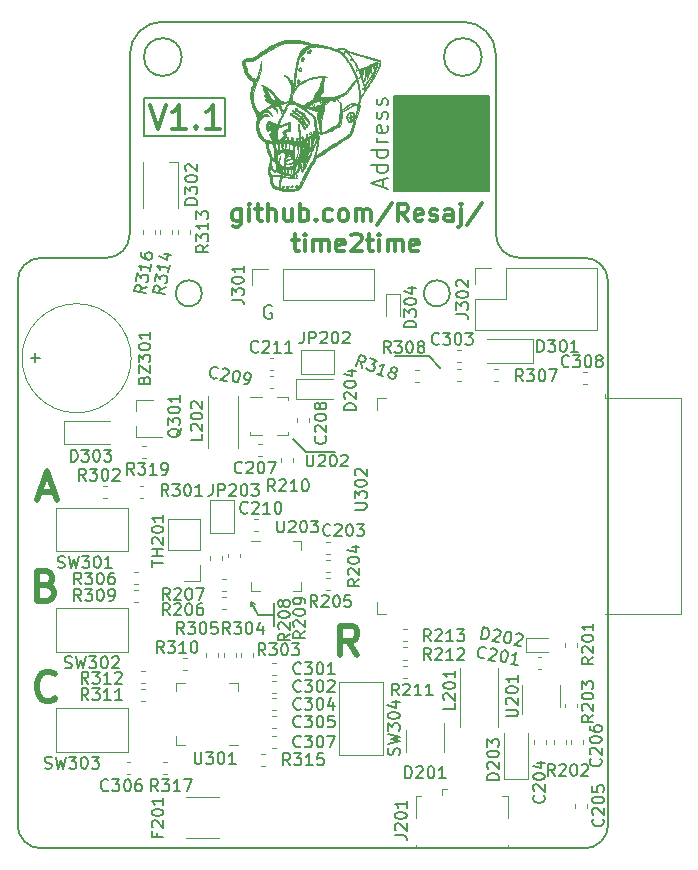
<source format=gto>
G04 #@! TF.GenerationSoftware,KiCad,Pcbnew,5.1.5+dfsg1-2build2*
G04 #@! TF.CreationDate,2021-02-28T17:12:47+01:00*
G04 #@! TF.ProjectId,time2time,74696d65-3274-4696-9d65-2e6b69636164,V1.0*
G04 #@! TF.SameCoordinates,PX7735940PY3473bc0*
G04 #@! TF.FileFunction,Legend,Top*
G04 #@! TF.FilePolarity,Positive*
%FSLAX46Y46*%
G04 Gerber Fmt 4.6, Leading zero omitted, Abs format (unit mm)*
G04 Created by KiCad (PCBNEW 5.1.5+dfsg1-2build2) date 2021-02-28 17:12:47*
%MOMM*%
%LPD*%
G04 APERTURE LIST*
%ADD10C,0.200000*%
%ADD11C,0.300000*%
%ADD12C,0.150000*%
%ADD13C,0.500000*%
%ADD14C,0.010000*%
%ADD15C,0.120000*%
%ADD16R,0.702000X0.802000*%
%ADD17R,0.752000X1.162000*%
%ADD18R,5.102000X5.102000*%
%ADD19R,1.002000X2.102000*%
%ADD20R,2.102000X1.002000*%
%ADD21R,1.702000X1.702000*%
%ADD22C,1.702000*%
%ADD23C,0.100000*%
%ADD24R,1.302000X1.002000*%
%ADD25R,1.102000X1.102000*%
%ADD26R,1.002000X1.302000*%
%ADD27R,0.902000X1.102000*%
%ADD28R,1.602000X2.002000*%
%ADD29C,1.552000*%
%ADD30R,0.502000X1.452000*%
%ADD31O,1.302000X2.002000*%
%ADD32R,1.302000X2.002000*%
%ADD33O,1.302000X1.852000*%
%ADD34R,1.802000X1.802000*%
%ADD35O,1.802000X1.802000*%
%ADD36R,1.102000X1.602000*%
%ADD37R,3.002000X1.902000*%
%ADD38R,2.302000X1.927000*%
%ADD39R,1.002000X0.902000*%
%ADD40R,1.602000X1.602000*%
%ADD41R,0.702000X0.342000*%
%ADD42R,1.602000X2.602000*%
%ADD43O,1.602000X2.602000*%
%ADD44O,2.302000X3.602000*%
%ADD45R,1.602000X1.102000*%
%ADD46R,0.802000X0.702000*%
G04 APERTURE END LIST*
D10*
X10700000Y-9650000D02*
X10700000Y-6500000D01*
X17550000Y-9650000D02*
X10700000Y-9650000D01*
X17550000Y-6500000D02*
X17550000Y-9650000D01*
X10700000Y-6500000D02*
X17550000Y-6500000D01*
D11*
X11202380Y-7054761D02*
X11869047Y-9054761D01*
X12535714Y-7054761D01*
X14250000Y-9054761D02*
X13107142Y-9054761D01*
X13678571Y-9054761D02*
X13678571Y-7054761D01*
X13488095Y-7340476D01*
X13297619Y-7530952D01*
X13107142Y-7626190D01*
X15107142Y-8864285D02*
X15202380Y-8959523D01*
X15107142Y-9054761D01*
X15011904Y-8959523D01*
X15107142Y-8864285D01*
X15107142Y-9054761D01*
X17107142Y-9054761D02*
X15964285Y-9054761D01*
X16535714Y-9054761D02*
X16535714Y-7054761D01*
X16345238Y-7340476D01*
X16154761Y-7530952D01*
X15964285Y-7626190D01*
D10*
X30933333Y-14016666D02*
X30933333Y-13350000D01*
X31333333Y-14150000D02*
X29933333Y-13683333D01*
X31333333Y-13216666D01*
X31333333Y-12150000D02*
X29933333Y-12150000D01*
X31266666Y-12150000D02*
X31333333Y-12283333D01*
X31333333Y-12550000D01*
X31266666Y-12683333D01*
X31200000Y-12750000D01*
X31066666Y-12816666D01*
X30666666Y-12816666D01*
X30533333Y-12750000D01*
X30466666Y-12683333D01*
X30400000Y-12550000D01*
X30400000Y-12283333D01*
X30466666Y-12150000D01*
X31333333Y-10883333D02*
X29933333Y-10883333D01*
X31266666Y-10883333D02*
X31333333Y-11016666D01*
X31333333Y-11283333D01*
X31266666Y-11416666D01*
X31200000Y-11483333D01*
X31066666Y-11550000D01*
X30666666Y-11550000D01*
X30533333Y-11483333D01*
X30466666Y-11416666D01*
X30400000Y-11283333D01*
X30400000Y-11016666D01*
X30466666Y-10883333D01*
X31333333Y-10216666D02*
X30400000Y-10216666D01*
X30666666Y-10216666D02*
X30533333Y-10150000D01*
X30466666Y-10083333D01*
X30400000Y-9950000D01*
X30400000Y-9816666D01*
X31266666Y-8816666D02*
X31333333Y-8950000D01*
X31333333Y-9216666D01*
X31266666Y-9350000D01*
X31133333Y-9416666D01*
X30600000Y-9416666D01*
X30466666Y-9350000D01*
X30400000Y-9216666D01*
X30400000Y-8950000D01*
X30466666Y-8816666D01*
X30600000Y-8750000D01*
X30733333Y-8750000D01*
X30866666Y-9416666D01*
X31266666Y-8216666D02*
X31333333Y-8083333D01*
X31333333Y-7816666D01*
X31266666Y-7683333D01*
X31133333Y-7616666D01*
X31066666Y-7616666D01*
X30933333Y-7683333D01*
X30866666Y-7816666D01*
X30866666Y-8016666D01*
X30800000Y-8150000D01*
X30666666Y-8216666D01*
X30600000Y-8216666D01*
X30466666Y-8150000D01*
X30400000Y-8016666D01*
X30400000Y-7816666D01*
X30466666Y-7683333D01*
X31266666Y-7083333D02*
X31333333Y-6950000D01*
X31333333Y-6683333D01*
X31266666Y-6550000D01*
X31133333Y-6483333D01*
X31066666Y-6483333D01*
X30933333Y-6550000D01*
X30866666Y-6683333D01*
X30866666Y-6883333D01*
X30800000Y-7016666D01*
X30666666Y-7083333D01*
X30600000Y-7083333D01*
X30466666Y-7016666D01*
X30400000Y-6883333D01*
X30400000Y-6683333D01*
X30466666Y-6550000D01*
D12*
G36*
X39900000Y-14300000D02*
G01*
X31900000Y-14300000D01*
X31900000Y-6300000D01*
X39900000Y-6300000D01*
X39900000Y-14300000D01*
G37*
X39900000Y-14300000D02*
X31900000Y-14300000D01*
X31900000Y-6300000D01*
X39900000Y-6300000D01*
X39900000Y-14300000D01*
D10*
X21514285Y-24050000D02*
X21400000Y-23992857D01*
X21228571Y-23992857D01*
X21057142Y-24050000D01*
X20942857Y-24164285D01*
X20885714Y-24278571D01*
X20828571Y-24507142D01*
X20828571Y-24678571D01*
X20885714Y-24907142D01*
X20942857Y-25021428D01*
X21057142Y-25135714D01*
X21228571Y-25192857D01*
X21342857Y-25192857D01*
X21514285Y-25135714D01*
X21571428Y-25078571D01*
X21571428Y-24678571D01*
X21342857Y-24678571D01*
D13*
X28773809Y-53630952D02*
X27940476Y-52440476D01*
X27345238Y-53630952D02*
X27345238Y-51130952D01*
X28297619Y-51130952D01*
X28535714Y-51250000D01*
X28654761Y-51369047D01*
X28773809Y-51607142D01*
X28773809Y-51964285D01*
X28654761Y-52202380D01*
X28535714Y-52321428D01*
X28297619Y-52440476D01*
X27345238Y-52440476D01*
X3173809Y-57292857D02*
X3054761Y-57411904D01*
X2697619Y-57530952D01*
X2459523Y-57530952D01*
X2102380Y-57411904D01*
X1864285Y-57173809D01*
X1745238Y-56935714D01*
X1626190Y-56459523D01*
X1626190Y-56102380D01*
X1745238Y-55626190D01*
X1864285Y-55388095D01*
X2102380Y-55150000D01*
X2459523Y-55030952D01*
X2697619Y-55030952D01*
X3054761Y-55150000D01*
X3173809Y-55269047D01*
X2478571Y-47721428D02*
X2835714Y-47840476D01*
X2954761Y-47959523D01*
X3073809Y-48197619D01*
X3073809Y-48554761D01*
X2954761Y-48792857D01*
X2835714Y-48911904D01*
X2597619Y-49030952D01*
X1645238Y-49030952D01*
X1645238Y-46530952D01*
X2478571Y-46530952D01*
X2716666Y-46650000D01*
X2835714Y-46769047D01*
X2954761Y-47007142D01*
X2954761Y-47245238D01*
X2835714Y-47483333D01*
X2716666Y-47602380D01*
X2478571Y-47721428D01*
X1645238Y-47721428D01*
X1904761Y-39816666D02*
X3095238Y-39816666D01*
X1666666Y-40530952D02*
X2500000Y-38030952D01*
X3333333Y-40530952D01*
D11*
X18914285Y-15903571D02*
X18914285Y-17117857D01*
X18842857Y-17260714D01*
X18771428Y-17332142D01*
X18628571Y-17403571D01*
X18414285Y-17403571D01*
X18271428Y-17332142D01*
X18914285Y-16832142D02*
X18771428Y-16903571D01*
X18485714Y-16903571D01*
X18342857Y-16832142D01*
X18271428Y-16760714D01*
X18200000Y-16617857D01*
X18200000Y-16189285D01*
X18271428Y-16046428D01*
X18342857Y-15975000D01*
X18485714Y-15903571D01*
X18771428Y-15903571D01*
X18914285Y-15975000D01*
X19628571Y-16903571D02*
X19628571Y-15903571D01*
X19628571Y-15403571D02*
X19557142Y-15475000D01*
X19628571Y-15546428D01*
X19700000Y-15475000D01*
X19628571Y-15403571D01*
X19628571Y-15546428D01*
X20128571Y-15903571D02*
X20700000Y-15903571D01*
X20342857Y-15403571D02*
X20342857Y-16689285D01*
X20414285Y-16832142D01*
X20557142Y-16903571D01*
X20700000Y-16903571D01*
X21200000Y-16903571D02*
X21200000Y-15403571D01*
X21842857Y-16903571D02*
X21842857Y-16117857D01*
X21771428Y-15975000D01*
X21628571Y-15903571D01*
X21414285Y-15903571D01*
X21271428Y-15975000D01*
X21200000Y-16046428D01*
X23200000Y-15903571D02*
X23200000Y-16903571D01*
X22557142Y-15903571D02*
X22557142Y-16689285D01*
X22628571Y-16832142D01*
X22771428Y-16903571D01*
X22985714Y-16903571D01*
X23128571Y-16832142D01*
X23200000Y-16760714D01*
X23914285Y-16903571D02*
X23914285Y-15403571D01*
X23914285Y-15975000D02*
X24057142Y-15903571D01*
X24342857Y-15903571D01*
X24485714Y-15975000D01*
X24557142Y-16046428D01*
X24628571Y-16189285D01*
X24628571Y-16617857D01*
X24557142Y-16760714D01*
X24485714Y-16832142D01*
X24342857Y-16903571D01*
X24057142Y-16903571D01*
X23914285Y-16832142D01*
X25271428Y-16760714D02*
X25342857Y-16832142D01*
X25271428Y-16903571D01*
X25200000Y-16832142D01*
X25271428Y-16760714D01*
X25271428Y-16903571D01*
X26628571Y-16832142D02*
X26485714Y-16903571D01*
X26200000Y-16903571D01*
X26057142Y-16832142D01*
X25985714Y-16760714D01*
X25914285Y-16617857D01*
X25914285Y-16189285D01*
X25985714Y-16046428D01*
X26057142Y-15975000D01*
X26200000Y-15903571D01*
X26485714Y-15903571D01*
X26628571Y-15975000D01*
X27485714Y-16903571D02*
X27342857Y-16832142D01*
X27271428Y-16760714D01*
X27200000Y-16617857D01*
X27200000Y-16189285D01*
X27271428Y-16046428D01*
X27342857Y-15975000D01*
X27485714Y-15903571D01*
X27700000Y-15903571D01*
X27842857Y-15975000D01*
X27914285Y-16046428D01*
X27985714Y-16189285D01*
X27985714Y-16617857D01*
X27914285Y-16760714D01*
X27842857Y-16832142D01*
X27700000Y-16903571D01*
X27485714Y-16903571D01*
X28628571Y-16903571D02*
X28628571Y-15903571D01*
X28628571Y-16046428D02*
X28700000Y-15975000D01*
X28842857Y-15903571D01*
X29057142Y-15903571D01*
X29200000Y-15975000D01*
X29271428Y-16117857D01*
X29271428Y-16903571D01*
X29271428Y-16117857D02*
X29342857Y-15975000D01*
X29485714Y-15903571D01*
X29700000Y-15903571D01*
X29842857Y-15975000D01*
X29914285Y-16117857D01*
X29914285Y-16903571D01*
X31700000Y-15332142D02*
X30414285Y-17260714D01*
X33057142Y-16903571D02*
X32557142Y-16189285D01*
X32200000Y-16903571D02*
X32200000Y-15403571D01*
X32771428Y-15403571D01*
X32914285Y-15475000D01*
X32985714Y-15546428D01*
X33057142Y-15689285D01*
X33057142Y-15903571D01*
X32985714Y-16046428D01*
X32914285Y-16117857D01*
X32771428Y-16189285D01*
X32200000Y-16189285D01*
X34271428Y-16832142D02*
X34128571Y-16903571D01*
X33842857Y-16903571D01*
X33700000Y-16832142D01*
X33628571Y-16689285D01*
X33628571Y-16117857D01*
X33700000Y-15975000D01*
X33842857Y-15903571D01*
X34128571Y-15903571D01*
X34271428Y-15975000D01*
X34342857Y-16117857D01*
X34342857Y-16260714D01*
X33628571Y-16403571D01*
X34914285Y-16832142D02*
X35057142Y-16903571D01*
X35342857Y-16903571D01*
X35485714Y-16832142D01*
X35557142Y-16689285D01*
X35557142Y-16617857D01*
X35485714Y-16475000D01*
X35342857Y-16403571D01*
X35128571Y-16403571D01*
X34985714Y-16332142D01*
X34914285Y-16189285D01*
X34914285Y-16117857D01*
X34985714Y-15975000D01*
X35128571Y-15903571D01*
X35342857Y-15903571D01*
X35485714Y-15975000D01*
X36842857Y-16903571D02*
X36842857Y-16117857D01*
X36771428Y-15975000D01*
X36628571Y-15903571D01*
X36342857Y-15903571D01*
X36200000Y-15975000D01*
X36842857Y-16832142D02*
X36700000Y-16903571D01*
X36342857Y-16903571D01*
X36200000Y-16832142D01*
X36128571Y-16689285D01*
X36128571Y-16546428D01*
X36200000Y-16403571D01*
X36342857Y-16332142D01*
X36700000Y-16332142D01*
X36842857Y-16260714D01*
X37557142Y-15903571D02*
X37557142Y-17189285D01*
X37485714Y-17332142D01*
X37342857Y-17403571D01*
X37271428Y-17403571D01*
X37557142Y-15403571D02*
X37485714Y-15475000D01*
X37557142Y-15546428D01*
X37628571Y-15475000D01*
X37557142Y-15403571D01*
X37557142Y-15546428D01*
X39342857Y-15332142D02*
X38057142Y-17260714D01*
X23271428Y-18453571D02*
X23842857Y-18453571D01*
X23485714Y-17953571D02*
X23485714Y-19239285D01*
X23557142Y-19382142D01*
X23700000Y-19453571D01*
X23842857Y-19453571D01*
X24342857Y-19453571D02*
X24342857Y-18453571D01*
X24342857Y-17953571D02*
X24271428Y-18025000D01*
X24342857Y-18096428D01*
X24414285Y-18025000D01*
X24342857Y-17953571D01*
X24342857Y-18096428D01*
X25057142Y-19453571D02*
X25057142Y-18453571D01*
X25057142Y-18596428D02*
X25128571Y-18525000D01*
X25271428Y-18453571D01*
X25485714Y-18453571D01*
X25628571Y-18525000D01*
X25700000Y-18667857D01*
X25700000Y-19453571D01*
X25700000Y-18667857D02*
X25771428Y-18525000D01*
X25914285Y-18453571D01*
X26128571Y-18453571D01*
X26271428Y-18525000D01*
X26342857Y-18667857D01*
X26342857Y-19453571D01*
X27628571Y-19382142D02*
X27485714Y-19453571D01*
X27200000Y-19453571D01*
X27057142Y-19382142D01*
X26985714Y-19239285D01*
X26985714Y-18667857D01*
X27057142Y-18525000D01*
X27200000Y-18453571D01*
X27485714Y-18453571D01*
X27628571Y-18525000D01*
X27700000Y-18667857D01*
X27700000Y-18810714D01*
X26985714Y-18953571D01*
X28271428Y-18096428D02*
X28342857Y-18025000D01*
X28485714Y-17953571D01*
X28842857Y-17953571D01*
X28985714Y-18025000D01*
X29057142Y-18096428D01*
X29128571Y-18239285D01*
X29128571Y-18382142D01*
X29057142Y-18596428D01*
X28200000Y-19453571D01*
X29128571Y-19453571D01*
X29557142Y-18453571D02*
X30128571Y-18453571D01*
X29771428Y-17953571D02*
X29771428Y-19239285D01*
X29842857Y-19382142D01*
X29985714Y-19453571D01*
X30128571Y-19453571D01*
X30628571Y-19453571D02*
X30628571Y-18453571D01*
X30628571Y-17953571D02*
X30557142Y-18025000D01*
X30628571Y-18096428D01*
X30700000Y-18025000D01*
X30628571Y-17953571D01*
X30628571Y-18096428D01*
X31342857Y-19453571D02*
X31342857Y-18453571D01*
X31342857Y-18596428D02*
X31414285Y-18525000D01*
X31557142Y-18453571D01*
X31771428Y-18453571D01*
X31914285Y-18525000D01*
X31985714Y-18667857D01*
X31985714Y-19453571D01*
X31985714Y-18667857D02*
X32057142Y-18525000D01*
X32200000Y-18453571D01*
X32414285Y-18453571D01*
X32557142Y-18525000D01*
X32628571Y-18667857D01*
X32628571Y-19453571D01*
X33914285Y-19382142D02*
X33771428Y-19453571D01*
X33485714Y-19453571D01*
X33342857Y-19382142D01*
X33271428Y-19239285D01*
X33271428Y-18667857D01*
X33342857Y-18525000D01*
X33485714Y-18453571D01*
X33771428Y-18453571D01*
X33914285Y-18525000D01*
X33985714Y-18667857D01*
X33985714Y-18810714D01*
X33271428Y-18953571D01*
D12*
X50000000Y-68000000D02*
G75*
G02X48000000Y-70000000I-2000000J0D01*
G01*
X2000000Y-70000000D02*
G75*
G02X0Y-68000000I0J2000000D01*
G01*
X0Y-22000000D02*
G75*
G02X2000000Y-20000000I2000000J0D01*
G01*
X9500000Y-18000000D02*
G75*
G02X7500000Y-20000000I-2000000J0D01*
G01*
X42500000Y-20000000D02*
G75*
G02X40500000Y-18000000I0J2000000D01*
G01*
X48000000Y-20000000D02*
G75*
G02X50000000Y-22000000I0J-2000000D01*
G01*
X37700000Y0D02*
G75*
G02X40500000Y-2800000I0J-2800000D01*
G01*
X9500000Y-2800000D02*
G75*
G02X12300000Y0I2800000J0D01*
G01*
X42500000Y-20000000D02*
X48000000Y-20000000D01*
X9500000Y-2800000D02*
X9500000Y-18000000D01*
X37700000Y0D02*
X12300000Y0D01*
X40500000Y-18000000D02*
X40500000Y-2800000D01*
X36600000Y-23000000D02*
G75*
G03X36600000Y-23000000I-1100000J0D01*
G01*
X15600000Y-23000000D02*
G75*
G03X15600000Y-23000000I-1100000J0D01*
G01*
X19800000Y-49100000D02*
X20100000Y-49300000D01*
X19800000Y-49100000D02*
X19800000Y-49500000D01*
X20400000Y-50200000D02*
X19800000Y-49100000D01*
X21700000Y-50200000D02*
X20400000Y-50200000D01*
X21700000Y-51200000D02*
X21700000Y-49200000D01*
X34800000Y-28300000D02*
X35800000Y-29300000D01*
X32000000Y-28300000D02*
X34800000Y-28300000D01*
X24400000Y-36400000D02*
X26900000Y-36400000D01*
X23300000Y-35300000D02*
X24400000Y-36400000D01*
X39300000Y-3000000D02*
G75*
G03X39300000Y-3000000I-1600000J0D01*
G01*
X13900000Y-3000000D02*
G75*
G03X13900000Y-3000000I-1600000J0D01*
G01*
X0Y-22000000D02*
X0Y-68000000D01*
X7500000Y-20000000D02*
X2000000Y-20000000D01*
X50000000Y-68000000D02*
X50000000Y-22000000D01*
X2000000Y-70000000D02*
X48000000Y-70000000D01*
D14*
G36*
X28209831Y-7885885D02*
G01*
X28244743Y-7948884D01*
X28304487Y-7977445D01*
X28305954Y-7977744D01*
X28362330Y-8001425D01*
X28377667Y-8032890D01*
X28352383Y-8058994D01*
X28303107Y-8067184D01*
X28252994Y-8072177D01*
X28232753Y-8097216D01*
X28229127Y-8151478D01*
X28220135Y-8250534D01*
X28193138Y-8303743D01*
X28165310Y-8313786D01*
X28145246Y-8301792D01*
X28140839Y-8259270D01*
X28146736Y-8202115D01*
X28162042Y-8090443D01*
X28097817Y-8114862D01*
X28041676Y-8128201D01*
X28022904Y-8116640D01*
X28041956Y-8087989D01*
X28094204Y-8052748D01*
X28151134Y-8015235D01*
X28176062Y-7971235D01*
X28182324Y-7907450D01*
X28184841Y-7808252D01*
X28209831Y-7885885D01*
G37*
X28209831Y-7885885D02*
X28244743Y-7948884D01*
X28304487Y-7977445D01*
X28305954Y-7977744D01*
X28362330Y-8001425D01*
X28377667Y-8032890D01*
X28352383Y-8058994D01*
X28303107Y-8067184D01*
X28252994Y-8072177D01*
X28232753Y-8097216D01*
X28229127Y-8151478D01*
X28220135Y-8250534D01*
X28193138Y-8303743D01*
X28165310Y-8313786D01*
X28145246Y-8301792D01*
X28140839Y-8259270D01*
X28146736Y-8202115D01*
X28162042Y-8090443D01*
X28097817Y-8114862D01*
X28041676Y-8128201D01*
X28022904Y-8116640D01*
X28041956Y-8087989D01*
X28094204Y-8052748D01*
X28151134Y-8015235D01*
X28176062Y-7971235D01*
X28182324Y-7907450D01*
X28184841Y-7808252D01*
X28209831Y-7885885D01*
G36*
X27714541Y-2512496D02*
G01*
X27718661Y-2516175D01*
X27732963Y-2557471D01*
X27712068Y-2597572D01*
X27666655Y-2617175D01*
X27662716Y-2617281D01*
X27620654Y-2599949D01*
X27612622Y-2570599D01*
X27620487Y-2551521D01*
X27645502Y-2551521D01*
X27648887Y-2566181D01*
X27661942Y-2567961D01*
X27682240Y-2558938D01*
X27678382Y-2551521D01*
X27649116Y-2548570D01*
X27645502Y-2551521D01*
X27620487Y-2551521D01*
X27630939Y-2526169D01*
X27671904Y-2503213D01*
X27714541Y-2512496D01*
G37*
X27714541Y-2512496D02*
X27718661Y-2516175D01*
X27732963Y-2557471D01*
X27712068Y-2597572D01*
X27666655Y-2617175D01*
X27662716Y-2617281D01*
X27620654Y-2599949D01*
X27612622Y-2570599D01*
X27620487Y-2551521D01*
X27645502Y-2551521D01*
X27648887Y-2566181D01*
X27661942Y-2567961D01*
X27682240Y-2558938D01*
X27678382Y-2551521D01*
X27649116Y-2548570D01*
X27645502Y-2551521D01*
X27620487Y-2551521D01*
X27630939Y-2526169D01*
X27671904Y-2503213D01*
X27714541Y-2512496D01*
G36*
X28223296Y-3153967D02*
G01*
X28224737Y-3197112D01*
X28211075Y-3244601D01*
X28185595Y-3276453D01*
X28179806Y-3279050D01*
X28156055Y-3282351D01*
X28169084Y-3259378D01*
X28174067Y-3253252D01*
X28193234Y-3203228D01*
X28189923Y-3175261D01*
X28189859Y-3141367D01*
X28203466Y-3135145D01*
X28223296Y-3153967D01*
G37*
X28223296Y-3153967D02*
X28224737Y-3197112D01*
X28211075Y-3244601D01*
X28185595Y-3276453D01*
X28179806Y-3279050D01*
X28156055Y-3282351D01*
X28169084Y-3259378D01*
X28174067Y-3253252D01*
X28193234Y-3203228D01*
X28189923Y-3175261D01*
X28189859Y-3141367D01*
X28203466Y-3135145D01*
X28223296Y-3153967D01*
G36*
X28711362Y-4061171D02*
G01*
X28722331Y-4096893D01*
X28712324Y-4136970D01*
X28698444Y-4146213D01*
X28684459Y-4128310D01*
X28687925Y-4111380D01*
X28679931Y-4077145D01*
X28656326Y-4064920D01*
X28631241Y-4055858D01*
X28652692Y-4051291D01*
X28666845Y-4050433D01*
X28711362Y-4061171D01*
G37*
X28711362Y-4061171D02*
X28722331Y-4096893D01*
X28712324Y-4136970D01*
X28698444Y-4146213D01*
X28684459Y-4128310D01*
X28687925Y-4111380D01*
X28679931Y-4077145D01*
X28656326Y-4064920D01*
X28631241Y-4055858D01*
X28652692Y-4051291D01*
X28666845Y-4050433D01*
X28711362Y-4061171D01*
G36*
X29035176Y-4648120D02*
G01*
X29023742Y-4667023D01*
X28980808Y-4701430D01*
X28947092Y-4723948D01*
X28874568Y-4767744D01*
X28834988Y-4785823D01*
X28821249Y-4781247D01*
X28820971Y-4778325D01*
X28839753Y-4758236D01*
X28885715Y-4725632D01*
X28943277Y-4689982D01*
X28996863Y-4660756D01*
X29030895Y-4647422D01*
X29035176Y-4648120D01*
G37*
X29035176Y-4648120D02*
X29023742Y-4667023D01*
X28980808Y-4701430D01*
X28947092Y-4723948D01*
X28874568Y-4767744D01*
X28834988Y-4785823D01*
X28821249Y-4781247D01*
X28820971Y-4778325D01*
X28839753Y-4758236D01*
X28885715Y-4725632D01*
X28943277Y-4689982D01*
X28996863Y-4660756D01*
X29030895Y-4647422D01*
X29035176Y-4648120D01*
G36*
X29221483Y-5645581D02*
G01*
X29231685Y-5663879D01*
X29239648Y-5705133D01*
X29223473Y-5707268D01*
X29195897Y-5674024D01*
X29180382Y-5635176D01*
X29191439Y-5625825D01*
X29221483Y-5645581D01*
G37*
X29221483Y-5645581D02*
X29231685Y-5663879D01*
X29239648Y-5705133D01*
X29223473Y-5707268D01*
X29195897Y-5674024D01*
X29180382Y-5635176D01*
X29191439Y-5625825D01*
X29221483Y-5645581D01*
G36*
X24788191Y-2362952D02*
G01*
X24811001Y-2383844D01*
X24833025Y-2438199D01*
X24814730Y-2511097D01*
X24758243Y-2595963D01*
X24733527Y-2623446D01*
X24670804Y-2668999D01*
X24600576Y-2691604D01*
X24540672Y-2686932D01*
X24521877Y-2674822D01*
X24505610Y-2629390D01*
X24507411Y-2613551D01*
X24564782Y-2613551D01*
X24591010Y-2638522D01*
X24625807Y-2629964D01*
X24678918Y-2584958D01*
X24687026Y-2576928D01*
X24730641Y-2522991D01*
X24751758Y-2476109D01*
X24746111Y-2448353D01*
X24733544Y-2445323D01*
X24696249Y-2461726D01*
X24647641Y-2500169D01*
X24600983Y-2547429D01*
X24569538Y-2590286D01*
X24564782Y-2613551D01*
X24507411Y-2613551D01*
X24512529Y-2568570D01*
X24539011Y-2518373D01*
X24544348Y-2513448D01*
X24587832Y-2476483D01*
X24646040Y-2425380D01*
X24658976Y-2413835D01*
X24717256Y-2365469D01*
X24755497Y-2349461D01*
X24788191Y-2362952D01*
G37*
X24788191Y-2362952D02*
X24811001Y-2383844D01*
X24833025Y-2438199D01*
X24814730Y-2511097D01*
X24758243Y-2595963D01*
X24733527Y-2623446D01*
X24670804Y-2668999D01*
X24600576Y-2691604D01*
X24540672Y-2686932D01*
X24521877Y-2674822D01*
X24505610Y-2629390D01*
X24507411Y-2613551D01*
X24564782Y-2613551D01*
X24591010Y-2638522D01*
X24625807Y-2629964D01*
X24678918Y-2584958D01*
X24687026Y-2576928D01*
X24730641Y-2522991D01*
X24751758Y-2476109D01*
X24746111Y-2448353D01*
X24733544Y-2445323D01*
X24696249Y-2461726D01*
X24647641Y-2500169D01*
X24600983Y-2547429D01*
X24569538Y-2590286D01*
X24564782Y-2613551D01*
X24507411Y-2613551D01*
X24512529Y-2568570D01*
X24539011Y-2518373D01*
X24544348Y-2513448D01*
X24587832Y-2476483D01*
X24646040Y-2425380D01*
X24658976Y-2413835D01*
X24717256Y-2365469D01*
X24755497Y-2349461D01*
X24788191Y-2362952D01*
G36*
X24160538Y-3014247D02*
G01*
X24198846Y-3048254D01*
X24242771Y-3103866D01*
X24251321Y-3156316D01*
X24246946Y-3179542D01*
X24208963Y-3264049D01*
X24151188Y-3316710D01*
X24083886Y-3332747D01*
X24017325Y-3307383D01*
X24001665Y-3293675D01*
X23967544Y-3236242D01*
X23970072Y-3209913D01*
X24025137Y-3209913D01*
X24026642Y-3242642D01*
X24059609Y-3278952D01*
X24103730Y-3278665D01*
X24140893Y-3244882D01*
X24150054Y-3221511D01*
X24156065Y-3152910D01*
X24140516Y-3102637D01*
X24112217Y-3085825D01*
X24077011Y-3106583D01*
X24044181Y-3154916D01*
X24025137Y-3209913D01*
X23970072Y-3209913D01*
X23974147Y-3167475D01*
X24018399Y-3085208D01*
X24070424Y-3019183D01*
X24114135Y-2996281D01*
X24160538Y-3014247D01*
G37*
X24160538Y-3014247D02*
X24198846Y-3048254D01*
X24242771Y-3103866D01*
X24251321Y-3156316D01*
X24246946Y-3179542D01*
X24208963Y-3264049D01*
X24151188Y-3316710D01*
X24083886Y-3332747D01*
X24017325Y-3307383D01*
X24001665Y-3293675D01*
X23967544Y-3236242D01*
X23970072Y-3209913D01*
X24025137Y-3209913D01*
X24026642Y-3242642D01*
X24059609Y-3278952D01*
X24103730Y-3278665D01*
X24140893Y-3244882D01*
X24150054Y-3221511D01*
X24156065Y-3152910D01*
X24140516Y-3102637D01*
X24112217Y-3085825D01*
X24077011Y-3106583D01*
X24044181Y-3154916D01*
X24025137Y-3209913D01*
X23970072Y-3209913D01*
X23974147Y-3167475D01*
X24018399Y-3085208D01*
X24070424Y-3019183D01*
X24114135Y-2996281D01*
X24160538Y-3014247D01*
G36*
X23978969Y-3901261D02*
G01*
X24006252Y-3960587D01*
X24012233Y-4034440D01*
X23998019Y-4123652D01*
X23961152Y-4186403D01*
X23910298Y-4217244D01*
X23854124Y-4210724D01*
X23804020Y-4165387D01*
X23776395Y-4100979D01*
X23767752Y-4043463D01*
X23814952Y-4043463D01*
X23819104Y-4108891D01*
X23829373Y-4151102D01*
X23832245Y-4155286D01*
X23873284Y-4168217D01*
X23917297Y-4143238D01*
X23947654Y-4093374D01*
X23959873Y-4015994D01*
X23935184Y-3966190D01*
X23877376Y-3948932D01*
X23836551Y-3954509D01*
X23818851Y-3980650D01*
X23814953Y-4041474D01*
X23814952Y-4043463D01*
X23767752Y-4043463D01*
X23765632Y-4029357D01*
X23773452Y-3970369D01*
X23805965Y-3932248D01*
X23850758Y-3907540D01*
X23927799Y-3884099D01*
X23978969Y-3901261D01*
G37*
X23978969Y-3901261D02*
X24006252Y-3960587D01*
X24012233Y-4034440D01*
X23998019Y-4123652D01*
X23961152Y-4186403D01*
X23910298Y-4217244D01*
X23854124Y-4210724D01*
X23804020Y-4165387D01*
X23776395Y-4100979D01*
X23767752Y-4043463D01*
X23814952Y-4043463D01*
X23819104Y-4108891D01*
X23829373Y-4151102D01*
X23832245Y-4155286D01*
X23873284Y-4168217D01*
X23917297Y-4143238D01*
X23947654Y-4093374D01*
X23959873Y-4015994D01*
X23935184Y-3966190D01*
X23877376Y-3948932D01*
X23836551Y-3954509D01*
X23818851Y-3980650D01*
X23814953Y-4041474D01*
X23814952Y-4043463D01*
X23767752Y-4043463D01*
X23765632Y-4029357D01*
X23773452Y-3970369D01*
X23805965Y-3932248D01*
X23850758Y-3907540D01*
X23927799Y-3884099D01*
X23978969Y-3901261D01*
G36*
X23842657Y-4930266D02*
G01*
X23850544Y-4940827D01*
X23885557Y-5025643D01*
X23874388Y-5107340D01*
X23839612Y-5157281D01*
X23781809Y-5199395D01*
X23728139Y-5197116D01*
X23671641Y-5156321D01*
X23627854Y-5101020D01*
X23623864Y-5045133D01*
X23630881Y-5031524D01*
X23674364Y-5031524D01*
X23677772Y-5073169D01*
X23686975Y-5095217D01*
X23726768Y-5146547D01*
X23771878Y-5150974D01*
X23813087Y-5108417D01*
X23819106Y-5096361D01*
X23834246Y-5039862D01*
X23815558Y-4997720D01*
X23782167Y-4966341D01*
X23749017Y-4968654D01*
X23705999Y-4997360D01*
X23674364Y-5031524D01*
X23630881Y-5031524D01*
X23659672Y-4975686D01*
X23671628Y-4959001D01*
X23731810Y-4900703D01*
X23789293Y-4891077D01*
X23842657Y-4930266D01*
G37*
X23842657Y-4930266D02*
X23850544Y-4940827D01*
X23885557Y-5025643D01*
X23874388Y-5107340D01*
X23839612Y-5157281D01*
X23781809Y-5199395D01*
X23728139Y-5197116D01*
X23671641Y-5156321D01*
X23627854Y-5101020D01*
X23623864Y-5045133D01*
X23630881Y-5031524D01*
X23674364Y-5031524D01*
X23677772Y-5073169D01*
X23686975Y-5095217D01*
X23726768Y-5146547D01*
X23771878Y-5150974D01*
X23813087Y-5108417D01*
X23819106Y-5096361D01*
X23834246Y-5039862D01*
X23815558Y-4997720D01*
X23782167Y-4966341D01*
X23749017Y-4968654D01*
X23705999Y-4997360D01*
X23674364Y-5031524D01*
X23630881Y-5031524D01*
X23659672Y-4975686D01*
X23671628Y-4959001D01*
X23731810Y-4900703D01*
X23789293Y-4891077D01*
X23842657Y-4930266D01*
G36*
X25660634Y-6832736D02*
G01*
X25646811Y-6878660D01*
X25639806Y-6895825D01*
X25622987Y-6923619D01*
X25617257Y-6908155D01*
X25628902Y-6855512D01*
X25639806Y-6834175D01*
X25658299Y-6814807D01*
X25660634Y-6832736D01*
G37*
X25660634Y-6832736D02*
X25646811Y-6878660D01*
X25639806Y-6895825D01*
X25622987Y-6923619D01*
X25617257Y-6908155D01*
X25628902Y-6855512D01*
X25639806Y-6834175D01*
X25658299Y-6814807D01*
X25660634Y-6832736D01*
G36*
X25097094Y-7021694D02*
G01*
X25100342Y-7024880D01*
X25119821Y-7057212D01*
X25117180Y-7069099D01*
X25098836Y-7061699D01*
X25086537Y-7038685D01*
X25079029Y-7009875D01*
X25097094Y-7021694D01*
G37*
X25097094Y-7021694D02*
X25100342Y-7024880D01*
X25119821Y-7057212D01*
X25117180Y-7069099D01*
X25098836Y-7061699D01*
X25086537Y-7038685D01*
X25079029Y-7009875D01*
X25097094Y-7021694D01*
G36*
X25437986Y-7042516D02*
G01*
X25407877Y-7077283D01*
X25366230Y-7120171D01*
X25347266Y-7127042D01*
X25343884Y-7111369D01*
X25362560Y-7085912D01*
X25399369Y-7058555D01*
X25437026Y-7036398D01*
X25437986Y-7042516D01*
G37*
X25437986Y-7042516D02*
X25407877Y-7077283D01*
X25366230Y-7120171D01*
X25347266Y-7127042D01*
X25343884Y-7111369D01*
X25362560Y-7085912D01*
X25399369Y-7058555D01*
X25437026Y-7036398D01*
X25437986Y-7042516D01*
G36*
X26835008Y-6589082D02*
G01*
X26857294Y-6617799D01*
X26867019Y-6666604D01*
X26849871Y-6696476D01*
X26799125Y-6732234D01*
X26751305Y-6720427D01*
X26725771Y-6687926D01*
X26718245Y-6653541D01*
X26759968Y-6653541D01*
X26779704Y-6680327D01*
X26800291Y-6686213D01*
X26823050Y-6669668D01*
X26823496Y-6665663D01*
X26807409Y-6629925D01*
X26774016Y-6624963D01*
X26770333Y-6626937D01*
X26759968Y-6653541D01*
X26718245Y-6653541D01*
X26715014Y-6638783D01*
X26740096Y-6600514D01*
X26790204Y-6570558D01*
X26835008Y-6589082D01*
G37*
X26835008Y-6589082D02*
X26857294Y-6617799D01*
X26867019Y-6666604D01*
X26849871Y-6696476D01*
X26799125Y-6732234D01*
X26751305Y-6720427D01*
X26725771Y-6687926D01*
X26718245Y-6653541D01*
X26759968Y-6653541D01*
X26779704Y-6680327D01*
X26800291Y-6686213D01*
X26823050Y-6669668D01*
X26823496Y-6665663D01*
X26807409Y-6629925D01*
X26774016Y-6624963D01*
X26770333Y-6626937D01*
X26759968Y-6653541D01*
X26718245Y-6653541D01*
X26715014Y-6638783D01*
X26740096Y-6600514D01*
X26790204Y-6570558D01*
X26835008Y-6589082D01*
G36*
X23634014Y-7282863D02*
G01*
X23650141Y-7290494D01*
X23630000Y-7302718D01*
X23554350Y-7323761D01*
X23498671Y-7317217D01*
X23482039Y-7302718D01*
X23493365Y-7287082D01*
X23546480Y-7279956D01*
X23573060Y-7279791D01*
X23634014Y-7282863D01*
G37*
X23634014Y-7282863D02*
X23650141Y-7290494D01*
X23630000Y-7302718D01*
X23554350Y-7323761D01*
X23498671Y-7317217D01*
X23482039Y-7302718D01*
X23493365Y-7287082D01*
X23546480Y-7279956D01*
X23573060Y-7279791D01*
X23634014Y-7282863D01*
G36*
X23469709Y-7561650D02*
G01*
X23457379Y-7573980D01*
X23445049Y-7561650D01*
X23457379Y-7549320D01*
X23469709Y-7561650D01*
G37*
X23469709Y-7561650D02*
X23457379Y-7573980D01*
X23445049Y-7561650D01*
X23457379Y-7549320D01*
X23469709Y-7561650D01*
G36*
X23905856Y-8181754D02*
G01*
X23901263Y-8190485D01*
X23878027Y-8214036D01*
X23873692Y-8215145D01*
X23872009Y-8199216D01*
X23876602Y-8190485D01*
X23899838Y-8166935D01*
X23904173Y-8165825D01*
X23905856Y-8181754D01*
G37*
X23905856Y-8181754D02*
X23901263Y-8190485D01*
X23878027Y-8214036D01*
X23873692Y-8215145D01*
X23872009Y-8199216D01*
X23876602Y-8190485D01*
X23899838Y-8166935D01*
X23904173Y-8165825D01*
X23905856Y-8181754D01*
G36*
X23482499Y-7339202D02*
G01*
X23544405Y-7371183D01*
X23630285Y-7418084D01*
X23730988Y-7474668D01*
X23837359Y-7535698D01*
X23940248Y-7595938D01*
X24030500Y-7650151D01*
X24098962Y-7693101D01*
X24129515Y-7714027D01*
X24186360Y-7747822D01*
X24230067Y-7758855D01*
X24238131Y-7756487D01*
X24254937Y-7753748D01*
X24249548Y-7766339D01*
X24255205Y-7797752D01*
X24285402Y-7856417D01*
X24334049Y-7930933D01*
X24347076Y-7948936D01*
X24416564Y-8051174D01*
X24490802Y-8172836D01*
X24554247Y-8288394D01*
X24556793Y-8293426D01*
X24603525Y-8381773D01*
X24645306Y-8452839D01*
X24675186Y-8495066D01*
X24681587Y-8500918D01*
X24700224Y-8503047D01*
X24693119Y-8471958D01*
X24686365Y-8442808D01*
X24698035Y-8449417D01*
X24708539Y-8483588D01*
X24710258Y-8540277D01*
X24704702Y-8600497D01*
X24693376Y-8645266D01*
X24681526Y-8657249D01*
X24657330Y-8638824D01*
X24615991Y-8594922D01*
X24600716Y-8576927D01*
X24562681Y-8527043D01*
X24504851Y-8446418D01*
X24434572Y-8345489D01*
X24359191Y-8234694D01*
X24345956Y-8214970D01*
X24221682Y-8038329D01*
X24108103Y-7898820D01*
X23996512Y-7788230D01*
X23878202Y-7698349D01*
X23744466Y-7620964D01*
X23685486Y-7592039D01*
X23578093Y-7539971D01*
X23510890Y-7502685D01*
X23478590Y-7475868D01*
X23475910Y-7455207D01*
X23495976Y-7437356D01*
X23503308Y-7408770D01*
X23479824Y-7374251D01*
X23453921Y-7339786D01*
X23453722Y-7327378D01*
X23482499Y-7339202D01*
G37*
X23482499Y-7339202D02*
X23544405Y-7371183D01*
X23630285Y-7418084D01*
X23730988Y-7474668D01*
X23837359Y-7535698D01*
X23940248Y-7595938D01*
X24030500Y-7650151D01*
X24098962Y-7693101D01*
X24129515Y-7714027D01*
X24186360Y-7747822D01*
X24230067Y-7758855D01*
X24238131Y-7756487D01*
X24254937Y-7753748D01*
X24249548Y-7766339D01*
X24255205Y-7797752D01*
X24285402Y-7856417D01*
X24334049Y-7930933D01*
X24347076Y-7948936D01*
X24416564Y-8051174D01*
X24490802Y-8172836D01*
X24554247Y-8288394D01*
X24556793Y-8293426D01*
X24603525Y-8381773D01*
X24645306Y-8452839D01*
X24675186Y-8495066D01*
X24681587Y-8500918D01*
X24700224Y-8503047D01*
X24693119Y-8471958D01*
X24686365Y-8442808D01*
X24698035Y-8449417D01*
X24708539Y-8483588D01*
X24710258Y-8540277D01*
X24704702Y-8600497D01*
X24693376Y-8645266D01*
X24681526Y-8657249D01*
X24657330Y-8638824D01*
X24615991Y-8594922D01*
X24600716Y-8576927D01*
X24562681Y-8527043D01*
X24504851Y-8446418D01*
X24434572Y-8345489D01*
X24359191Y-8234694D01*
X24345956Y-8214970D01*
X24221682Y-8038329D01*
X24108103Y-7898820D01*
X23996512Y-7788230D01*
X23878202Y-7698349D01*
X23744466Y-7620964D01*
X23685486Y-7592039D01*
X23578093Y-7539971D01*
X23510890Y-7502685D01*
X23478590Y-7475868D01*
X23475910Y-7455207D01*
X23495976Y-7437356D01*
X23503308Y-7408770D01*
X23479824Y-7374251D01*
X23453921Y-7339786D01*
X23453722Y-7327378D01*
X23482499Y-7339202D01*
G36*
X23310848Y-7494238D02*
G01*
X23354770Y-7513133D01*
X23362370Y-7536419D01*
X23376589Y-7562262D01*
X23424560Y-7609588D01*
X23499290Y-7672089D01*
X23584488Y-7736717D01*
X23733004Y-7844294D01*
X23847152Y-7925266D01*
X23931978Y-7982682D01*
X23992525Y-8019587D01*
X24033839Y-8039029D01*
X24060963Y-8044056D01*
X24078942Y-8037715D01*
X24080614Y-8036425D01*
X24102345Y-8025213D01*
X24097584Y-8048463D01*
X24104717Y-8080166D01*
X24132097Y-8145210D01*
X24174894Y-8234465D01*
X24228278Y-8338802D01*
X24287421Y-8449093D01*
X24347492Y-8556208D01*
X24403661Y-8651018D01*
X24451099Y-8724395D01*
X24466272Y-8745340D01*
X24494176Y-8778992D01*
X24503404Y-8771468D01*
X24504653Y-8739175D01*
X24514565Y-8695848D01*
X24530098Y-8683689D01*
X24549214Y-8705841D01*
X24553781Y-8766399D01*
X24543376Y-8856515D01*
X24539345Y-8877888D01*
X24522483Y-8936807D01*
X24500272Y-8950168D01*
X24465512Y-8921698D01*
X24462104Y-8917873D01*
X24437103Y-8884132D01*
X24391983Y-8818325D01*
X24333158Y-8729963D01*
X24267361Y-8629054D01*
X24193862Y-8515409D01*
X24120752Y-8402705D01*
X24057340Y-8305274D01*
X24018840Y-8246424D01*
X23980344Y-8192846D01*
X23934349Y-8140648D01*
X23874681Y-8084612D01*
X23795164Y-8019524D01*
X23689623Y-7940166D01*
X23551885Y-7841322D01*
X23476127Y-7787954D01*
X23405066Y-7740824D01*
X23348183Y-7708037D01*
X23320339Y-7697281D01*
X23304822Y-7678284D01*
X23308313Y-7651443D01*
X23303198Y-7597354D01*
X23285315Y-7574442D01*
X23250010Y-7530386D01*
X23256341Y-7499800D01*
X23301124Y-7492684D01*
X23310848Y-7494238D01*
G37*
X23310848Y-7494238D02*
X23354770Y-7513133D01*
X23362370Y-7536419D01*
X23376589Y-7562262D01*
X23424560Y-7609588D01*
X23499290Y-7672089D01*
X23584488Y-7736717D01*
X23733004Y-7844294D01*
X23847152Y-7925266D01*
X23931978Y-7982682D01*
X23992525Y-8019587D01*
X24033839Y-8039029D01*
X24060963Y-8044056D01*
X24078942Y-8037715D01*
X24080614Y-8036425D01*
X24102345Y-8025213D01*
X24097584Y-8048463D01*
X24104717Y-8080166D01*
X24132097Y-8145210D01*
X24174894Y-8234465D01*
X24228278Y-8338802D01*
X24287421Y-8449093D01*
X24347492Y-8556208D01*
X24403661Y-8651018D01*
X24451099Y-8724395D01*
X24466272Y-8745340D01*
X24494176Y-8778992D01*
X24503404Y-8771468D01*
X24504653Y-8739175D01*
X24514565Y-8695848D01*
X24530098Y-8683689D01*
X24549214Y-8705841D01*
X24553781Y-8766399D01*
X24543376Y-8856515D01*
X24539345Y-8877888D01*
X24522483Y-8936807D01*
X24500272Y-8950168D01*
X24465512Y-8921698D01*
X24462104Y-8917873D01*
X24437103Y-8884132D01*
X24391983Y-8818325D01*
X24333158Y-8729963D01*
X24267361Y-8629054D01*
X24193862Y-8515409D01*
X24120752Y-8402705D01*
X24057340Y-8305274D01*
X24018840Y-8246424D01*
X23980344Y-8192846D01*
X23934349Y-8140648D01*
X23874681Y-8084612D01*
X23795164Y-8019524D01*
X23689623Y-7940166D01*
X23551885Y-7841322D01*
X23476127Y-7787954D01*
X23405066Y-7740824D01*
X23348183Y-7708037D01*
X23320339Y-7697281D01*
X23304822Y-7678284D01*
X23308313Y-7651443D01*
X23303198Y-7597354D01*
X23285315Y-7574442D01*
X23250010Y-7530386D01*
X23256341Y-7499800D01*
X23301124Y-7492684D01*
X23310848Y-7494238D01*
G36*
X23268186Y-7725801D02*
G01*
X23283370Y-7732035D01*
X23259300Y-7745100D01*
X23251655Y-7748213D01*
X23200143Y-7761339D01*
X23173213Y-7758577D01*
X23143318Y-7762316D01*
X23139094Y-7767545D01*
X23153212Y-7788015D01*
X23202253Y-7824798D01*
X23277308Y-7871599D01*
X23322944Y-7897413D01*
X23522026Y-8011015D01*
X23683011Y-8114987D01*
X23813950Y-8217109D01*
X23922892Y-8325163D01*
X24017884Y-8446929D01*
X24106977Y-8590188D01*
X24179287Y-8725256D01*
X24234656Y-8827891D01*
X24277759Y-8895670D01*
X24305768Y-8924438D01*
X24313469Y-8922538D01*
X24324621Y-8925889D01*
X24331464Y-8967991D01*
X24332438Y-8998107D01*
X24328805Y-9061656D01*
X24319218Y-9097830D01*
X24314321Y-9101132D01*
X24288459Y-9082553D01*
X24246434Y-9038338D01*
X24231846Y-9020986D01*
X24194179Y-8971266D01*
X24136534Y-8890855D01*
X24066231Y-8790140D01*
X23990589Y-8679508D01*
X23976760Y-8659029D01*
X23852462Y-8483282D01*
X23739222Y-8344512D01*
X23628324Y-8234512D01*
X23511048Y-8145079D01*
X23378677Y-8068006D01*
X23315965Y-8037102D01*
X23208290Y-7984712D01*
X23140879Y-7947094D01*
X23108503Y-7919972D01*
X23105933Y-7899070D01*
X23125664Y-7881493D01*
X23137290Y-7851983D01*
X23129025Y-7836882D01*
X23109449Y-7788064D01*
X23107278Y-7765097D01*
X23118379Y-7736763D01*
X23158209Y-7724771D01*
X23208722Y-7723505D01*
X23268186Y-7725801D01*
G37*
X23268186Y-7725801D02*
X23283370Y-7732035D01*
X23259300Y-7745100D01*
X23251655Y-7748213D01*
X23200143Y-7761339D01*
X23173213Y-7758577D01*
X23143318Y-7762316D01*
X23139094Y-7767545D01*
X23153212Y-7788015D01*
X23202253Y-7824798D01*
X23277308Y-7871599D01*
X23322944Y-7897413D01*
X23522026Y-8011015D01*
X23683011Y-8114987D01*
X23813950Y-8217109D01*
X23922892Y-8325163D01*
X24017884Y-8446929D01*
X24106977Y-8590188D01*
X24179287Y-8725256D01*
X24234656Y-8827891D01*
X24277759Y-8895670D01*
X24305768Y-8924438D01*
X24313469Y-8922538D01*
X24324621Y-8925889D01*
X24331464Y-8967991D01*
X24332438Y-8998107D01*
X24328805Y-9061656D01*
X24319218Y-9097830D01*
X24314321Y-9101132D01*
X24288459Y-9082553D01*
X24246434Y-9038338D01*
X24231846Y-9020986D01*
X24194179Y-8971266D01*
X24136534Y-8890855D01*
X24066231Y-8790140D01*
X23990589Y-8679508D01*
X23976760Y-8659029D01*
X23852462Y-8483282D01*
X23739222Y-8344512D01*
X23628324Y-8234512D01*
X23511048Y-8145079D01*
X23378677Y-8068006D01*
X23315965Y-8037102D01*
X23208290Y-7984712D01*
X23140879Y-7947094D01*
X23108503Y-7919972D01*
X23105933Y-7899070D01*
X23125664Y-7881493D01*
X23137290Y-7851983D01*
X23129025Y-7836882D01*
X23109449Y-7788064D01*
X23107278Y-7765097D01*
X23118379Y-7736763D01*
X23158209Y-7724771D01*
X23208722Y-7723505D01*
X23268186Y-7725801D01*
G36*
X25083888Y-9234723D02*
G01*
X25114263Y-9268885D01*
X25121135Y-9325783D01*
X25107982Y-9386865D01*
X25078279Y-9433581D01*
X25043897Y-9448155D01*
X25018639Y-9429095D01*
X24999509Y-9400456D01*
X24976104Y-9339049D01*
X24983494Y-9304787D01*
X24998641Y-9300194D01*
X25018677Y-9320848D01*
X25023301Y-9349514D01*
X25035326Y-9391864D01*
X25061202Y-9392911D01*
X25081266Y-9362558D01*
X25076808Y-9317976D01*
X25056308Y-9287403D01*
X25030832Y-9247335D01*
X25045342Y-9228028D01*
X25083888Y-9234723D01*
G37*
X25083888Y-9234723D02*
X25114263Y-9268885D01*
X25121135Y-9325783D01*
X25107982Y-9386865D01*
X25078279Y-9433581D01*
X25043897Y-9448155D01*
X25018639Y-9429095D01*
X24999509Y-9400456D01*
X24976104Y-9339049D01*
X24983494Y-9304787D01*
X24998641Y-9300194D01*
X25018677Y-9320848D01*
X25023301Y-9349514D01*
X25035326Y-9391864D01*
X25061202Y-9392911D01*
X25081266Y-9362558D01*
X25076808Y-9317976D01*
X25056308Y-9287403D01*
X25030832Y-9247335D01*
X25045342Y-9228028D01*
X25083888Y-9234723D01*
G36*
X24719159Y-9456375D02*
G01*
X24722110Y-9485641D01*
X24719159Y-9489255D01*
X24704499Y-9485870D01*
X24702719Y-9472815D01*
X24711742Y-9452517D01*
X24719159Y-9456375D01*
G37*
X24719159Y-9456375D02*
X24722110Y-9485641D01*
X24719159Y-9489255D01*
X24704499Y-9485870D01*
X24702719Y-9472815D01*
X24711742Y-9452517D01*
X24719159Y-9456375D01*
G36*
X24805550Y-9334331D02*
G01*
X24844799Y-9360307D01*
X24857833Y-9376523D01*
X24870003Y-9423480D01*
X24865435Y-9481176D01*
X24848129Y-9529064D01*
X24824682Y-9546796D01*
X24813601Y-9529424D01*
X24827051Y-9495549D01*
X24843617Y-9434563D01*
X24827644Y-9389402D01*
X24789804Y-9374175D01*
X24756508Y-9360158D01*
X24752039Y-9347706D01*
X24768488Y-9328458D01*
X24805550Y-9334331D01*
G37*
X24805550Y-9334331D02*
X24844799Y-9360307D01*
X24857833Y-9376523D01*
X24870003Y-9423480D01*
X24865435Y-9481176D01*
X24848129Y-9529064D01*
X24824682Y-9546796D01*
X24813601Y-9529424D01*
X24827051Y-9495549D01*
X24843617Y-9434563D01*
X24827644Y-9389402D01*
X24789804Y-9374175D01*
X24756508Y-9360158D01*
X24752039Y-9347706D01*
X24768488Y-9328458D01*
X24805550Y-9334331D01*
G36*
X24752039Y-9534466D02*
G01*
X24739709Y-9546796D01*
X24727379Y-9534466D01*
X24739709Y-9522136D01*
X24752039Y-9534466D01*
G37*
X24752039Y-9534466D02*
X24739709Y-9546796D01*
X24727379Y-9534466D01*
X24739709Y-9522136D01*
X24752039Y-9534466D01*
G36*
X24521368Y-9529910D02*
G01*
X24549161Y-9582347D01*
X24543317Y-9655305D01*
X24540971Y-9662391D01*
X24508740Y-9715184D01*
X24467101Y-9739852D01*
X24430048Y-9730864D01*
X24417315Y-9711257D01*
X24409802Y-9662193D01*
X24410199Y-9640398D01*
X24432331Y-9640398D01*
X24444657Y-9681820D01*
X24465571Y-9694757D01*
X24499206Y-9674191D01*
X24511869Y-9648167D01*
X24513249Y-9594685D01*
X24493398Y-9558898D01*
X24461229Y-9556070D01*
X24458874Y-9557422D01*
X24436711Y-9591560D01*
X24432331Y-9640398D01*
X24410199Y-9640398D01*
X24411042Y-9594248D01*
X24411224Y-9592299D01*
X24424917Y-9532517D01*
X24454896Y-9510605D01*
X24465759Y-9509806D01*
X24521368Y-9529910D01*
G37*
X24521368Y-9529910D02*
X24549161Y-9582347D01*
X24543317Y-9655305D01*
X24540971Y-9662391D01*
X24508740Y-9715184D01*
X24467101Y-9739852D01*
X24430048Y-9730864D01*
X24417315Y-9711257D01*
X24409802Y-9662193D01*
X24410199Y-9640398D01*
X24432331Y-9640398D01*
X24444657Y-9681820D01*
X24465571Y-9694757D01*
X24499206Y-9674191D01*
X24511869Y-9648167D01*
X24513249Y-9594685D01*
X24493398Y-9558898D01*
X24461229Y-9556070D01*
X24458874Y-9557422D01*
X24436711Y-9591560D01*
X24432331Y-9640398D01*
X24410199Y-9640398D01*
X24411042Y-9594248D01*
X24411224Y-9592299D01*
X24424917Y-9532517D01*
X24454896Y-9510605D01*
X24465759Y-9509806D01*
X24521368Y-9529910D01*
G36*
X24178743Y-9728575D02*
G01*
X24203882Y-9785092D01*
X24190214Y-9853133D01*
X24149010Y-9902428D01*
X24096994Y-9915289D01*
X24050389Y-9889296D01*
X24040899Y-9875412D01*
X24028769Y-9818358D01*
X24030002Y-9813116D01*
X24063969Y-9813116D01*
X24070472Y-9855048D01*
X24098911Y-9889227D01*
X24131197Y-9877703D01*
X24145226Y-9853031D01*
X24159586Y-9786446D01*
X24142964Y-9749385D01*
X24122430Y-9744077D01*
X24081784Y-9764543D01*
X24063969Y-9813116D01*
X24030002Y-9813116D01*
X24042894Y-9758342D01*
X24075611Y-9712984D01*
X24117400Y-9699584D01*
X24178743Y-9728575D01*
G37*
X24178743Y-9728575D02*
X24203882Y-9785092D01*
X24190214Y-9853133D01*
X24149010Y-9902428D01*
X24096994Y-9915289D01*
X24050389Y-9889296D01*
X24040899Y-9875412D01*
X24028769Y-9818358D01*
X24030002Y-9813116D01*
X24063969Y-9813116D01*
X24070472Y-9855048D01*
X24098911Y-9889227D01*
X24131197Y-9877703D01*
X24145226Y-9853031D01*
X24159586Y-9786446D01*
X24142964Y-9749385D01*
X24122430Y-9744077D01*
X24081784Y-9764543D01*
X24063969Y-9813116D01*
X24030002Y-9813116D01*
X24042894Y-9758342D01*
X24075611Y-9712984D01*
X24117400Y-9699584D01*
X24178743Y-9728575D01*
G36*
X22888403Y-9783793D02*
G01*
X22919798Y-9817210D01*
X22923232Y-9867819D01*
X22901991Y-9914650D01*
X22864520Y-9936234D01*
X22815519Y-9934584D01*
X22796704Y-9925959D01*
X22776819Y-9878167D01*
X22779835Y-9867378D01*
X22828544Y-9867378D01*
X22847310Y-9891322D01*
X22853204Y-9892039D01*
X22877148Y-9873273D01*
X22877865Y-9867378D01*
X22859099Y-9843435D01*
X22853204Y-9842718D01*
X22829261Y-9861484D01*
X22828544Y-9867378D01*
X22779835Y-9867378D01*
X22791125Y-9826991D01*
X22828894Y-9789064D01*
X22879396Y-9781020D01*
X22888403Y-9783793D01*
G37*
X22888403Y-9783793D02*
X22919798Y-9817210D01*
X22923232Y-9867819D01*
X22901991Y-9914650D01*
X22864520Y-9936234D01*
X22815519Y-9934584D01*
X22796704Y-9925959D01*
X22776819Y-9878167D01*
X22779835Y-9867378D01*
X22828544Y-9867378D01*
X22847310Y-9891322D01*
X22853204Y-9892039D01*
X22877148Y-9873273D01*
X22877865Y-9867378D01*
X22859099Y-9843435D01*
X22853204Y-9842718D01*
X22829261Y-9861484D01*
X22828544Y-9867378D01*
X22779835Y-9867378D01*
X22791125Y-9826991D01*
X22828894Y-9789064D01*
X22879396Y-9781020D01*
X22888403Y-9783793D01*
G36*
X23272996Y-9793702D02*
G01*
X23312895Y-9836669D01*
X23317043Y-9890768D01*
X23290312Y-9939165D01*
X23237577Y-9965026D01*
X23223107Y-9966019D01*
X23171328Y-9949567D01*
X23154059Y-9936427D01*
X23127804Y-9884144D01*
X23130549Y-9871495D01*
X23173787Y-9871495D01*
X23190785Y-9905625D01*
X23226866Y-9911762D01*
X23259660Y-9888639D01*
X23265227Y-9876683D01*
X23252651Y-9849460D01*
X23224116Y-9835837D01*
X23184308Y-9836293D01*
X23173787Y-9871495D01*
X23130549Y-9871495D01*
X23139003Y-9832553D01*
X23177229Y-9794169D01*
X23232054Y-9781505D01*
X23272996Y-9793702D01*
G37*
X23272996Y-9793702D02*
X23312895Y-9836669D01*
X23317043Y-9890768D01*
X23290312Y-9939165D01*
X23237577Y-9965026D01*
X23223107Y-9966019D01*
X23171328Y-9949567D01*
X23154059Y-9936427D01*
X23127804Y-9884144D01*
X23130549Y-9871495D01*
X23173787Y-9871495D01*
X23190785Y-9905625D01*
X23226866Y-9911762D01*
X23259660Y-9888639D01*
X23265227Y-9876683D01*
X23252651Y-9849460D01*
X23224116Y-9835837D01*
X23184308Y-9836293D01*
X23173787Y-9871495D01*
X23130549Y-9871495D01*
X23139003Y-9832553D01*
X23177229Y-9794169D01*
X23232054Y-9781505D01*
X23272996Y-9793702D01*
G36*
X23684419Y-9837916D02*
G01*
X23709678Y-9882118D01*
X23710085Y-9933301D01*
X23683786Y-9973728D01*
X23653646Y-9985555D01*
X23604645Y-9983905D01*
X23585830Y-9975280D01*
X23569702Y-9937056D01*
X23568350Y-9921899D01*
X23574982Y-9899077D01*
X23602453Y-9914333D01*
X23605936Y-9917193D01*
X23644235Y-9934507D01*
X23661422Y-9929167D01*
X23660085Y-9905628D01*
X23648496Y-9898938D01*
X23624557Y-9874413D01*
X23617808Y-9839528D01*
X23632002Y-9818807D01*
X23636166Y-9818436D01*
X23684419Y-9837916D01*
G37*
X23684419Y-9837916D02*
X23709678Y-9882118D01*
X23710085Y-9933301D01*
X23683786Y-9973728D01*
X23653646Y-9985555D01*
X23604645Y-9983905D01*
X23585830Y-9975280D01*
X23569702Y-9937056D01*
X23568350Y-9921899D01*
X23574982Y-9899077D01*
X23602453Y-9914333D01*
X23605936Y-9917193D01*
X23644235Y-9934507D01*
X23661422Y-9929167D01*
X23660085Y-9905628D01*
X23648496Y-9898938D01*
X23624557Y-9874413D01*
X23617808Y-9839528D01*
X23632002Y-9818807D01*
X23636166Y-9818436D01*
X23684419Y-9837916D01*
G36*
X24177194Y-10539369D02*
G01*
X24181029Y-10601913D01*
X24177194Y-10625679D01*
X24170046Y-10633354D01*
X24166154Y-10599256D01*
X24165916Y-10582524D01*
X24168487Y-10537659D01*
X24174888Y-10532372D01*
X24177194Y-10539369D01*
G37*
X24177194Y-10539369D02*
X24181029Y-10601913D01*
X24177194Y-10625679D01*
X24170046Y-10633354D01*
X24166154Y-10599256D01*
X24165916Y-10582524D01*
X24168487Y-10537659D01*
X24174888Y-10532372D01*
X24177194Y-10539369D01*
G36*
X23733157Y-11046444D02*
G01*
X23736097Y-11084985D01*
X23731210Y-11093709D01*
X23720002Y-11086355D01*
X23718258Y-11061343D01*
X23724281Y-11035030D01*
X23733157Y-11046444D01*
G37*
X23733157Y-11046444D02*
X23736097Y-11084985D01*
X23731210Y-11093709D01*
X23720002Y-11086355D01*
X23718258Y-11061343D01*
X23724281Y-11035030D01*
X23733157Y-11046444D01*
G36*
X28372050Y-7661269D02*
G01*
X28438124Y-7705474D01*
X28479068Y-7775305D01*
X28503003Y-7876392D01*
X28508733Y-7993273D01*
X28495061Y-8110487D01*
X28474869Y-8180415D01*
X28432220Y-8259263D01*
X28366174Y-8346408D01*
X28290047Y-8426961D01*
X28217150Y-8486031D01*
X28186843Y-8502539D01*
X28118622Y-8528174D01*
X28073735Y-8531093D01*
X28030802Y-8509389D01*
X27999742Y-8485846D01*
X27948438Y-8424539D01*
X27899774Y-8331272D01*
X27860591Y-8223225D01*
X27837733Y-8117578D01*
X27834564Y-8071101D01*
X27842392Y-8020772D01*
X27928023Y-8020772D01*
X27932950Y-8170340D01*
X27978907Y-8307621D01*
X28018272Y-8373649D01*
X28055792Y-8404690D01*
X28105469Y-8412427D01*
X28185161Y-8390722D01*
X28266519Y-8334786D01*
X28352309Y-8245179D01*
X28402387Y-8151446D01*
X28424005Y-8036838D01*
X28426408Y-7965545D01*
X28419012Y-7851530D01*
X28393095Y-7777850D01*
X28343066Y-7737246D01*
X28263333Y-7722456D01*
X28238795Y-7721942D01*
X28122860Y-7733919D01*
X28040612Y-7773858D01*
X27981573Y-7847774D01*
X27966497Y-7878190D01*
X27928023Y-8020772D01*
X27842392Y-8020772D01*
X27848446Y-7981853D01*
X27884651Y-7882037D01*
X27935018Y-7787830D01*
X27991386Y-7715407D01*
X28028226Y-7687238D01*
X28148207Y-7644972D01*
X28267117Y-7636507D01*
X28372050Y-7661269D01*
G37*
X28372050Y-7661269D02*
X28438124Y-7705474D01*
X28479068Y-7775305D01*
X28503003Y-7876392D01*
X28508733Y-7993273D01*
X28495061Y-8110487D01*
X28474869Y-8180415D01*
X28432220Y-8259263D01*
X28366174Y-8346408D01*
X28290047Y-8426961D01*
X28217150Y-8486031D01*
X28186843Y-8502539D01*
X28118622Y-8528174D01*
X28073735Y-8531093D01*
X28030802Y-8509389D01*
X27999742Y-8485846D01*
X27948438Y-8424539D01*
X27899774Y-8331272D01*
X27860591Y-8223225D01*
X27837733Y-8117578D01*
X27834564Y-8071101D01*
X27842392Y-8020772D01*
X27928023Y-8020772D01*
X27932950Y-8170340D01*
X27978907Y-8307621D01*
X28018272Y-8373649D01*
X28055792Y-8404690D01*
X28105469Y-8412427D01*
X28185161Y-8390722D01*
X28266519Y-8334786D01*
X28352309Y-8245179D01*
X28402387Y-8151446D01*
X28424005Y-8036838D01*
X28426408Y-7965545D01*
X28419012Y-7851530D01*
X28393095Y-7777850D01*
X28343066Y-7737246D01*
X28263333Y-7722456D01*
X28238795Y-7721942D01*
X28122860Y-7733919D01*
X28040612Y-7773858D01*
X27981573Y-7847774D01*
X27966497Y-7878190D01*
X27928023Y-8020772D01*
X27842392Y-8020772D01*
X27848446Y-7981853D01*
X27884651Y-7882037D01*
X27935018Y-7787830D01*
X27991386Y-7715407D01*
X28028226Y-7687238D01*
X28148207Y-7644972D01*
X28267117Y-7636507D01*
X28372050Y-7661269D01*
G36*
X23543690Y-12838932D02*
G01*
X23567215Y-12861092D01*
X23568350Y-12865047D01*
X23549271Y-12875639D01*
X23543690Y-12875922D01*
X23519977Y-12856965D01*
X23519030Y-12849807D01*
X23534137Y-12835079D01*
X23543690Y-12838932D01*
G37*
X23543690Y-12838932D02*
X23567215Y-12861092D01*
X23568350Y-12865047D01*
X23549271Y-12875639D01*
X23543690Y-12875922D01*
X23519977Y-12856965D01*
X23519030Y-12849807D01*
X23534137Y-12835079D01*
X23543690Y-12838932D01*
G36*
X23611564Y-12906800D02*
G01*
X23620169Y-12926898D01*
X23630976Y-13009195D01*
X23620699Y-13087189D01*
X23608614Y-13135564D01*
X23601746Y-13148184D01*
X23598564Y-13120878D01*
X23597536Y-13049479D01*
X23597434Y-13023883D01*
X23598393Y-12942037D01*
X23602725Y-12904622D01*
X23611564Y-12906800D01*
G37*
X23611564Y-12906800D02*
X23620169Y-12926898D01*
X23630976Y-13009195D01*
X23620699Y-13087189D01*
X23608614Y-13135564D01*
X23601746Y-13148184D01*
X23598564Y-13120878D01*
X23597536Y-13049479D01*
X23597434Y-13023883D01*
X23598393Y-12942037D01*
X23602725Y-12904622D01*
X23611564Y-12906800D01*
G36*
X22754564Y-13948641D02*
G01*
X22742233Y-13960971D01*
X22729903Y-13948641D01*
X22742233Y-13936310D01*
X22754564Y-13948641D01*
G37*
X22754564Y-13948641D02*
X22742233Y-13960971D01*
X22729903Y-13948641D01*
X22742233Y-13936310D01*
X22754564Y-13948641D01*
G36*
X23667301Y-13859193D02*
G01*
X23701300Y-13901227D01*
X23703135Y-13962445D01*
X23668753Y-14011852D01*
X23611252Y-14038134D01*
X23549552Y-14032294D01*
X23502705Y-13999288D01*
X23502875Y-13982708D01*
X23530725Y-13982708D01*
X23536337Y-13994719D01*
X23580944Y-14010618D01*
X23630018Y-13996653D01*
X23652102Y-13971075D01*
X23655588Y-13917270D01*
X23621957Y-13888897D01*
X23604753Y-13886990D01*
X23569378Y-13904643D01*
X23540245Y-13943567D01*
X23530725Y-13982708D01*
X23502875Y-13982708D01*
X23503186Y-13952433D01*
X23550996Y-13891714D01*
X23552186Y-13890592D01*
X23613478Y-13854031D01*
X23667301Y-13859193D01*
G37*
X23667301Y-13859193D02*
X23701300Y-13901227D01*
X23703135Y-13962445D01*
X23668753Y-14011852D01*
X23611252Y-14038134D01*
X23549552Y-14032294D01*
X23502705Y-13999288D01*
X23502875Y-13982708D01*
X23530725Y-13982708D01*
X23536337Y-13994719D01*
X23580944Y-14010618D01*
X23630018Y-13996653D01*
X23652102Y-13971075D01*
X23655588Y-13917270D01*
X23621957Y-13888897D01*
X23604753Y-13886990D01*
X23569378Y-13904643D01*
X23540245Y-13943567D01*
X23530725Y-13982708D01*
X23502875Y-13982708D01*
X23503186Y-13952433D01*
X23550996Y-13891714D01*
X23552186Y-13890592D01*
X23613478Y-13854031D01*
X23667301Y-13859193D01*
G36*
X23264695Y-13866111D02*
G01*
X23294444Y-13888686D01*
X23297088Y-13900941D01*
X23278144Y-13979643D01*
X23228193Y-14030243D01*
X23157556Y-14043368D01*
X23142962Y-14040922D01*
X23109609Y-14013141D01*
X23100003Y-13966660D01*
X23118860Y-13927679D01*
X23122167Y-13925402D01*
X23134769Y-13933292D01*
X23131621Y-13960937D01*
X23132741Y-14000331D01*
X23165979Y-14010291D01*
X23220667Y-13994814D01*
X23262404Y-13958999D01*
X23272428Y-13931378D01*
X23251672Y-13915493D01*
X23221652Y-13911650D01*
X23187554Y-13902157D01*
X23186117Y-13886990D01*
X23220670Y-13864551D01*
X23264695Y-13866111D01*
G37*
X23264695Y-13866111D02*
X23294444Y-13888686D01*
X23297088Y-13900941D01*
X23278144Y-13979643D01*
X23228193Y-14030243D01*
X23157556Y-14043368D01*
X23142962Y-14040922D01*
X23109609Y-14013141D01*
X23100003Y-13966660D01*
X23118860Y-13927679D01*
X23122167Y-13925402D01*
X23134769Y-13933292D01*
X23131621Y-13960937D01*
X23132741Y-14000331D01*
X23165979Y-14010291D01*
X23220667Y-13994814D01*
X23262404Y-13958999D01*
X23272428Y-13931378D01*
X23251672Y-13915493D01*
X23221652Y-13911650D01*
X23187554Y-13902157D01*
X23186117Y-13886990D01*
X23220670Y-13864551D01*
X23264695Y-13866111D01*
G36*
X22910832Y-13907168D02*
G01*
X22922253Y-13916582D01*
X22949177Y-13956262D01*
X22936537Y-13994733D01*
X22913093Y-14020860D01*
X22861709Y-14047437D01*
X22795957Y-14055917D01*
X22717573Y-14052222D01*
X22791554Y-14041689D01*
X22851797Y-14027391D01*
X22887916Y-14009439D01*
X22892985Y-13977810D01*
X22871996Y-13941957D01*
X22840427Y-13922725D01*
X22825750Y-13925707D01*
X22805154Y-13921070D01*
X22803884Y-13913106D01*
X22822761Y-13891211D01*
X22865405Y-13889437D01*
X22910832Y-13907168D01*
G37*
X22910832Y-13907168D02*
X22922253Y-13916582D01*
X22949177Y-13956262D01*
X22936537Y-13994733D01*
X22913093Y-14020860D01*
X22861709Y-14047437D01*
X22795957Y-14055917D01*
X22717573Y-14052222D01*
X22791554Y-14041689D01*
X22851797Y-14027391D01*
X22887916Y-14009439D01*
X22892985Y-13977810D01*
X22871996Y-13941957D01*
X22840427Y-13922725D01*
X22825750Y-13925707D01*
X22805154Y-13921070D01*
X22803884Y-13913106D01*
X22822761Y-13891211D01*
X22865405Y-13889437D01*
X22910832Y-13907168D01*
G36*
X22518589Y-13906393D02*
G01*
X22546594Y-13955452D01*
X22537937Y-14020734D01*
X22536776Y-14023351D01*
X22498240Y-14066337D01*
X22444505Y-14085076D01*
X22394353Y-14076722D01*
X22369471Y-14048722D01*
X22363501Y-13994736D01*
X22367384Y-13968576D01*
X22376192Y-13953014D01*
X22381406Y-13985394D01*
X22381800Y-13993511D01*
X22390882Y-14043121D01*
X22420210Y-14056826D01*
X22439894Y-14055162D01*
X22488780Y-14029635D01*
X22503069Y-13983286D01*
X22479171Y-13933648D01*
X22466973Y-13922903D01*
X22437663Y-13897014D01*
X22448340Y-13888448D01*
X22461787Y-13887774D01*
X22518589Y-13906393D01*
G37*
X22518589Y-13906393D02*
X22546594Y-13955452D01*
X22537937Y-14020734D01*
X22536776Y-14023351D01*
X22498240Y-14066337D01*
X22444505Y-14085076D01*
X22394353Y-14076722D01*
X22369471Y-14048722D01*
X22363501Y-13994736D01*
X22367384Y-13968576D01*
X22376192Y-13953014D01*
X22381406Y-13985394D01*
X22381800Y-13993511D01*
X22390882Y-14043121D01*
X22420210Y-14056826D01*
X22439894Y-14055162D01*
X22488780Y-14029635D01*
X22503069Y-13983286D01*
X22479171Y-13933648D01*
X22466973Y-13922903D01*
X22437663Y-13897014D01*
X22448340Y-13888448D01*
X22461787Y-13887774D01*
X22518589Y-13906393D01*
G36*
X23430397Y-1545633D02*
G01*
X23652101Y-1556000D01*
X23855086Y-1574567D01*
X24025906Y-1601195D01*
X24036894Y-1603481D01*
X24206829Y-1643344D01*
X24377026Y-1689981D01*
X24536706Y-1739906D01*
X24675094Y-1789631D01*
X24781412Y-1835667D01*
X24820689Y-1857141D01*
X24891400Y-1890380D01*
X24967306Y-1898206D01*
X25018689Y-1893743D01*
X25158466Y-1890188D01*
X25338546Y-1909431D01*
X25560421Y-1951645D01*
X25602816Y-1961213D01*
X25721188Y-1987851D01*
X25855849Y-2017250D01*
X25960389Y-2039424D01*
X26055099Y-2062383D01*
X26180684Y-2097412D01*
X26321585Y-2139960D01*
X26462242Y-2185475D01*
X26478253Y-2190883D01*
X26664347Y-2249578D01*
X26817375Y-2286235D01*
X26947987Y-2301650D01*
X27066834Y-2296620D01*
X27184565Y-2271942D01*
X27256203Y-2249056D01*
X27343168Y-2221657D01*
X27419173Y-2203145D01*
X27458461Y-2198058D01*
X27522151Y-2211916D01*
X27618666Y-2254059D01*
X27749669Y-2325339D01*
X27916824Y-2426611D01*
X27971180Y-2460998D01*
X28050364Y-2501080D01*
X28176052Y-2550391D01*
X28346413Y-2608346D01*
X28559618Y-2674362D01*
X28813835Y-2747856D01*
X29107233Y-2828244D01*
X29203204Y-2853772D01*
X29323405Y-2886585D01*
X29472407Y-2928813D01*
X29631921Y-2975199D01*
X29783660Y-3020485D01*
X29795049Y-3023943D01*
X29945199Y-3068158D01*
X30104602Y-3112683D01*
X30255029Y-3152563D01*
X30378248Y-3182842D01*
X30386894Y-3184817D01*
X30528876Y-3220603D01*
X30627072Y-3253442D01*
X30680052Y-3282632D01*
X30686388Y-3307471D01*
X30664429Y-3321102D01*
X30621217Y-3322859D01*
X30547621Y-3312439D01*
X30468934Y-3294450D01*
X30365577Y-3268346D01*
X30262093Y-3244718D01*
X30201942Y-3232629D01*
X30135443Y-3217379D01*
X30035416Y-3190468D01*
X29915187Y-3155637D01*
X29788081Y-3116627D01*
X29782719Y-3114930D01*
X29579811Y-3051178D01*
X29395287Y-2994262D01*
X29234343Y-2945718D01*
X29102180Y-2907079D01*
X29003997Y-2879879D01*
X28944992Y-2865653D01*
X28932023Y-2863883D01*
X28893740Y-2856040D01*
X28818477Y-2834619D01*
X28715644Y-2802787D01*
X28594651Y-2763709D01*
X28464911Y-2720550D01*
X28335835Y-2676476D01*
X28216832Y-2634651D01*
X28117315Y-2598241D01*
X28046694Y-2570411D01*
X28016599Y-2555988D01*
X27963960Y-2525129D01*
X27946260Y-2525567D01*
X27963200Y-2558825D01*
X28005113Y-2614665D01*
X28049273Y-2674896D01*
X28076711Y-2720931D01*
X28081166Y-2734601D01*
X28095276Y-2766798D01*
X28134947Y-2832508D01*
X28196191Y-2925759D01*
X28275019Y-3040576D01*
X28367442Y-3170985D01*
X28431751Y-3259686D01*
X28499207Y-3352138D01*
X28566207Y-3444307D01*
X28618719Y-3516889D01*
X28620552Y-3519436D01*
X28665184Y-3590017D01*
X28719129Y-3687737D01*
X28772441Y-3794331D01*
X28785098Y-3821523D01*
X28834881Y-3926211D01*
X28871035Y-3989906D01*
X28897718Y-4017616D01*
X28919091Y-4014348D01*
X28931942Y-3998252D01*
X28966882Y-3977205D01*
X28992824Y-3973592D01*
X29049036Y-3964485D01*
X29138820Y-3939889D01*
X29250476Y-3903892D01*
X29372308Y-3860579D01*
X29492617Y-3814037D01*
X29599705Y-3768355D01*
X29652903Y-3742979D01*
X29780421Y-3680077D01*
X29915664Y-3616044D01*
X30051074Y-3554155D01*
X30179094Y-3497684D01*
X30292169Y-3449906D01*
X30382741Y-3414096D01*
X30443254Y-3393527D01*
X30465762Y-3390745D01*
X30461224Y-3417058D01*
X30429695Y-3462028D01*
X30418520Y-3474480D01*
X30370096Y-3543316D01*
X30339127Y-3618135D01*
X30338213Y-3622184D01*
X30318139Y-3680981D01*
X30295945Y-3700574D01*
X30279614Y-3678593D01*
X30275923Y-3640679D01*
X30267129Y-3591424D01*
X30234420Y-3581020D01*
X30195768Y-3592409D01*
X30178244Y-3610394D01*
X30169284Y-3653298D01*
X30167854Y-3730046D01*
X30170755Y-3808186D01*
X30173960Y-3909473D01*
X30171136Y-3965638D01*
X30161908Y-3980551D01*
X30154664Y-3973592D01*
X30135382Y-3922545D01*
X30128003Y-3862621D01*
X30118807Y-3759033D01*
X30094803Y-3697667D01*
X30057773Y-3680478D01*
X30009496Y-3709419D01*
X29998728Y-3720825D01*
X29979095Y-3759071D01*
X29965092Y-3827132D01*
X29955598Y-3932263D01*
X29951151Y-4028444D01*
X29943686Y-4159846D01*
X29932200Y-4257094D01*
X29917553Y-4313793D01*
X29911585Y-4323133D01*
X29898376Y-4326611D01*
X29889452Y-4301956D01*
X29884124Y-4243284D01*
X29881703Y-4144708D01*
X29881360Y-4064835D01*
X29880814Y-3941644D01*
X29878266Y-3859517D01*
X29872345Y-3810202D01*
X29861683Y-3785447D01*
X29844911Y-3776999D01*
X29833495Y-3776310D01*
X29785739Y-3788785D01*
X29760356Y-3831231D01*
X29753785Y-3911180D01*
X29754895Y-3942558D01*
X29753479Y-4048197D01*
X29741759Y-4181974D01*
X29722020Y-4329849D01*
X29696547Y-4477781D01*
X29667626Y-4611729D01*
X29637543Y-4717654D01*
X29622402Y-4756553D01*
X29589110Y-4826229D01*
X29563599Y-4873228D01*
X29553424Y-4886019D01*
X29553428Y-4864536D01*
X29564116Y-4809217D01*
X29576612Y-4757760D01*
X29589546Y-4686990D01*
X29602508Y-4579550D01*
X29614263Y-4448071D01*
X29623579Y-4305187D01*
X29626275Y-4249309D01*
X29642668Y-3869117D01*
X29583227Y-3887136D01*
X29531193Y-3906794D01*
X29506943Y-3920878D01*
X29499852Y-3950045D01*
X29492207Y-4018958D01*
X29484823Y-4118063D01*
X29478515Y-4237806D01*
X29477215Y-4269514D01*
X29464950Y-4492363D01*
X29446511Y-4673128D01*
X29420846Y-4818778D01*
X29386903Y-4936283D01*
X29370125Y-4978458D01*
X29342318Y-5030925D01*
X29325307Y-5039863D01*
X29319860Y-5010033D01*
X29326743Y-4946197D01*
X29346722Y-4853117D01*
X29348697Y-4845372D01*
X29379397Y-4693249D01*
X29398146Y-4529323D01*
X29404984Y-4364984D01*
X29399949Y-4211622D01*
X29383079Y-4080627D01*
X29354413Y-3983390D01*
X29345718Y-3966230D01*
X29323047Y-3952052D01*
X29299865Y-3980701D01*
X29278628Y-4045771D01*
X29261790Y-4140858D01*
X29255451Y-4201699D01*
X29242473Y-4321266D01*
X29223828Y-4444255D01*
X29202007Y-4557816D01*
X29179507Y-4649097D01*
X29158821Y-4705249D01*
X29157170Y-4708082D01*
X29157964Y-4740400D01*
X29172081Y-4807682D01*
X29196828Y-4898240D01*
X29212962Y-4950513D01*
X29248758Y-5066171D01*
X29282365Y-5181577D01*
X29307987Y-5276623D01*
X29313465Y-5299077D01*
X29333221Y-5370807D01*
X29351873Y-5417821D01*
X29361388Y-5428543D01*
X29381888Y-5408401D01*
X29411960Y-5357975D01*
X29422845Y-5336068D01*
X29513062Y-5167929D01*
X29625765Y-4991208D01*
X29745885Y-4829295D01*
X29761800Y-4809903D01*
X29835196Y-4716277D01*
X29908020Y-4614606D01*
X29959072Y-4535680D01*
X30017315Y-4432406D01*
X30086683Y-4301024D01*
X30161400Y-4153369D01*
X30235688Y-4001274D01*
X30303770Y-3856575D01*
X30359867Y-3731107D01*
X30398203Y-3636703D01*
X30399004Y-3634514D01*
X30435155Y-3545268D01*
X30462624Y-3495124D01*
X30478372Y-3485361D01*
X30479361Y-3517260D01*
X30462553Y-3592102D01*
X30457513Y-3609854D01*
X30413385Y-3739451D01*
X30350213Y-3895446D01*
X30273162Y-4067494D01*
X30187397Y-4245254D01*
X30098081Y-4418380D01*
X30010381Y-4576529D01*
X29929461Y-4709356D01*
X29860485Y-4806519D01*
X29859244Y-4808051D01*
X29774656Y-4914020D01*
X29708726Y-5002882D01*
X29651919Y-5089334D01*
X29594697Y-5188075D01*
X29527526Y-5313801D01*
X29512818Y-5342017D01*
X29445005Y-5481594D01*
X29403182Y-5588796D01*
X29388011Y-5661252D01*
X29400154Y-5696593D01*
X29412816Y-5699806D01*
X29435371Y-5680144D01*
X29437476Y-5666862D01*
X29451432Y-5629900D01*
X29487298Y-5570137D01*
X29519146Y-5525066D01*
X29579685Y-5444260D01*
X29651402Y-5348370D01*
X29702030Y-5280582D01*
X29758807Y-5198971D01*
X29828200Y-5091133D01*
X29899351Y-4974219D01*
X29936199Y-4910679D01*
X30010357Y-4783415D01*
X30095162Y-4643087D01*
X30176455Y-4512964D01*
X30206249Y-4466796D01*
X30355148Y-4220864D01*
X30479669Y-3977506D01*
X30575998Y-3745322D01*
X30640324Y-3532912D01*
X30657234Y-3449563D01*
X30674781Y-3380921D01*
X30692747Y-3358433D01*
X30705670Y-3379283D01*
X30708086Y-3440656D01*
X30705088Y-3474223D01*
X30667870Y-3663840D01*
X30599848Y-3878368D01*
X30505140Y-4107891D01*
X30387863Y-4342491D01*
X30252132Y-4572250D01*
X30244063Y-4584781D01*
X30174612Y-4696092D01*
X30098134Y-4824713D01*
X30030336Y-4944183D01*
X30025837Y-4952406D01*
X29957491Y-5070023D01*
X29876423Y-5198333D01*
X29799401Y-5310863D01*
X29794516Y-5317573D01*
X29722108Y-5420230D01*
X29648658Y-5530425D01*
X29588856Y-5626050D01*
X29583645Y-5634896D01*
X29532327Y-5712961D01*
X29481336Y-5774683D01*
X29444414Y-5804958D01*
X29406859Y-5830247D01*
X29400620Y-5847984D01*
X29395591Y-5878477D01*
X29370273Y-5940447D01*
X29330138Y-6023311D01*
X29280658Y-6116488D01*
X29227305Y-6209396D01*
X29175550Y-6291454D01*
X29158717Y-6315805D01*
X29116216Y-6387215D01*
X29071364Y-6482078D01*
X29027443Y-6590510D01*
X28987733Y-6702625D01*
X28955516Y-6808540D01*
X28934073Y-6898369D01*
X28926684Y-6962229D01*
X28935083Y-6989526D01*
X28961165Y-7031772D01*
X28967889Y-7111580D01*
X28955879Y-7221420D01*
X28925755Y-7353763D01*
X28897280Y-7446728D01*
X28804720Y-7725707D01*
X28726444Y-7968844D01*
X28659271Y-8186423D01*
X28600023Y-8388727D01*
X28549100Y-8572718D01*
X28509197Y-8719103D01*
X28465992Y-8874583D01*
X28421596Y-9031882D01*
X28378122Y-9183722D01*
X28337682Y-9322824D01*
X28302387Y-9441912D01*
X28274349Y-9533708D01*
X28255682Y-9590934D01*
X28248976Y-9606896D01*
X28162473Y-9666099D01*
X28042565Y-9746178D01*
X27897574Y-9841713D01*
X27735819Y-9947283D01*
X27565622Y-10057466D01*
X27395302Y-10166843D01*
X27233180Y-10269992D01*
X27168738Y-10310655D01*
X27012097Y-10410235D01*
X26852337Y-10513616D01*
X26700098Y-10613782D01*
X26566023Y-10703717D01*
X26460754Y-10776405D01*
X26441263Y-10790285D01*
X26313622Y-10879814D01*
X26166165Y-10979781D01*
X26007982Y-11084348D01*
X25848162Y-11187680D01*
X25695796Y-11283941D01*
X25559973Y-11367293D01*
X25449784Y-11431901D01*
X25397763Y-11460278D01*
X25337602Y-11494376D01*
X25290995Y-11531147D01*
X25248992Y-11581132D01*
X25202646Y-11654871D01*
X25146747Y-11755961D01*
X25074880Y-11885206D01*
X24991282Y-12029442D01*
X24910599Y-12163555D01*
X24886246Y-12202682D01*
X24843365Y-12275375D01*
X24782163Y-12385656D01*
X24706143Y-12526883D01*
X24618812Y-12692418D01*
X24523675Y-12875620D01*
X24424236Y-13069849D01*
X24331147Y-13254204D01*
X24234726Y-13445406D01*
X24142860Y-13625494D01*
X24058411Y-13789012D01*
X23984239Y-13930505D01*
X23923205Y-14044519D01*
X23878171Y-14125597D01*
X23851998Y-14168286D01*
X23851043Y-14169569D01*
X23817291Y-14209297D01*
X23780888Y-14235764D01*
X23729202Y-14253998D01*
X23649600Y-14269031D01*
X23574050Y-14279858D01*
X23453568Y-14292867D01*
X23304939Y-14303625D01*
X23138699Y-14311910D01*
X22965383Y-14317496D01*
X22795525Y-14320162D01*
X22639660Y-14319682D01*
X22508322Y-14315833D01*
X22412048Y-14308391D01*
X22389247Y-14305016D01*
X22287564Y-14279466D01*
X22177182Y-14241095D01*
X22127936Y-14219878D01*
X22041846Y-14185380D01*
X21960767Y-14163016D01*
X21921358Y-14158252D01*
X21863008Y-14151014D01*
X21829817Y-14133609D01*
X21829806Y-14133592D01*
X21794938Y-14112695D01*
X21767926Y-14108932D01*
X21718752Y-14093872D01*
X21701566Y-14077442D01*
X21671800Y-14045150D01*
X21616959Y-13996619D01*
X21576297Y-13963811D01*
X21505946Y-13903308D01*
X21455229Y-13841787D01*
X21420266Y-13769038D01*
X21397176Y-13674853D01*
X21382077Y-13549024D01*
X21373874Y-13431365D01*
X21365078Y-13299903D01*
X21354726Y-13204097D01*
X21339873Y-13130303D01*
X21319086Y-13069311D01*
X21501516Y-13069311D01*
X21508373Y-13091239D01*
X21526560Y-13154482D01*
X21542553Y-13238165D01*
X21553946Y-13324581D01*
X21558335Y-13396017D01*
X21554651Y-13432029D01*
X21545311Y-13513250D01*
X21564672Y-13611345D01*
X21607153Y-13707738D01*
X21657709Y-13774900D01*
X21714936Y-13821616D01*
X21796183Y-13875372D01*
X21887771Y-13928552D01*
X21976024Y-13973541D01*
X22047263Y-14002723D01*
X22079341Y-14009661D01*
X22094411Y-13985806D01*
X22106882Y-13915134D01*
X22116358Y-13800249D01*
X22216930Y-13800249D01*
X22218685Y-13898769D01*
X22221671Y-13918272D01*
X22254563Y-14007257D01*
X22311156Y-14085176D01*
X22378402Y-14135369D01*
X22396991Y-14142087D01*
X22434084Y-14145159D01*
X22511821Y-14147012D01*
X22621544Y-14147756D01*
X22754596Y-14147500D01*
X22902318Y-14146355D01*
X23056052Y-14144431D01*
X23207140Y-14141839D01*
X23346923Y-14138689D01*
X23466745Y-14135091D01*
X23557946Y-14131155D01*
X23611870Y-14126992D01*
X23614835Y-14126574D01*
X23657302Y-14113432D01*
X23695681Y-14083156D01*
X23735636Y-14028214D01*
X23782835Y-13941072D01*
X23832135Y-13837670D01*
X23880363Y-13735468D01*
X23941758Y-13608363D01*
X24007074Y-13475386D01*
X24047770Y-13393786D01*
X24103146Y-13280498D01*
X24152928Y-13173051D01*
X24191045Y-13084876D01*
X24209390Y-13036213D01*
X24231481Y-12985792D01*
X24275187Y-12901326D01*
X24336142Y-12790691D01*
X24409977Y-12661765D01*
X24492326Y-12522423D01*
X24517073Y-12481359D01*
X24667690Y-12230048D01*
X24792970Y-12015223D01*
X24895239Y-11832540D01*
X24976825Y-11677654D01*
X25040053Y-11546218D01*
X25087252Y-11433889D01*
X25106670Y-11380299D01*
X25170338Y-11178787D01*
X25234082Y-10951056D01*
X25295178Y-10709094D01*
X25350898Y-10464889D01*
X25398517Y-10230432D01*
X25435308Y-10017710D01*
X25458546Y-9838713D01*
X25459523Y-9828519D01*
X25469565Y-9747493D01*
X25481368Y-9690381D01*
X25491791Y-9670097D01*
X25500704Y-9693071D01*
X25500419Y-9757413D01*
X25492021Y-9856254D01*
X25476592Y-9982727D01*
X25455216Y-10129962D01*
X25428977Y-10291090D01*
X25398958Y-10459243D01*
X25366243Y-10627553D01*
X25331914Y-10789150D01*
X25297057Y-10937166D01*
X25283742Y-10989010D01*
X25253440Y-11107356D01*
X25229559Y-11207567D01*
X25214128Y-11280577D01*
X25209173Y-11317319D01*
X25209797Y-11319764D01*
X25223474Y-11322880D01*
X25250869Y-11314423D01*
X25295881Y-11292038D01*
X25362412Y-11253369D01*
X25454359Y-11196062D01*
X25575623Y-11117761D01*
X25730104Y-11016112D01*
X25904416Y-10900282D01*
X26116930Y-10758909D01*
X26295863Y-10640610D01*
X26448471Y-10540803D01*
X26582008Y-10454908D01*
X26703732Y-10378342D01*
X26820898Y-10306524D01*
X26940761Y-10234872D01*
X27070577Y-10158805D01*
X27168738Y-10101932D01*
X27308666Y-10018896D01*
X27456345Y-9927533D01*
X27595873Y-9837901D01*
X27711347Y-9760061D01*
X27730260Y-9746718D01*
X27831404Y-9674744D01*
X27926190Y-9607493D01*
X28002391Y-9553627D01*
X28040451Y-9526905D01*
X28067094Y-9505938D01*
X28091013Y-9479263D01*
X28114808Y-9440825D01*
X28141077Y-9384570D01*
X28172422Y-9304443D01*
X28211442Y-9194388D01*
X28260736Y-9048352D01*
X28310462Y-8898070D01*
X28376277Y-8694765D01*
X28442805Y-8482776D01*
X28508340Y-8268119D01*
X28571175Y-8056807D01*
X28629600Y-7854856D01*
X28681910Y-7668280D01*
X28726397Y-7503094D01*
X28761352Y-7365314D01*
X28785070Y-7260953D01*
X28795841Y-7196026D01*
X28796311Y-7186634D01*
X28790047Y-7135348D01*
X28765232Y-7103639D01*
X28712831Y-7087137D01*
X28623811Y-7081470D01*
X28578518Y-7081248D01*
X28526828Y-7082779D01*
X28479905Y-7089284D01*
X28429915Y-7104204D01*
X28369022Y-7130978D01*
X28289389Y-7173049D01*
X28183183Y-7233856D01*
X28044175Y-7315885D01*
X27913382Y-7392537D01*
X27791861Y-7461959D01*
X27688037Y-7519476D01*
X27610338Y-7560411D01*
X27569466Y-7579300D01*
X27517453Y-7603771D01*
X27494578Y-7638262D01*
X27489154Y-7701557D01*
X27489124Y-7708400D01*
X27483820Y-7816549D01*
X27469639Y-7958400D01*
X27448661Y-8119570D01*
X27422969Y-8285674D01*
X27394643Y-8442328D01*
X27365767Y-8575146D01*
X27360864Y-8594666D01*
X27304364Y-8813896D01*
X27107085Y-8917753D01*
X26873822Y-9040546D01*
X26679702Y-9142505D01*
X26520187Y-9225698D01*
X26390741Y-9292193D01*
X26286825Y-9344060D01*
X26203903Y-9383366D01*
X26137436Y-9412181D01*
X26082888Y-9432571D01*
X26035722Y-9446607D01*
X25991399Y-9456356D01*
X25945382Y-9463888D01*
X25893135Y-9471269D01*
X25892794Y-9471317D01*
X25737809Y-9487298D01*
X25621266Y-9485637D01*
X25573206Y-9477819D01*
X25498307Y-9463979D01*
X25459130Y-9470821D01*
X25444375Y-9504147D01*
X25442525Y-9544914D01*
X25432935Y-9626102D01*
X25406351Y-9742433D01*
X25366046Y-9884086D01*
X25315296Y-10041243D01*
X25257376Y-10204084D01*
X25195561Y-10362789D01*
X25133127Y-10507538D01*
X25094833Y-10587375D01*
X25057588Y-10665846D01*
X25031715Y-10729314D01*
X25023301Y-10760916D01*
X25012669Y-10793749D01*
X24983559Y-10861221D01*
X24940149Y-10954162D01*
X24886619Y-11063402D01*
X24874072Y-11088367D01*
X24816203Y-11207712D01*
X24746221Y-11359427D01*
X24670149Y-11530016D01*
X24594011Y-11705986D01*
X24527512Y-11864854D01*
X24426611Y-12108018D01*
X24341087Y-12307627D01*
X24269406Y-12466456D01*
X24210033Y-12587281D01*
X24161432Y-12672876D01*
X24122071Y-12726017D01*
X24090413Y-12749478D01*
X24064925Y-12746036D01*
X24049746Y-12728807D01*
X24051253Y-12694367D01*
X24072053Y-12634774D01*
X24086627Y-12603850D01*
X24124717Y-12525285D01*
X24171274Y-12423406D01*
X24222329Y-12307622D01*
X24273912Y-12187346D01*
X24322056Y-12071986D01*
X24362791Y-11970954D01*
X24392147Y-11893660D01*
X24406157Y-11849515D01*
X24406797Y-11844722D01*
X24399792Y-11822525D01*
X24371478Y-11838811D01*
X24370120Y-11839933D01*
X24321716Y-11858970D01*
X24296140Y-11856057D01*
X24264142Y-11859669D01*
X24258835Y-11878732D01*
X24238960Y-11919526D01*
X24223253Y-11929377D01*
X24200545Y-11952176D01*
X24209309Y-11999864D01*
X24210923Y-12004189D01*
X24228693Y-12080196D01*
X24232774Y-12164126D01*
X24222844Y-12233213D01*
X24214438Y-12252296D01*
X24180686Y-12280545D01*
X24120943Y-12312959D01*
X24104768Y-12320057D01*
X24014079Y-12357949D01*
X24028653Y-12524460D01*
X24034250Y-12616330D01*
X24030641Y-12662726D01*
X24017581Y-12666671D01*
X24017193Y-12666310D01*
X24001530Y-12627787D01*
X23990782Y-12557690D01*
X23985863Y-12473604D01*
X23987688Y-12393113D01*
X23997173Y-12333802D01*
X23999553Y-12327233D01*
X24035964Y-12292921D01*
X24073503Y-12284077D01*
X24137952Y-12267189D01*
X24173566Y-12214572D01*
X24181946Y-12123300D01*
X24179611Y-12090216D01*
X24144909Y-11956143D01*
X24102505Y-11884569D01*
X24062156Y-11825604D01*
X24039032Y-11780059D01*
X24038372Y-11776967D01*
X24318368Y-11776967D01*
X24324754Y-11797975D01*
X24340028Y-11793351D01*
X24357830Y-11778224D01*
X24397307Y-11724544D01*
X24411584Y-11683493D01*
X24426619Y-11646828D01*
X24443383Y-11642912D01*
X24460174Y-11674196D01*
X24459871Y-11701093D01*
X24461172Y-11734008D01*
X24479481Y-11728846D01*
X24509041Y-11691285D01*
X24544098Y-11627001D01*
X24551640Y-11610592D01*
X24582077Y-11541042D01*
X24624327Y-11442827D01*
X24671169Y-11332779D01*
X24691207Y-11285340D01*
X24735185Y-11183914D01*
X24775783Y-11095518D01*
X24806979Y-11033035D01*
X24817691Y-11014755D01*
X24846906Y-10961104D01*
X24842249Y-10938571D01*
X24807525Y-10948227D01*
X24757903Y-10962185D01*
X24735931Y-10960165D01*
X24710796Y-10975566D01*
X24674987Y-11029112D01*
X24632949Y-11112007D01*
X24589130Y-11215451D01*
X24547975Y-11330646D01*
X24546677Y-11334660D01*
X24508315Y-11453107D01*
X24482813Y-11528914D01*
X24468044Y-11566427D01*
X24461878Y-11569992D01*
X24462188Y-11543957D01*
X24466229Y-11498959D01*
X24471073Y-11432977D01*
X24463669Y-11404615D01*
X24437044Y-11402459D01*
X24410955Y-11408488D01*
X24362061Y-11421857D01*
X24342398Y-11429140D01*
X24339418Y-11453839D01*
X24334059Y-11515654D01*
X24327349Y-11602496D01*
X24325583Y-11626673D01*
X24319201Y-11722481D01*
X24318368Y-11776967D01*
X24038372Y-11776967D01*
X24036894Y-11770051D01*
X24023624Y-11743069D01*
X24017348Y-11741553D01*
X24000170Y-11762945D01*
X23979777Y-11815381D01*
X23961043Y-11881254D01*
X23948843Y-11942957D01*
X23948051Y-11982881D01*
X23949543Y-11986472D01*
X23957663Y-12019854D01*
X23966484Y-12086656D01*
X23972710Y-12155182D01*
X23973219Y-12270795D01*
X23955266Y-12345754D01*
X23919891Y-12377998D01*
X23868136Y-12365464D01*
X23866917Y-12364728D01*
X23830026Y-12347271D01*
X23807308Y-12357091D01*
X23791118Y-12402285D01*
X23780057Y-12456699D01*
X23764022Y-12543010D01*
X23802605Y-12475194D01*
X23836305Y-12427912D01*
X23864398Y-12407403D01*
X23865060Y-12407378D01*
X23883467Y-12410234D01*
X23885496Y-12426924D01*
X23869647Y-12469634D01*
X23852528Y-12509173D01*
X23825809Y-12559004D01*
X23788631Y-12615394D01*
X23748247Y-12669376D01*
X23711911Y-12711983D01*
X23686877Y-12734248D01*
X23680399Y-12727203D01*
X23682830Y-12718950D01*
X23688067Y-12687239D01*
X23662658Y-12684834D01*
X23639896Y-12691143D01*
X23580908Y-12715274D01*
X23549400Y-12734376D01*
X23509162Y-12785412D01*
X23470237Y-12864070D01*
X23442057Y-12949322D01*
X23434704Y-12989993D01*
X23421429Y-13040973D01*
X23388391Y-13056350D01*
X23368244Y-13055662D01*
X23321795Y-13051545D01*
X23237827Y-13044100D01*
X23127949Y-13034357D01*
X23003770Y-13023345D01*
X22994233Y-13022499D01*
X22868405Y-13010248D01*
X22755055Y-12997215D01*
X22666171Y-12984912D01*
X22613743Y-12974850D01*
X22612000Y-12974345D01*
X22588079Y-12962467D01*
X22607157Y-12955358D01*
X22663157Y-12952911D01*
X22749999Y-12955019D01*
X22861605Y-12961576D01*
X22991896Y-12972477D01*
X23091793Y-12982727D01*
X23211103Y-12995594D01*
X23290150Y-13002302D01*
X23337687Y-13002149D01*
X23362469Y-12994430D01*
X23373251Y-12978441D01*
X23377581Y-12959740D01*
X23379325Y-12926315D01*
X23359118Y-12913048D01*
X23304878Y-12914057D01*
X23286953Y-12915632D01*
X23225405Y-12920830D01*
X23209934Y-12919247D01*
X23237516Y-12908777D01*
X23264696Y-12900124D01*
X23313099Y-12879930D01*
X23343671Y-12849626D01*
X23359685Y-12799321D01*
X23364416Y-12719124D01*
X23362858Y-12659507D01*
X23450963Y-12659507D01*
X23451477Y-12714070D01*
X23459328Y-12736872D01*
X23476575Y-12736638D01*
X23494312Y-12727992D01*
X23533373Y-12697569D01*
X23543690Y-12677163D01*
X23564011Y-12650906D01*
X23601562Y-12630757D01*
X23645306Y-12598051D01*
X23677239Y-12532038D01*
X23689329Y-12489571D01*
X23712750Y-12396911D01*
X23735746Y-12307025D01*
X23742427Y-12281216D01*
X23754950Y-12207165D01*
X23763106Y-12108848D01*
X23764983Y-12034614D01*
X23764334Y-11877184D01*
X23672204Y-12049806D01*
X23619709Y-12144241D01*
X23567533Y-12231670D01*
X23526235Y-12294461D01*
X23523296Y-12298459D01*
X23490679Y-12354083D01*
X23470342Y-12423786D01*
X23458458Y-12522631D01*
X23455726Y-12564454D01*
X23450963Y-12659507D01*
X23362858Y-12659507D01*
X23361504Y-12607723D01*
X23352363Y-12495025D01*
X23336034Y-12428310D01*
X23319305Y-12407023D01*
X23281667Y-12398146D01*
X23206384Y-12388619D01*
X23105096Y-12379699D01*
X23011213Y-12373742D01*
X22882675Y-12368398D01*
X22793945Y-12368802D01*
X22735779Y-12375562D01*
X22698931Y-12389288D01*
X22690630Y-12394872D01*
X22661700Y-12421875D01*
X22673845Y-12431780D01*
X22680583Y-12432312D01*
X22722057Y-12434914D01*
X22797489Y-12440087D01*
X22891650Y-12446783D01*
X22905765Y-12447805D01*
X23020565Y-12452231D01*
X23089881Y-12445699D01*
X23110667Y-12434417D01*
X23142953Y-12408902D01*
X23152037Y-12407378D01*
X23165991Y-12422286D01*
X23162697Y-12430032D01*
X23173959Y-12449997D01*
X23219893Y-12469317D01*
X23229057Y-12471652D01*
X23309418Y-12490618D01*
X23235437Y-12504852D01*
X23161457Y-12519085D01*
X23169981Y-12691339D01*
X23172162Y-12785580D01*
X23166776Y-12834006D01*
X23153470Y-12839590D01*
X23152483Y-12838695D01*
X23138602Y-12802749D01*
X23127555Y-12732866D01*
X23121886Y-12647579D01*
X23117313Y-12481359D01*
X22877865Y-12481359D01*
X22877865Y-12843368D01*
X22982670Y-12874969D01*
X23052190Y-12895689D01*
X23102294Y-12910190D01*
X23112136Y-12912866D01*
X23109828Y-12922410D01*
X23070312Y-12936829D01*
X23067987Y-12937455D01*
X22998951Y-12940516D01*
X22950269Y-12911486D01*
X22907193Y-12883148D01*
X22875277Y-12893436D01*
X22872350Y-12896233D01*
X22817719Y-12920532D01*
X22741598Y-12919719D01*
X22664747Y-12894127D01*
X22662430Y-12892859D01*
X22601528Y-12874921D01*
X22523290Y-12870536D01*
X22510245Y-12871478D01*
X22448236Y-12879757D01*
X22423095Y-12898196D01*
X22422571Y-12941381D01*
X22426803Y-12970803D01*
X22439573Y-13034040D01*
X22453462Y-13073514D01*
X22455688Y-13076511D01*
X22485148Y-13085390D01*
X22552781Y-13097122D01*
X22647653Y-13109997D01*
X22729903Y-13119355D01*
X22868342Y-13134119D01*
X23017286Y-13150353D01*
X23152106Y-13165360D01*
X23198447Y-13170632D01*
X23310944Y-13182776D01*
X23418983Y-13193132D01*
X23502363Y-13199791D01*
X23514447Y-13200518D01*
X23583025Y-13209157D01*
X23628364Y-13223910D01*
X23635517Y-13230091D01*
X23619237Y-13238757D01*
X23562240Y-13242842D01*
X23472877Y-13242779D01*
X23359498Y-13239001D01*
X23230450Y-13231941D01*
X23094085Y-13222033D01*
X22958750Y-13209708D01*
X22832795Y-13195400D01*
X22754564Y-13184418D01*
X22646921Y-13168486D01*
X22553164Y-13156001D01*
X22487126Y-13148743D01*
X22468457Y-13147627D01*
X22425623Y-13170180D01*
X22380002Y-13232177D01*
X22334648Y-13324087D01*
X22292612Y-13436379D01*
X22256945Y-13559524D01*
X22230701Y-13683991D01*
X22216930Y-13800249D01*
X22116358Y-13800249D01*
X22116371Y-13800100D01*
X22118569Y-13757524D01*
X22126253Y-13637529D01*
X22139437Y-13537962D01*
X22161975Y-13444157D01*
X22197720Y-13341450D01*
X22250526Y-13215173D01*
X22276478Y-13156590D01*
X22273174Y-13133902D01*
X22237246Y-13117366D01*
X22164509Y-13106335D01*
X22050780Y-13100160D01*
X21899227Y-13098201D01*
X21780634Y-13095854D01*
X21674419Y-13089767D01*
X21593858Y-13080928D01*
X21557335Y-13072744D01*
X21512131Y-13058724D01*
X21501516Y-13069311D01*
X21319086Y-13069311D01*
X21317574Y-13064876D01*
X21284884Y-12994172D01*
X21275495Y-12975550D01*
X21204736Y-12801853D01*
X21183367Y-12672663D01*
X21331558Y-12672663D01*
X21343347Y-12747480D01*
X21366096Y-12801942D01*
X21411918Y-12870448D01*
X21472976Y-12919202D01*
X21557342Y-12951082D01*
X21673092Y-12968962D01*
X21828296Y-12975719D01*
X21854466Y-12975946D01*
X22013205Y-12979151D01*
X22140027Y-12987905D01*
X22252179Y-13003824D01*
X22335340Y-13021047D01*
X22342665Y-13000783D01*
X22347083Y-12946212D01*
X22347670Y-12912407D01*
X22344047Y-12842439D01*
X22330621Y-12811226D01*
X22308303Y-12807599D01*
X22258187Y-12798397D01*
X22228158Y-12780425D01*
X22186365Y-12759694D01*
X22152321Y-12775678D01*
X22103825Y-12788832D01*
X22050567Y-12760837D01*
X22001452Y-12697929D01*
X21981480Y-12655963D01*
X21958201Y-12602455D01*
X21942465Y-12589982D01*
X21924757Y-12613303D01*
X21919989Y-12622085D01*
X21872168Y-12670227D01*
X21799839Y-12704638D01*
X21726448Y-12715862D01*
X21699645Y-12710943D01*
X21597039Y-12651555D01*
X21505494Y-12554534D01*
X21448216Y-12458072D01*
X21414069Y-12392213D01*
X21388749Y-12364615D01*
X21369727Y-12377863D01*
X21354478Y-12434543D01*
X21340472Y-12537240D01*
X21336685Y-12572161D01*
X21331558Y-12672663D01*
X21183367Y-12672663D01*
X21178282Y-12641928D01*
X21195719Y-12488745D01*
X21239712Y-12369019D01*
X21285643Y-12251014D01*
X21313759Y-12121580D01*
X21325635Y-12012815D01*
X21335612Y-11915197D01*
X21476928Y-11915197D01*
X21480865Y-12020293D01*
X21491987Y-12119086D01*
X21496129Y-12142228D01*
X21534892Y-12288509D01*
X21587215Y-12412379D01*
X21648707Y-12506790D01*
X21714979Y-12564695D01*
X21768766Y-12580000D01*
X21817535Y-12558233D01*
X21839346Y-12524514D01*
X21851958Y-12472738D01*
X21858300Y-12433628D01*
X22008621Y-12433628D01*
X22021578Y-12519017D01*
X22035975Y-12563391D01*
X22062838Y-12619241D01*
X22080323Y-12628328D01*
X22087838Y-12592420D01*
X22084792Y-12513284D01*
X22084536Y-12510885D01*
X22176088Y-12510885D01*
X22195270Y-12574607D01*
X22218768Y-12615086D01*
X22264275Y-12678759D01*
X22292765Y-12697197D01*
X22307187Y-12670262D01*
X22310588Y-12610825D01*
X22296108Y-12523883D01*
X22275909Y-12475194D01*
X22389408Y-12475194D01*
X22390039Y-12543223D01*
X22402264Y-12577858D01*
X22407903Y-12580000D01*
X22423701Y-12601986D01*
X22432967Y-12657396D01*
X22433981Y-12686861D01*
X22437918Y-12766999D01*
X22454092Y-12809360D01*
X22489042Y-12825159D01*
X22515497Y-12826602D01*
X22542091Y-12822199D01*
X22554827Y-12801439D01*
X22556402Y-12752997D01*
X22550728Y-12678779D01*
X22533935Y-12578635D01*
X22520983Y-12537175D01*
X22619240Y-12537175D01*
X22625396Y-12605080D01*
X22638606Y-12687356D01*
X22655869Y-12767793D01*
X22674189Y-12830180D01*
X22689325Y-12857650D01*
X22734278Y-12869821D01*
X22779224Y-12869980D01*
X22810326Y-12863998D01*
X22829261Y-12846973D01*
X22839712Y-12808344D01*
X22845358Y-12737552D01*
X22848077Y-12672476D01*
X22855279Y-12481359D01*
X22744726Y-12481359D01*
X22675806Y-12485126D01*
X22630771Y-12494630D01*
X22623136Y-12499854D01*
X22619240Y-12537175D01*
X22520983Y-12537175D01*
X22505184Y-12486605D01*
X22469690Y-12415045D01*
X22432667Y-12376315D01*
X22421651Y-12372902D01*
X22405033Y-12393247D01*
X22392317Y-12447400D01*
X22389408Y-12475194D01*
X22275909Y-12475194D01*
X22260397Y-12437806D01*
X22256930Y-12432039D01*
X22203365Y-12345728D01*
X22183606Y-12437343D01*
X22176088Y-12510885D01*
X22084536Y-12510885D01*
X22077027Y-12440782D01*
X22064688Y-12370180D01*
X22050240Y-12327184D01*
X22040546Y-12320370D01*
X22015043Y-12362126D01*
X22008621Y-12433628D01*
X21858300Y-12433628D01*
X21865465Y-12389449D01*
X21877020Y-12292316D01*
X21877386Y-12288557D01*
X21883638Y-12198732D01*
X22070658Y-12198732D01*
X22083711Y-12255536D01*
X22089407Y-12273773D01*
X22110832Y-12329261D01*
X22127366Y-12342590D01*
X22142410Y-12324746D01*
X22182577Y-12287916D01*
X22233450Y-12298332D01*
X22273164Y-12332816D01*
X22317446Y-12365215D01*
X22350235Y-12360982D01*
X22360000Y-12331169D01*
X22340032Y-12303604D01*
X22316845Y-12291270D01*
X22269683Y-12268673D01*
X22203250Y-12231134D01*
X22178884Y-12216283D01*
X22119817Y-12183506D01*
X22079642Y-12168654D01*
X22071621Y-12169674D01*
X22070658Y-12198732D01*
X21883638Y-12198732D01*
X21884665Y-12183978D01*
X21880661Y-12106685D01*
X21862828Y-12035428D01*
X21839968Y-11975852D01*
X21799050Y-11891643D01*
X21758979Y-11845163D01*
X21721172Y-11827818D01*
X21659660Y-11799903D01*
X21595277Y-11752986D01*
X21589627Y-11747757D01*
X21542396Y-11710473D01*
X21509603Y-11698240D01*
X21505342Y-11700224D01*
X21489454Y-11741349D01*
X21479887Y-11817611D01*
X21476928Y-11915197D01*
X21335612Y-11915197D01*
X21337380Y-11897900D01*
X21353324Y-11785537D01*
X21370343Y-11697226D01*
X21373155Y-11686013D01*
X21385397Y-11635516D01*
X21389811Y-11592894D01*
X21383904Y-11547540D01*
X21365182Y-11488846D01*
X21331153Y-11406208D01*
X21280409Y-11291450D01*
X21207972Y-11125233D01*
X21153770Y-10989549D01*
X21113626Y-10870994D01*
X21083364Y-10756166D01*
X21058809Y-10631661D01*
X21041976Y-10526221D01*
X21015309Y-10379724D01*
X20982253Y-10271831D01*
X20962801Y-10237281D01*
X21077670Y-10237281D01*
X21086693Y-10257579D01*
X21094110Y-10253721D01*
X21095768Y-10237281D01*
X21176311Y-10237281D01*
X21176311Y-10331393D01*
X21188800Y-10487151D01*
X21223735Y-10670957D01*
X21277324Y-10869101D01*
X21345770Y-11067873D01*
X21425280Y-11253562D01*
X21439666Y-11282926D01*
X21497749Y-11389288D01*
X21561213Y-11489803D01*
X21623424Y-11575490D01*
X21677745Y-11637370D01*
X21717544Y-11666463D01*
X21723865Y-11667573D01*
X21735921Y-11647406D01*
X21739633Y-11585079D01*
X21739408Y-11579765D01*
X21955900Y-11579765D01*
X21960287Y-11757559D01*
X22002987Y-11905235D01*
X22083911Y-12022245D01*
X22098604Y-12036441D01*
X22164489Y-12097056D01*
X22123864Y-11999827D01*
X22095310Y-11869530D01*
X22108465Y-11720423D01*
X22158436Y-11568932D01*
X22201198Y-11478533D01*
X22233788Y-11422320D01*
X22253270Y-11402390D01*
X22256711Y-11420842D01*
X22241178Y-11479775D01*
X22227380Y-11519611D01*
X22171652Y-11698762D01*
X22148483Y-11845704D01*
X22158692Y-11965976D01*
X22203096Y-12065119D01*
X22282511Y-12148672D01*
X22324720Y-12179272D01*
X22406701Y-12231277D01*
X22462816Y-12256107D01*
X22498684Y-12249262D01*
X22519923Y-12206240D01*
X22520560Y-12201877D01*
X22606939Y-12201877D01*
X22627987Y-12255147D01*
X22686141Y-12289191D01*
X22772729Y-12303144D01*
X22879082Y-12296142D01*
X22996530Y-12267319D01*
X23052329Y-12246312D01*
X23131133Y-12216032D01*
X23191894Y-12198009D01*
X23220188Y-12195963D01*
X23257103Y-12193930D01*
X23300746Y-12162528D01*
X23335500Y-12116354D01*
X23346408Y-12078000D01*
X23359606Y-12018466D01*
X23377233Y-11989469D01*
X23395724Y-11966504D01*
X23378441Y-11972983D01*
X23377233Y-11973663D01*
X23350088Y-11976025D01*
X23346408Y-11966497D01*
X23326043Y-11963960D01*
X23272194Y-11979683D01*
X23195726Y-12010349D01*
X23180883Y-12016981D01*
X23071655Y-12061190D01*
X22978668Y-12083615D01*
X22877120Y-12089819D01*
X22856954Y-12089657D01*
X22769747Y-12084655D01*
X22700625Y-12073995D01*
X22667919Y-12061858D01*
X22640272Y-12060481D01*
X22619075Y-12100250D01*
X22607849Y-12173077D01*
X22606939Y-12201877D01*
X22520560Y-12201877D01*
X22532152Y-12122542D01*
X22540219Y-12006650D01*
X22549172Y-11903931D01*
X22634718Y-11903931D01*
X22635978Y-11921858D01*
X22644025Y-11968900D01*
X22665322Y-11994437D01*
X22713328Y-12008076D01*
X22766894Y-12015311D01*
X22885912Y-12023051D01*
X22987862Y-12011256D01*
X23093508Y-11975910D01*
X23179952Y-11935420D01*
X23262271Y-11890672D01*
X23305823Y-11852570D01*
X23317288Y-11808604D01*
X23303347Y-11746262D01*
X23294675Y-11720573D01*
X23270619Y-11669160D01*
X23234715Y-11647313D01*
X23172496Y-11642912D01*
X23090373Y-11653427D01*
X22982512Y-11681036D01*
X22866807Y-11719835D01*
X22761149Y-11763920D01*
X22692232Y-11801382D01*
X22645782Y-11845251D01*
X22634718Y-11903931D01*
X22549172Y-11903931D01*
X22551300Y-11879526D01*
X22568313Y-11751960D01*
X22578694Y-11696083D01*
X22666211Y-11696083D01*
X22667363Y-11713776D01*
X22690913Y-11715152D01*
X22744376Y-11698769D01*
X22833218Y-11664019D01*
X22935925Y-11625983D01*
X23036653Y-11594882D01*
X23114470Y-11577140D01*
X23117737Y-11576671D01*
X23184099Y-11564200D01*
X23214683Y-11544096D01*
X23222948Y-11505828D01*
X23223107Y-11494238D01*
X23216668Y-11448677D01*
X23192207Y-11419845D01*
X23142004Y-11405493D01*
X23058343Y-11403372D01*
X22937200Y-11410933D01*
X22734137Y-11427410D01*
X22706245Y-11541326D01*
X22686920Y-11618464D01*
X22670739Y-11680043D01*
X22666211Y-11696083D01*
X22578694Y-11696083D01*
X22588354Y-11644092D01*
X22597996Y-11605922D01*
X22623088Y-11487384D01*
X22633545Y-11370640D01*
X22771106Y-11370640D01*
X22774538Y-11386067D01*
X22779061Y-11384081D01*
X22815908Y-11371857D01*
X22887343Y-11355613D01*
X22979157Y-11338511D01*
X22996874Y-11335566D01*
X23089971Y-11319710D01*
X23140414Y-11308112D01*
X23154332Y-11297751D01*
X23137852Y-11285610D01*
X23116696Y-11276529D01*
X23046849Y-11258482D01*
X22960092Y-11248846D01*
X22938543Y-11248349D01*
X22867284Y-11252599D01*
X22825749Y-11272006D01*
X22794611Y-11316559D01*
X22790150Y-11325044D01*
X22771106Y-11370640D01*
X22633545Y-11370640D01*
X22634193Y-11363417D01*
X22631601Y-11247307D01*
X22615603Y-11152337D01*
X22586723Y-11092047D01*
X22524998Y-11036501D01*
X22461059Y-11013552D01*
X22378111Y-11019230D01*
X22327425Y-11030751D01*
X22187858Y-11089862D01*
X22079884Y-11185629D01*
X22007658Y-11313845D01*
X21989917Y-11372403D01*
X21955900Y-11579765D01*
X21739408Y-11579765D01*
X21735088Y-11477848D01*
X21731400Y-11427136D01*
X21722003Y-11300047D01*
X21711438Y-11145776D01*
X21701184Y-10986391D01*
X21694683Y-10878446D01*
X21684206Y-10731160D01*
X21670993Y-10620556D01*
X21652842Y-10534000D01*
X21634769Y-10480298D01*
X21785542Y-10480298D01*
X21795939Y-10541599D01*
X21810200Y-10592211D01*
X21852927Y-10715210D01*
X21901509Y-10820834D01*
X21950988Y-10900473D01*
X21996403Y-10945517D01*
X22017712Y-10952427D01*
X22043949Y-10933348D01*
X22062887Y-10905332D01*
X22073609Y-10851956D01*
X22073031Y-10764127D01*
X22063088Y-10654901D01*
X22045716Y-10537337D01*
X22029245Y-10456061D01*
X22146979Y-10456061D01*
X22152360Y-10586841D01*
X22162711Y-10681105D01*
X22178695Y-10794214D01*
X22193557Y-10867830D01*
X22211677Y-10911474D01*
X22237433Y-10934664D01*
X22275203Y-10946921D01*
X22286020Y-10949189D01*
X22314834Y-10939967D01*
X22332941Y-10929772D01*
X22350386Y-10893585D01*
X22350521Y-10892414D01*
X23424212Y-10892414D01*
X23428036Y-11064213D01*
X23429696Y-11118220D01*
X23434833Y-11268466D01*
X23440171Y-11405162D01*
X23445303Y-11519279D01*
X23449826Y-11601794D01*
X23453220Y-11642912D01*
X23460239Y-11710184D01*
X23465543Y-11791282D01*
X23465857Y-11798494D01*
X23474194Y-11859014D01*
X23491105Y-11878273D01*
X23495372Y-11876564D01*
X23510598Y-11843100D01*
X23507225Y-11817190D01*
X23509249Y-11777363D01*
X23525234Y-11702332D01*
X23552438Y-11603300D01*
X23583600Y-11504847D01*
X23631577Y-11365315D01*
X23665934Y-11272796D01*
X23686542Y-11226867D01*
X23693271Y-11227102D01*
X23685994Y-11273075D01*
X23664580Y-11364362D01*
X23628901Y-11500537D01*
X23606797Y-11581262D01*
X23578874Y-11683558D01*
X23564011Y-11744767D01*
X23561774Y-11771241D01*
X23571730Y-11769331D01*
X23593446Y-11745388D01*
X23595798Y-11742567D01*
X23726312Y-11552766D01*
X23822936Y-11349865D01*
X24332816Y-11349865D01*
X24351812Y-11370409D01*
X24407036Y-11360384D01*
X24417110Y-11356682D01*
X24453429Y-11333455D01*
X24446069Y-11316363D01*
X24400537Y-11315224D01*
X24394466Y-11316294D01*
X24348163Y-11332587D01*
X24332816Y-11349865D01*
X23822936Y-11349865D01*
X23830152Y-11334713D01*
X23855376Y-11253339D01*
X24384135Y-11253339D01*
X24396458Y-11269735D01*
X24431014Y-11244992D01*
X24442025Y-11234258D01*
X24465255Y-11191962D01*
X24477796Y-11117435D01*
X24481257Y-11018481D01*
X24485342Y-10911888D01*
X24487923Y-10879314D01*
X24752039Y-10879314D01*
X24762832Y-10920762D01*
X24788252Y-10921806D01*
X24817856Y-10884519D01*
X24826630Y-10864511D01*
X24846424Y-10807342D01*
X24843790Y-10787586D01*
X24815322Y-10797154D01*
X24801360Y-10804466D01*
X24761850Y-10845148D01*
X24752039Y-10879314D01*
X24487923Y-10879314D01*
X24495836Y-10779460D01*
X24507240Y-10676143D01*
X24766323Y-10676143D01*
X24769554Y-10705825D01*
X24783870Y-10745664D01*
X24791906Y-10755145D01*
X24799600Y-10734393D01*
X24801218Y-10708115D01*
X24839628Y-10708115D01*
X24849481Y-10741874D01*
X24851757Y-10743481D01*
X24869814Y-10776623D01*
X24876736Y-10824416D01*
X24885820Y-10836811D01*
X24909849Y-10808577D01*
X24946165Y-10745160D01*
X24992112Y-10652003D01*
X25045032Y-10534552D01*
X25102267Y-10398250D01*
X25161162Y-10248543D01*
X25172717Y-10217976D01*
X25247882Y-10006561D01*
X25304886Y-9822177D01*
X25343159Y-9667968D01*
X25362131Y-9547075D01*
X25361230Y-9462640D01*
X25339887Y-9417806D01*
X25319224Y-9411165D01*
X25288975Y-9435159D01*
X25256151Y-9504874D01*
X25238367Y-9559126D01*
X25181230Y-9748743D01*
X25132886Y-9901395D01*
X25089668Y-10027837D01*
X25047904Y-10138822D01*
X25005696Y-10240991D01*
X24967203Y-10341184D01*
X24938615Y-10435746D01*
X24925100Y-10507056D01*
X24924661Y-10517193D01*
X24916176Y-10580998D01*
X24895406Y-10621902D01*
X24891976Y-10624454D01*
X24856187Y-10661888D01*
X24839628Y-10708115D01*
X24801218Y-10708115D01*
X24801360Y-10705825D01*
X24791990Y-10665738D01*
X24779008Y-10656505D01*
X24766323Y-10676143D01*
X24507240Y-10676143D01*
X24510791Y-10643972D01*
X24517465Y-10594854D01*
X24532579Y-10489311D01*
X24544693Y-10402401D01*
X24552246Y-10345452D01*
X24553976Y-10329757D01*
X24533972Y-10314734D01*
X24505437Y-10311262D01*
X24478200Y-10316683D01*
X24462882Y-10340314D01*
X24455752Y-10393210D01*
X24453414Y-10465388D01*
X24450835Y-10562705D01*
X24447010Y-10652444D01*
X24443980Y-10699434D01*
X24431781Y-10834449D01*
X24418302Y-10967672D01*
X24405081Y-11084954D01*
X24393654Y-11172148D01*
X24390376Y-11192864D01*
X24384135Y-11253339D01*
X23855376Y-11253339D01*
X23901894Y-11103274D01*
X23936112Y-10873311D01*
X23938253Y-10804283D01*
X23931570Y-10674776D01*
X23918837Y-10622614D01*
X24086197Y-10622614D01*
X24092852Y-10720279D01*
X24115528Y-10787592D01*
X24144842Y-10841456D01*
X24162390Y-10779806D01*
X24174078Y-10744496D01*
X24179935Y-10750993D01*
X24183092Y-10803017D01*
X24183147Y-10804466D01*
X24189557Y-10856154D01*
X24201510Y-10865087D01*
X24216452Y-10837160D01*
X24231831Y-10778269D01*
X24245094Y-10694309D01*
X24249599Y-10650978D01*
X24254440Y-10554056D01*
X24246799Y-10491108D01*
X24224901Y-10447968D01*
X24224054Y-10446893D01*
X24194879Y-10414710D01*
X24172079Y-10416505D01*
X24136896Y-10454163D01*
X24135518Y-10455790D01*
X24100854Y-10527224D01*
X24086197Y-10622614D01*
X23918837Y-10622614D01*
X23908571Y-10580565D01*
X23864832Y-10509079D01*
X23818961Y-10465388D01*
X23779499Y-10438138D01*
X23752425Y-10434817D01*
X23735905Y-10460757D01*
X23728103Y-10521291D01*
X23727185Y-10621749D01*
X23729837Y-10724320D01*
X23732904Y-10843852D01*
X23732595Y-10916693D01*
X23728739Y-10945370D01*
X23721166Y-10932406D01*
X23716901Y-10915437D01*
X23705923Y-10842530D01*
X23697509Y-10740558D01*
X23693255Y-10629764D01*
X23693072Y-10613349D01*
X23691244Y-10512830D01*
X23685985Y-10451964D01*
X23675047Y-10421098D01*
X23656178Y-10410577D01*
X23645656Y-10409903D01*
X23594082Y-10424591D01*
X23538023Y-10458387D01*
X23496957Y-10495117D01*
X23466281Y-10536640D01*
X23444832Y-10590044D01*
X23431446Y-10662417D01*
X23424961Y-10760844D01*
X23424212Y-10892414D01*
X22350521Y-10892414D01*
X22358749Y-10821506D01*
X22358897Y-10725951D01*
X22351696Y-10619334D01*
X22347478Y-10586881D01*
X22434073Y-10586881D01*
X22436309Y-10680457D01*
X22448426Y-10735636D01*
X22478342Y-10763304D01*
X22533977Y-10774344D01*
X22572342Y-10776945D01*
X22603811Y-10772028D01*
X22622798Y-10745257D01*
X22623826Y-10740364D01*
X22672369Y-10740364D01*
X22677392Y-10770889D01*
X22701874Y-10779699D01*
X22714719Y-10780077D01*
X22774754Y-10784293D01*
X22850417Y-10794181D01*
X22856560Y-10795178D01*
X22946226Y-10810007D01*
X22970153Y-10579130D01*
X22994079Y-10348252D01*
X22997622Y-10588689D01*
X23001166Y-10829126D01*
X23321748Y-10829126D01*
X23321710Y-10675000D01*
X23311280Y-10544146D01*
X23282058Y-10441900D01*
X23278554Y-10434563D01*
X23256396Y-10394296D01*
X23248558Y-10385816D01*
X23352437Y-10385816D01*
X23356100Y-10399590D01*
X23369407Y-10446571D01*
X23371068Y-10461240D01*
X23382973Y-10482766D01*
X23414266Y-10465639D01*
X23452365Y-10421458D01*
X23493153Y-10365416D01*
X23891314Y-10365416D01*
X23908877Y-10405604D01*
X23922317Y-10421285D01*
X23962632Y-10461681D01*
X23987157Y-10480249D01*
X23987573Y-10480330D01*
X24007238Y-10462688D01*
X24040506Y-10416883D01*
X24049557Y-10402788D01*
X24110505Y-10339780D01*
X24183565Y-10313712D01*
X24255244Y-10327881D01*
X24281213Y-10346186D01*
X24310406Y-10366825D01*
X24332353Y-10357517D01*
X24358893Y-10311240D01*
X24366400Y-10295661D01*
X24380309Y-10263111D01*
X24681601Y-10263111D01*
X24683446Y-10374227D01*
X24691322Y-10471497D01*
X24705574Y-10544419D01*
X24726545Y-10582493D01*
X24727379Y-10583049D01*
X24788440Y-10605208D01*
X24848565Y-10584361D01*
X24849230Y-10583942D01*
X24863132Y-10565734D01*
X24873165Y-10526961D01*
X24879918Y-10460970D01*
X24883980Y-10361107D01*
X24885941Y-10220717D01*
X24886220Y-10166358D01*
X24884861Y-9987411D01*
X24879091Y-9856267D01*
X24868607Y-9771582D01*
X24853105Y-9732009D01*
X24832282Y-9736204D01*
X24805836Y-9782820D01*
X24801928Y-9792026D01*
X24775270Y-9843405D01*
X24752335Y-9867182D01*
X24750816Y-9867378D01*
X24727661Y-9890209D01*
X24708818Y-9951698D01*
X24694631Y-10041346D01*
X24685444Y-10148650D01*
X24681601Y-10263111D01*
X24380309Y-10263111D01*
X24391177Y-10237681D01*
X24392294Y-10233644D01*
X24445976Y-10233644D01*
X24448365Y-10243446D01*
X24482406Y-10260773D01*
X24533778Y-10255341D01*
X24574486Y-10232349D01*
X24592825Y-10190686D01*
X24603206Y-10121876D01*
X24604078Y-10095080D01*
X24601911Y-10028471D01*
X24589741Y-9998638D01*
X24559067Y-9993060D01*
X24536263Y-9995206D01*
X24493203Y-10005985D01*
X24469645Y-10034825D01*
X24455695Y-10095852D01*
X24453075Y-10113980D01*
X24445978Y-10184629D01*
X24445976Y-10233644D01*
X24392294Y-10233644D01*
X24401089Y-10201866D01*
X24400219Y-10197823D01*
X24374444Y-10200982D01*
X24317582Y-10217821D01*
X24244129Y-10243185D01*
X24168579Y-10271921D01*
X24105429Y-10298874D01*
X24080384Y-10311552D01*
X24019238Y-10332690D01*
X23989925Y-10335922D01*
X23917745Y-10342927D01*
X23891314Y-10365416D01*
X23493153Y-10365416D01*
X23496672Y-10360582D01*
X23418902Y-10360582D01*
X23366031Y-10365933D01*
X23352437Y-10385816D01*
X23248558Y-10385816D01*
X23231009Y-10366830D01*
X23191601Y-10347199D01*
X23127381Y-10330438D01*
X23027560Y-10311580D01*
X23001166Y-10306906D01*
X22896812Y-10288848D01*
X22809365Y-10274379D01*
X22751195Y-10265514D01*
X22736068Y-10263751D01*
X22717132Y-10282040D01*
X22706783Y-10342290D01*
X22704169Y-10416068D01*
X22700122Y-10519643D01*
X22690861Y-10621454D01*
X22682820Y-10675000D01*
X22672369Y-10740364D01*
X22623826Y-10740364D01*
X22635432Y-10685150D01*
X22639943Y-10650340D01*
X22649605Y-10542394D01*
X22655183Y-10426983D01*
X22655708Y-10391408D01*
X22654069Y-10315969D01*
X22644899Y-10277485D01*
X22622308Y-10263615D01*
X22593910Y-10261942D01*
X22527156Y-10284802D01*
X22476721Y-10350245D01*
X22444923Y-10453561D01*
X22434073Y-10586881D01*
X22347478Y-10586881D01*
X22338013Y-10514071D01*
X22318713Y-10422576D01*
X22294664Y-10357264D01*
X22292746Y-10353857D01*
X22244934Y-10289755D01*
X22205142Y-10271219D01*
X22174679Y-10294955D01*
X22154855Y-10357667D01*
X22146979Y-10456061D01*
X22029245Y-10456061D01*
X22022847Y-10424491D01*
X21996419Y-10329423D01*
X21968365Y-10265189D01*
X21967933Y-10264513D01*
X21931816Y-10240744D01*
X21887679Y-10260355D01*
X21841430Y-10319415D01*
X21818814Y-10363728D01*
X21792877Y-10428701D01*
X21785542Y-10480298D01*
X21634769Y-10480298D01*
X21627552Y-10458856D01*
X21617331Y-10434563D01*
X21575281Y-10340391D01*
X21542164Y-10282255D01*
X21506106Y-10251475D01*
X21455234Y-10239371D01*
X21377676Y-10237263D01*
X21347477Y-10237281D01*
X21176311Y-10237281D01*
X21095768Y-10237281D01*
X21096390Y-10231116D01*
X21645192Y-10231116D01*
X21651393Y-10269606D01*
X21664561Y-10318561D01*
X21677934Y-10354648D01*
X21682710Y-10360582D01*
X21698926Y-10341731D01*
X21730819Y-10294378D01*
X21745196Y-10271521D01*
X21799461Y-10205572D01*
X21863666Y-10155695D01*
X21876673Y-10149185D01*
X21899807Y-10138641D01*
X21969169Y-10138641D01*
X22022639Y-10198670D01*
X22061829Y-10237667D01*
X22089403Y-10241834D01*
X22114496Y-10222960D01*
X22322330Y-10222960D01*
X22341564Y-10268613D01*
X22350531Y-10292767D01*
X22369226Y-10329001D01*
X22378653Y-10335922D01*
X22401971Y-10318750D01*
X22424313Y-10292767D01*
X22453190Y-10246308D01*
X22443576Y-10221799D01*
X22390266Y-10208204D01*
X22383997Y-10207264D01*
X22331756Y-10206075D01*
X22322330Y-10222960D01*
X22114496Y-10222960D01*
X22121022Y-10218052D01*
X22151658Y-10186617D01*
X22144921Y-10170208D01*
X22121172Y-10159756D01*
X22058102Y-10144000D01*
X22022789Y-10140374D01*
X21969169Y-10138641D01*
X21899807Y-10138641D01*
X21926020Y-10126694D01*
X21932324Y-10117413D01*
X21897859Y-10115085D01*
X21889114Y-10114946D01*
X21823717Y-10132086D01*
X21780486Y-10163301D01*
X21730617Y-10200753D01*
X21690353Y-10212621D01*
X21652538Y-10220956D01*
X21645192Y-10231116D01*
X21096390Y-10231116D01*
X21097062Y-10224456D01*
X21094110Y-10220841D01*
X21079450Y-10224226D01*
X21077670Y-10237281D01*
X20962801Y-10237281D01*
X20937210Y-10191831D01*
X20874585Y-10129013D01*
X20812132Y-10086382D01*
X20648267Y-9968046D01*
X20508263Y-9829039D01*
X20400059Y-9678787D01*
X20331593Y-9526715D01*
X20326803Y-9510186D01*
X20304898Y-9429947D01*
X20275085Y-9320832D01*
X20242474Y-9201536D01*
X20228991Y-9152233D01*
X20185534Y-8962967D01*
X20168402Y-8799467D01*
X20172850Y-8722590D01*
X20362525Y-8722590D01*
X20368352Y-8787763D01*
X20384016Y-8887558D01*
X20406786Y-9008905D01*
X20433933Y-9138735D01*
X20462727Y-9263976D01*
X20490439Y-9371558D01*
X20513773Y-9446864D01*
X20576203Y-9580901D01*
X20661158Y-9713194D01*
X20756266Y-9826033D01*
X20815719Y-9879078D01*
X20899971Y-9931851D01*
X21005061Y-9980855D01*
X21121001Y-10023442D01*
X21237801Y-10056962D01*
X21345474Y-10078767D01*
X21434029Y-10086209D01*
X21493479Y-10076637D01*
X21510119Y-10063212D01*
X21505891Y-10031280D01*
X21480523Y-9969111D01*
X21438997Y-9888305D01*
X21422736Y-9859765D01*
X21354036Y-9732792D01*
X21339879Y-9696356D01*
X21940859Y-9696356D01*
X21947463Y-9805867D01*
X21963379Y-9885733D01*
X21983932Y-9921989D01*
X22069771Y-9974532D01*
X22157984Y-9991853D01*
X22211328Y-9979630D01*
X22384661Y-9979630D01*
X22397550Y-9993925D01*
X22434042Y-9969656D01*
X22490873Y-9909622D01*
X22546112Y-9841210D01*
X22599163Y-9768782D01*
X22635708Y-9712062D01*
X22649239Y-9681344D01*
X22648552Y-9679166D01*
X22629532Y-9691515D01*
X22588852Y-9731717D01*
X22535784Y-9789215D01*
X22479604Y-9853448D01*
X22429585Y-9913859D01*
X22395000Y-9959888D01*
X22384661Y-9979630D01*
X22211328Y-9979630D01*
X22236192Y-9973933D01*
X22291036Y-9922439D01*
X22329795Y-9866082D01*
X22387299Y-9792602D01*
X22431892Y-9739974D01*
X22532437Y-9625749D01*
X22483750Y-9518457D01*
X22454421Y-9445701D01*
X22442436Y-9405355D01*
X22567202Y-9405355D01*
X22569968Y-9432124D01*
X22589586Y-9484201D01*
X22617881Y-9544395D01*
X22646681Y-9595516D01*
X22667811Y-9620371D01*
X22669622Y-9620777D01*
X22669894Y-9602733D01*
X22656811Y-9573116D01*
X22628354Y-9513085D01*
X22605933Y-9458725D01*
X22584111Y-9415550D01*
X22567224Y-9405333D01*
X22567202Y-9405355D01*
X22442436Y-9405355D01*
X22436774Y-9386295D01*
X22434523Y-9369661D01*
X22445493Y-9344761D01*
X22585882Y-9344761D01*
X22613001Y-9349514D01*
X22648969Y-9330627D01*
X22675606Y-9299000D01*
X22694891Y-9265549D01*
X22686156Y-9263439D01*
X22644547Y-9289506D01*
X22594312Y-9326168D01*
X22585882Y-9344761D01*
X22445493Y-9344761D01*
X22454783Y-9323678D01*
X22508587Y-9266654D01*
X22540099Y-9241563D01*
X22729903Y-9241563D01*
X22741899Y-9248944D01*
X22774681Y-9217266D01*
X22782369Y-9207718D01*
X22803697Y-9178508D01*
X22790926Y-9184632D01*
X22773059Y-9198408D01*
X22738905Y-9228828D01*
X22729903Y-9241563D01*
X22540099Y-9241563D01*
X22583992Y-9206614D01*
X22669056Y-9151580D01*
X22751836Y-9109576D01*
X22820389Y-9088627D01*
X22850974Y-9089874D01*
X22875938Y-9091607D01*
X22892041Y-9070877D01*
X22903375Y-9018077D01*
X22911637Y-8947493D01*
X22917978Y-8837700D01*
X22914545Y-8742263D01*
X22902528Y-8671685D01*
X22883119Y-8636469D01*
X22876131Y-8634369D01*
X22847686Y-8644719D01*
X22783855Y-8673086D01*
X22693371Y-8715441D01*
X22584968Y-8767758D01*
X22555261Y-8782330D01*
X22413768Y-8848649D01*
X22296355Y-8896964D01*
X22209879Y-8924628D01*
X22172248Y-8930291D01*
X22097079Y-8945119D01*
X22054137Y-8985777D01*
X22020865Y-9059769D01*
X21992334Y-9165085D01*
X21969305Y-9291563D01*
X21952542Y-9429042D01*
X21942806Y-9567360D01*
X21940859Y-9696356D01*
X21339879Y-9696356D01*
X21315725Y-9634196D01*
X21306700Y-9554400D01*
X21325853Y-9483830D01*
X21371255Y-9413939D01*
X21425475Y-9327140D01*
X21446814Y-9249975D01*
X21435662Y-9190523D01*
X21392409Y-9156865D01*
X21358624Y-9152233D01*
X21300785Y-9168707D01*
X21243936Y-9208251D01*
X21206570Y-9256048D01*
X21200971Y-9278553D01*
X21189034Y-9291133D01*
X21159656Y-9271481D01*
X21122487Y-9228581D01*
X21088374Y-9173749D01*
X21069111Y-9107539D01*
X21057135Y-9007462D01*
X21052651Y-8893833D01*
X22103352Y-8893833D01*
X22109317Y-8900125D01*
X22160081Y-8902968D01*
X22167429Y-8903173D01*
X22230941Y-8898692D01*
X22270552Y-8884492D01*
X22273690Y-8880971D01*
X22268358Y-8862731D01*
X22226437Y-8860728D01*
X22157909Y-8874962D01*
X22138059Y-8880971D01*
X22103352Y-8893833D01*
X21052651Y-8893833D01*
X21052437Y-8888427D01*
X21055007Y-8765344D01*
X21060513Y-8702468D01*
X21229422Y-8702468D01*
X21244932Y-8768085D01*
X21285097Y-8820834D01*
X21332802Y-8825999D01*
X21375546Y-8792307D01*
X21394874Y-8755654D01*
X21384483Y-8712358D01*
X21371454Y-8687501D01*
X21326285Y-8637221D01*
X21280145Y-8627676D01*
X21244151Y-8651786D01*
X21229422Y-8702468D01*
X21060513Y-8702468D01*
X21064835Y-8653122D01*
X21081909Y-8566671D01*
X21088808Y-8547109D01*
X21145594Y-8467410D01*
X21227732Y-8424613D01*
X21323310Y-8424911D01*
X21369355Y-8439730D01*
X21450089Y-8469259D01*
X21554613Y-8509390D01*
X21672026Y-8556012D01*
X21686618Y-8561910D01*
X21801724Y-8607453D01*
X21902295Y-8645247D01*
X21978537Y-8671753D01*
X22020658Y-8683432D01*
X22023656Y-8683689D01*
X22030407Y-8678831D01*
X22164421Y-8678831D01*
X22167747Y-8696937D01*
X22200178Y-8712155D01*
X22260443Y-8729857D01*
X22275797Y-8733485D01*
X22323327Y-8740719D01*
X22370647Y-8736991D01*
X22429390Y-8719008D01*
X22511193Y-8683478D01*
X22595110Y-8643121D01*
X22732880Y-8580584D01*
X22775975Y-8565816D01*
X22958456Y-8565816D01*
X22962128Y-8597048D01*
X22963762Y-8601042D01*
X22972745Y-8643708D01*
X22982036Y-8723220D01*
X22990380Y-8827127D01*
X22995257Y-8913491D01*
X23003654Y-9041030D01*
X23013857Y-9120922D01*
X23024533Y-9154743D01*
X23034349Y-9144066D01*
X23041974Y-9090466D01*
X23046075Y-8995516D01*
X23045319Y-8860791D01*
X23045167Y-8854527D01*
X23041388Y-8732361D01*
X23036242Y-8650948D01*
X23028143Y-8601719D01*
X23015502Y-8576107D01*
X22996732Y-8565545D01*
X22991402Y-8564347D01*
X22958456Y-8565816D01*
X22775975Y-8565816D01*
X22841221Y-8543458D01*
X22930656Y-8528241D01*
X22942055Y-8527667D01*
X23062012Y-8523398D01*
X23090988Y-8639155D01*
X23105407Y-8737599D01*
X23110135Y-8872136D01*
X23106247Y-9003827D01*
X23098831Y-9118190D01*
X23090575Y-9191301D01*
X23079710Y-9231219D01*
X23064465Y-9246006D01*
X23053014Y-9246258D01*
X22999582Y-9251412D01*
X22983180Y-9258795D01*
X22939596Y-9263280D01*
X22902127Y-9250661D01*
X22865179Y-9239349D01*
X22824039Y-9251066D01*
X22764439Y-9290693D01*
X22747491Y-9303597D01*
X22688027Y-9349275D01*
X22646898Y-9380568D01*
X22635861Y-9388718D01*
X22642109Y-9411264D01*
X22666218Y-9464563D01*
X22694697Y-9521059D01*
X22761266Y-9648369D01*
X22643717Y-9820407D01*
X22591920Y-9900063D01*
X22555378Y-9963807D01*
X22539753Y-10001430D01*
X22540414Y-10006691D01*
X22569561Y-10013577D01*
X22636946Y-10020872D01*
X22731508Y-10027562D01*
X22808738Y-10031371D01*
X22944755Y-10038278D01*
X23089533Y-10047752D01*
X23218811Y-10058140D01*
X23260098Y-10062113D01*
X23385260Y-10072958D01*
X23520508Y-10081546D01*
X23631588Y-10085871D01*
X23805797Y-10089320D01*
X23795738Y-9528301D01*
X23791946Y-9360966D01*
X23786935Y-9205050D01*
X23781096Y-9069089D01*
X23774818Y-8961623D01*
X23768493Y-8891190D01*
X23765802Y-8874163D01*
X23755870Y-8792707D01*
X23761077Y-8729277D01*
X23777536Y-8691093D01*
X23801360Y-8685378D01*
X23828663Y-8719353D01*
X23837758Y-8740462D01*
X23844695Y-8780042D01*
X23852868Y-8861548D01*
X23861759Y-8977617D01*
X23870846Y-9120888D01*
X23879609Y-9283996D01*
X23886004Y-9423086D01*
X23894876Y-9608994D01*
X23904507Y-9771417D01*
X23914447Y-9904731D01*
X23924242Y-10003311D01*
X23933440Y-10061533D01*
X23938405Y-10074676D01*
X23976758Y-10084957D01*
X24019014Y-10065502D01*
X24063671Y-10038949D01*
X24139355Y-9995802D01*
X24233765Y-9943025D01*
X24295826Y-9908786D01*
X24555777Y-9765297D01*
X24772361Y-9643957D01*
X24945479Y-9544826D01*
X25075036Y-9467958D01*
X25160936Y-9413411D01*
X25203081Y-9381242D01*
X25207466Y-9372901D01*
X25201491Y-9343020D01*
X25192459Y-9272361D01*
X25181288Y-9169305D01*
X25168898Y-9042235D01*
X25158475Y-8926037D01*
X25144163Y-8768102D01*
X25128703Y-8610620D01*
X25113510Y-8467162D01*
X25099997Y-8351303D01*
X25093396Y-8301456D01*
X25077302Y-8200328D01*
X25059604Y-8132763D01*
X25033442Y-8083286D01*
X24991953Y-8036420D01*
X24964113Y-8009873D01*
X24868506Y-7927055D01*
X24740526Y-7825515D01*
X24589801Y-7712379D01*
X24425964Y-7594771D01*
X24258644Y-7479817D01*
X24156942Y-7412718D01*
X24014306Y-7320394D01*
X23927106Y-7264270D01*
X24289064Y-7264270D01*
X24297753Y-7287670D01*
X24336010Y-7334823D01*
X24396379Y-7396895D01*
X24419434Y-7418731D01*
X24513799Y-7506846D01*
X24616909Y-7603804D01*
X24702719Y-7685078D01*
X24791578Y-7765204D01*
X24898778Y-7855446D01*
X25002416Y-7937412D01*
X25010971Y-7943869D01*
X25090699Y-8005479D01*
X25154866Y-8058316D01*
X25193298Y-8093870D01*
X25199085Y-8101162D01*
X25209744Y-8139221D01*
X25224178Y-8217682D01*
X25241210Y-8327877D01*
X25259666Y-8461137D01*
X25278370Y-8608792D01*
X25296146Y-8762174D01*
X25311819Y-8912613D01*
X25317891Y-8977249D01*
X25328698Y-9089357D01*
X25338927Y-9181933D01*
X25347369Y-9244820D01*
X25352501Y-9267711D01*
X25380264Y-9277121D01*
X25439467Y-9290053D01*
X25469945Y-9295615D01*
X25536940Y-9305182D01*
X25569695Y-9299560D01*
X25582326Y-9273243D01*
X25585513Y-9250549D01*
X25583890Y-9194484D01*
X25572523Y-9109280D01*
X25564626Y-9068601D01*
X25712247Y-9068601D01*
X25712729Y-9211948D01*
X25716430Y-9306261D01*
X25723348Y-9351460D01*
X25725858Y-9355302D01*
X25776950Y-9371514D01*
X25842737Y-9370789D01*
X25895247Y-9354164D01*
X25901942Y-9348776D01*
X25933000Y-9327356D01*
X25997726Y-9288756D01*
X26043552Y-9262849D01*
X26182331Y-9262849D01*
X26202724Y-9263493D01*
X26256632Y-9247210D01*
X26333145Y-9218495D01*
X26421351Y-9181845D01*
X26510343Y-9141756D01*
X26589208Y-9102724D01*
X26638129Y-9075001D01*
X26716297Y-9026666D01*
X26819135Y-8963898D01*
X26928929Y-8897486D01*
X26971457Y-8871941D01*
X27065955Y-8814051D01*
X27147700Y-8761674D01*
X27205069Y-8722367D01*
X27222322Y-8708786D01*
X27238816Y-8673959D01*
X27260053Y-8600065D01*
X27284514Y-8495807D01*
X27310679Y-8369888D01*
X27337030Y-8231009D01*
X27362046Y-8087872D01*
X27384210Y-7949181D01*
X27402001Y-7823636D01*
X27413901Y-7719940D01*
X27418390Y-7646796D01*
X27413949Y-7612905D01*
X27413689Y-7612615D01*
X27386720Y-7597956D01*
X27380958Y-7600285D01*
X27369248Y-7632021D01*
X27351708Y-7705715D01*
X27329639Y-7814525D01*
X27304339Y-7951607D01*
X27277110Y-8110116D01*
X27249250Y-8283210D01*
X27240555Y-8339633D01*
X27218054Y-8482048D01*
X27199618Y-8583221D01*
X27183122Y-8650842D01*
X27166442Y-8692602D01*
X27147454Y-8716189D01*
X27134149Y-8724777D01*
X27080048Y-8753824D01*
X26994768Y-8801233D01*
X26889734Y-8860513D01*
X26776369Y-8925173D01*
X26666098Y-8988723D01*
X26570343Y-9044674D01*
X26552233Y-9055393D01*
X26456001Y-9110610D01*
X26354811Y-9165760D01*
X26299466Y-9194358D01*
X26234097Y-9228691D01*
X26191578Y-9254330D01*
X26182331Y-9262849D01*
X26043552Y-9262849D01*
X26086146Y-9238770D01*
X26171972Y-9191931D01*
X26405695Y-9066313D01*
X26599698Y-8961717D01*
X26757678Y-8875772D01*
X26883334Y-8806107D01*
X26980365Y-8750351D01*
X27052469Y-8706133D01*
X27103344Y-8671081D01*
X27136690Y-8642825D01*
X27156204Y-8618993D01*
X27165585Y-8597214D01*
X27168531Y-8575116D01*
X27168738Y-8552889D01*
X27171897Y-8495849D01*
X27180454Y-8403602D01*
X27193031Y-8289798D01*
X27205443Y-8189461D01*
X27221279Y-8067337D01*
X27235822Y-7954817D01*
X27247268Y-7865873D01*
X27253046Y-7820582D01*
X27265937Y-7739990D01*
X27284464Y-7646689D01*
X27289719Y-7623301D01*
X27299964Y-7554483D01*
X27393886Y-7554483D01*
X27399834Y-7568811D01*
X27401682Y-7571832D01*
X27421136Y-7591299D01*
X27451059Y-7594126D01*
X27498653Y-7577630D01*
X27571121Y-7539127D01*
X27675665Y-7475933D01*
X27700239Y-7460608D01*
X27852749Y-7363911D01*
X27993135Y-7272463D01*
X28115908Y-7190049D01*
X28215583Y-7120452D01*
X28286672Y-7067456D01*
X28323688Y-7034844D01*
X28327767Y-7027877D01*
X28308632Y-7002483D01*
X28277425Y-6981589D01*
X28247682Y-6972525D01*
X28211672Y-6980156D01*
X28159911Y-7008918D01*
X28082917Y-7063249D01*
X28049318Y-7088326D01*
X27946261Y-7163262D01*
X27822122Y-7249763D01*
X27697743Y-7333417D01*
X27649612Y-7364770D01*
X27539973Y-7435520D01*
X27465711Y-7484747D01*
X27420695Y-7517570D01*
X27398797Y-7539109D01*
X27393886Y-7554483D01*
X27299964Y-7554483D01*
X27300023Y-7554092D01*
X27308478Y-7450231D01*
X27314149Y-7326379D01*
X27316097Y-7210433D01*
X27316699Y-6908536D01*
X27238557Y-6840530D01*
X27181091Y-6790306D01*
X27102705Y-6721527D01*
X27019453Y-6648283D01*
X27011848Y-6641581D01*
X26944010Y-6582685D01*
X26891248Y-6545129D01*
X26842275Y-6528347D01*
X26785802Y-6531776D01*
X26710539Y-6554852D01*
X26605197Y-6597011D01*
X26553145Y-6618660D01*
X26452678Y-6665341D01*
X26364076Y-6719666D01*
X26272691Y-6791878D01*
X26168774Y-6887515D01*
X25968444Y-7079841D01*
X25938504Y-7296085D01*
X25922708Y-7417438D01*
X25908160Y-7541713D01*
X25897604Y-7645252D01*
X25896303Y-7660291D01*
X25884999Y-7750812D01*
X25864920Y-7809950D01*
X25828931Y-7855617D01*
X25812492Y-7870657D01*
X25740941Y-7933063D01*
X25720941Y-8635123D01*
X25714984Y-8876300D01*
X25712247Y-9068601D01*
X25564626Y-9068601D01*
X25554297Y-9015396D01*
X25521830Y-8867874D01*
X25486969Y-8703934D01*
X25451525Y-8532667D01*
X25417307Y-8363163D01*
X25386123Y-8204512D01*
X25359782Y-8065805D01*
X25340095Y-7956132D01*
X25328869Y-7884585D01*
X25328240Y-7879522D01*
X25320974Y-7805114D01*
X25326203Y-7764451D01*
X25350075Y-7742372D01*
X25390215Y-7726679D01*
X25450972Y-7691293D01*
X25467185Y-7649244D01*
X25467296Y-7599700D01*
X25467437Y-7581402D01*
X25445791Y-7569148D01*
X25391790Y-7560348D01*
X25374961Y-7559152D01*
X25314553Y-7549731D01*
X25220747Y-7527947D01*
X25106891Y-7497154D01*
X24998641Y-7464613D01*
X24861530Y-7421371D01*
X24716778Y-7375788D01*
X24584646Y-7334242D01*
X24510699Y-7311035D01*
X24416895Y-7284077D01*
X24341442Y-7266952D01*
X24296138Y-7262148D01*
X24289064Y-7264270D01*
X23927106Y-7264270D01*
X23905827Y-7250575D01*
X23824333Y-7198850D01*
X23821293Y-7196975D01*
X24597787Y-7196975D01*
X24631356Y-7213693D01*
X24707305Y-7222167D01*
X24828689Y-7225728D01*
X24869645Y-7226280D01*
X25073561Y-7228738D01*
X25058088Y-7167087D01*
X25056762Y-7118064D01*
X25076435Y-7106595D01*
X25102417Y-7136197D01*
X25109612Y-7154757D01*
X25135099Y-7194701D01*
X25156118Y-7204077D01*
X25213568Y-7195751D01*
X25288582Y-7174714D01*
X25365023Y-7146885D01*
X25426755Y-7118179D01*
X25457641Y-7094514D01*
X25458183Y-7093326D01*
X25488191Y-7070194D01*
X25505549Y-7072386D01*
X25540473Y-7062677D01*
X25597423Y-7023237D01*
X25667389Y-6962670D01*
X25741365Y-6889580D01*
X25810343Y-6812570D01*
X25865315Y-6740243D01*
X25882745Y-6712119D01*
X25914423Y-6650200D01*
X25919885Y-6619907D01*
X25902333Y-6612233D01*
X25830414Y-6625922D01*
X25794629Y-6671075D01*
X25787767Y-6725842D01*
X25782779Y-6782943D01*
X25761553Y-6804880D01*
X25732282Y-6806654D01*
X25698906Y-6802465D01*
X25712957Y-6794425D01*
X25719952Y-6792515D01*
X25751784Y-6765827D01*
X25763613Y-6721299D01*
X25754677Y-6679640D01*
X25724781Y-6661553D01*
X25679859Y-6668649D01*
X25599652Y-6687746D01*
X25495762Y-6715554D01*
X25379797Y-6748787D01*
X25263361Y-6784156D01*
X25158058Y-6818373D01*
X25103131Y-6837684D01*
X25005267Y-6875991D01*
X24949068Y-6905445D01*
X24928735Y-6930600D01*
X24938472Y-6956013D01*
X24944389Y-6962408D01*
X24970060Y-7002251D01*
X24973161Y-7017893D01*
X24959625Y-7020536D01*
X24928142Y-6990854D01*
X24927494Y-6990081D01*
X24882648Y-6936376D01*
X24720803Y-7064062D01*
X24645566Y-7125490D01*
X24603542Y-7168684D01*
X24597787Y-7196975D01*
X23821293Y-7196975D01*
X23762651Y-7160811D01*
X23713610Y-7132048D01*
X23670037Y-7108150D01*
X23624759Y-7084709D01*
X23617119Y-7080829D01*
X23549631Y-7043195D01*
X23501596Y-7010159D01*
X23489519Y-6997990D01*
X23457973Y-6985268D01*
X23386425Y-6974266D01*
X23284192Y-6966172D01*
X23218257Y-6963390D01*
X22964175Y-6955631D01*
X22887216Y-7062260D01*
X22828455Y-7150643D01*
X22771884Y-7246537D01*
X22754720Y-7278959D01*
X22699183Y-7389029D01*
X22763864Y-7329245D01*
X22805782Y-7294784D01*
X22827642Y-7285177D01*
X22828544Y-7287314D01*
X22813656Y-7333784D01*
X22773513Y-7406648D01*
X22714902Y-7494803D01*
X22647530Y-7583545D01*
X22604831Y-7638424D01*
X22567460Y-7692999D01*
X22531314Y-7755344D01*
X22492289Y-7833529D01*
X22446282Y-7935626D01*
X22389188Y-8069706D01*
X22338951Y-8190485D01*
X22263795Y-8376180D01*
X22209913Y-8518707D01*
X22176916Y-8619210D01*
X22164421Y-8678831D01*
X22030407Y-8678831D01*
X22053745Y-8662038D01*
X22085731Y-8606365D01*
X22096476Y-8578883D01*
X22171484Y-8365797D01*
X22236107Y-8188531D01*
X22294840Y-8035883D01*
X22352174Y-7896651D01*
X22412605Y-7759632D01*
X22480624Y-7613624D01*
X22499544Y-7573980D01*
X22565340Y-7440221D01*
X22629850Y-7315457D01*
X22687801Y-7209438D01*
X22733916Y-7131913D01*
X22755605Y-7100718D01*
X22799024Y-7040685D01*
X22825135Y-6993301D01*
X22828544Y-6980135D01*
X22845891Y-6940448D01*
X22862577Y-6923204D01*
X22885404Y-6891193D01*
X22907362Y-6841461D01*
X22922048Y-6792468D01*
X22923064Y-6762672D01*
X22919098Y-6760194D01*
X22893384Y-6776071D01*
X22836252Y-6821013D01*
X22757802Y-6886744D01*
X22719943Y-6900700D01*
X22645129Y-6915095D01*
X22545659Y-6927868D01*
X22474210Y-6934278D01*
X22362512Y-6943891D01*
X22264691Y-6954574D01*
X22194278Y-6964734D01*
X22170512Y-6970013D01*
X22140320Y-6982244D01*
X22136643Y-6999424D01*
X22162739Y-7032454D01*
X22200703Y-7071084D01*
X22281405Y-7183927D01*
X22334288Y-7327480D01*
X22355688Y-7489456D01*
X22352777Y-7581225D01*
X22340845Y-7669962D01*
X22325608Y-7729966D01*
X22310272Y-7756720D01*
X22298039Y-7745706D01*
X22292114Y-7692407D01*
X22292055Y-7666850D01*
X22276429Y-7531315D01*
X22230957Y-7391677D01*
X22163484Y-7268556D01*
X22120481Y-7216010D01*
X22021893Y-7147011D01*
X21900753Y-7110530D01*
X21775412Y-7111528D01*
X21752271Y-7116455D01*
X21686435Y-7132979D01*
X21771280Y-7202916D01*
X21857074Y-7295787D01*
X21932927Y-7417410D01*
X21987311Y-7547240D01*
X22004526Y-7618538D01*
X22009285Y-7690315D01*
X21996994Y-7720084D01*
X21971923Y-7705382D01*
X21942868Y-7654126D01*
X21856246Y-7495306D01*
X21758048Y-7375724D01*
X21654025Y-7301189D01*
X21560190Y-7267412D01*
X21465827Y-7261439D01*
X21358398Y-7284349D01*
X21225366Y-7337217D01*
X21223241Y-7338185D01*
X21124369Y-7384257D01*
X21067449Y-7416245D01*
X21049386Y-7440148D01*
X21067085Y-7461967D01*
X21117453Y-7487702D01*
X21140775Y-7498102D01*
X21289973Y-7578008D01*
X21402688Y-7673095D01*
X21491566Y-7794207D01*
X21497048Y-7803637D01*
X21536297Y-7875148D01*
X21563010Y-7929704D01*
X21570643Y-7951699D01*
X21553802Y-7948866D01*
X21510057Y-7920560D01*
X21466068Y-7886664D01*
X21308773Y-7769963D01*
X21166474Y-7686783D01*
X21044770Y-7640252D01*
X21013438Y-7633955D01*
X20892251Y-7640140D01*
X20773913Y-7694683D01*
X20659984Y-7796637D01*
X20584820Y-7894042D01*
X20536157Y-7967476D01*
X20500828Y-8024170D01*
X20485924Y-8052707D01*
X20485826Y-8053460D01*
X20503820Y-8047696D01*
X20550631Y-8019007D01*
X20605792Y-7980915D01*
X20761850Y-7886224D01*
X20905585Y-7834049D01*
X21034194Y-7824626D01*
X21144873Y-7858185D01*
X21229955Y-7929009D01*
X21266479Y-7979200D01*
X21264560Y-8001051D01*
X21221411Y-7998195D01*
X21184071Y-7988795D01*
X21049415Y-7976321D01*
X20907171Y-8007708D01*
X20764330Y-8079699D01*
X20627882Y-8189038D01*
X20536411Y-8290466D01*
X20464403Y-8401084D01*
X20406702Y-8526589D01*
X20370756Y-8648471D01*
X20362525Y-8722590D01*
X20172850Y-8722590D01*
X20177283Y-8645988D01*
X20211866Y-8486787D01*
X20215539Y-8473999D01*
X20248295Y-8329901D01*
X20253209Y-8213196D01*
X20250772Y-8190485D01*
X20195822Y-7922139D01*
X20101218Y-7639680D01*
X19978429Y-7364369D01*
X19883127Y-7161710D01*
X19812868Y-6986496D01*
X19764342Y-6825818D01*
X19734235Y-6666767D01*
X19719238Y-6496433D01*
X19715892Y-6340971D01*
X19724518Y-6118644D01*
X19752609Y-5908797D01*
X19803272Y-5697116D01*
X19879614Y-5469283D01*
X19936361Y-5325369D01*
X20032973Y-5090730D01*
X19859972Y-5010129D01*
X19741779Y-4941923D01*
X19617234Y-4848270D01*
X19499224Y-4740856D01*
X19400635Y-4631369D01*
X19336152Y-4535025D01*
X19298267Y-4449576D01*
X19254046Y-4330454D01*
X19206336Y-4187589D01*
X19157985Y-4030910D01*
X19111839Y-3870348D01*
X19070746Y-3715832D01*
X19037552Y-3577293D01*
X19015105Y-3464659D01*
X19010053Y-3420840D01*
X19228156Y-3420840D01*
X19234330Y-3458646D01*
X19251239Y-3533880D01*
X19276466Y-3636436D01*
X19307591Y-3756209D01*
X19315346Y-3785188D01*
X19390014Y-4035950D01*
X19468610Y-4242986D01*
X19554591Y-4411890D01*
X19651418Y-4548253D01*
X19762551Y-4657670D01*
X19891450Y-4745732D01*
X19918894Y-4760864D01*
X20028653Y-4813651D01*
X20109246Y-4833783D01*
X20170951Y-4818208D01*
X20224048Y-4763878D01*
X20278814Y-4667745D01*
X20286725Y-4651747D01*
X20331377Y-4548477D01*
X20367711Y-4442646D01*
X20387965Y-4356907D01*
X20388116Y-4355825D01*
X20401051Y-4285531D01*
X20424401Y-4181019D01*
X20455044Y-4055495D01*
X20489856Y-3922169D01*
X20495982Y-3899611D01*
X20530839Y-3768241D01*
X20561841Y-3644370D01*
X20585983Y-3540503D01*
X20600259Y-3469145D01*
X20601636Y-3460095D01*
X20614532Y-3394483D01*
X20627460Y-3372466D01*
X20638693Y-3388352D01*
X20646506Y-3436448D01*
X20649171Y-3511060D01*
X20645181Y-3603689D01*
X20618822Y-3847884D01*
X20576338Y-4092610D01*
X20515520Y-4346013D01*
X20434157Y-4616242D01*
X20330040Y-4911444D01*
X20202566Y-5235842D01*
X20085314Y-5541655D01*
X19998792Y-5816075D01*
X19943288Y-6066516D01*
X19919089Y-6300389D01*
X19926482Y-6525106D01*
X19965756Y-6748079D01*
X20037197Y-6976721D01*
X20141093Y-7218444D01*
X20277732Y-7480659D01*
X20290537Y-7503545D01*
X20438579Y-7766932D01*
X20550795Y-7646964D01*
X20653900Y-7554838D01*
X20759788Y-7491416D01*
X20777865Y-7484038D01*
X20862152Y-7439831D01*
X20966180Y-7365447D01*
X21076263Y-7271148D01*
X21167293Y-7191775D01*
X21258601Y-7120391D01*
X21336150Y-7067647D01*
X21366020Y-7051291D01*
X21428508Y-7016303D01*
X21466686Y-6984104D01*
X21472233Y-6972221D01*
X21451433Y-6948014D01*
X21396889Y-6912511D01*
X21320387Y-6873379D01*
X21320006Y-6873204D01*
X21238573Y-6828040D01*
X21150476Y-6766912D01*
X21065639Y-6698374D01*
X20993986Y-6630980D01*
X20945441Y-6573286D01*
X20929709Y-6536770D01*
X20946039Y-6538826D01*
X20989522Y-6569172D01*
X21051893Y-6621776D01*
X21075471Y-6643229D01*
X21163244Y-6718829D01*
X21255971Y-6789795D01*
X21334273Y-6841339D01*
X21337509Y-6843167D01*
X21410868Y-6883562D01*
X21451207Y-6902729D01*
X21468369Y-6903835D01*
X21472200Y-6890045D01*
X21472233Y-6886487D01*
X21451814Y-6863427D01*
X21401912Y-6835788D01*
X21394527Y-6832631D01*
X21346647Y-6809664D01*
X21341066Y-6794716D01*
X21361263Y-6784854D01*
X21383929Y-6771456D01*
X21367748Y-6755107D01*
X21328530Y-6737298D01*
X21243980Y-6686062D01*
X21149386Y-6603362D01*
X21056752Y-6501853D01*
X20978078Y-6394189D01*
X20940956Y-6328634D01*
X20907738Y-6255153D01*
X20888218Y-6200709D01*
X20886197Y-6178981D01*
X20903422Y-6190354D01*
X20930394Y-6234157D01*
X20937075Y-6247682D01*
X21045767Y-6423989D01*
X21195903Y-6586796D01*
X21274679Y-6652994D01*
X21343385Y-6709750D01*
X21391545Y-6756148D01*
X21410384Y-6783567D01*
X21409943Y-6785889D01*
X21419478Y-6807707D01*
X21467421Y-6828356D01*
X21542880Y-6845183D01*
X21634964Y-6855537D01*
X21704020Y-6857509D01*
X21854466Y-6856182D01*
X21716590Y-6812070D01*
X21519863Y-6725480D01*
X21356362Y-6603025D01*
X21227175Y-6446250D01*
X21133391Y-6256701D01*
X21076099Y-6035926D01*
X21059029Y-5877950D01*
X21051424Y-5776821D01*
X21043646Y-5712136D01*
X21146966Y-5712136D01*
X21163290Y-5847767D01*
X21201339Y-6065855D01*
X21260077Y-6243841D01*
X21343113Y-6387891D01*
X21454055Y-6504173D01*
X21596512Y-6598853D01*
X21605655Y-6603726D01*
X21670047Y-6634356D01*
X21705830Y-6640123D01*
X21725784Y-6622988D01*
X21726226Y-6622221D01*
X21763785Y-6595748D01*
X21809010Y-6587573D01*
X21854662Y-6578753D01*
X21858784Y-6552942D01*
X21832002Y-6505978D01*
X21779239Y-6430734D01*
X21707350Y-6335731D01*
X21623191Y-6229489D01*
X21533617Y-6120529D01*
X21445484Y-6017372D01*
X21365647Y-5928537D01*
X21311252Y-5872427D01*
X21146966Y-5712136D01*
X21043646Y-5712136D01*
X21041670Y-5695710D01*
X21031347Y-5646238D01*
X21026290Y-5636882D01*
X21003578Y-5643515D01*
X20987563Y-5688977D01*
X20978162Y-5763244D01*
X20975292Y-5856293D01*
X20978871Y-5958100D01*
X20988817Y-6058641D01*
X21005048Y-6147893D01*
X21027481Y-6215832D01*
X21031102Y-6223055D01*
X21049638Y-6261176D01*
X21040562Y-6261580D01*
X21018134Y-6243879D01*
X20967030Y-6182089D01*
X20914208Y-6085357D01*
X20865915Y-5967412D01*
X20828396Y-5841986D01*
X20821586Y-5811807D01*
X20806417Y-5728824D01*
X20799193Y-5666573D01*
X20801294Y-5639160D01*
X20803394Y-5606087D01*
X20780608Y-5551510D01*
X20741951Y-5489748D01*
X20696438Y-5435117D01*
X20653085Y-5401937D01*
X20651491Y-5401244D01*
X20599378Y-5376258D01*
X20588921Y-5363792D01*
X20614115Y-5363666D01*
X20668961Y-5375703D01*
X20747454Y-5399723D01*
X20761405Y-5404525D01*
X21005925Y-5506250D01*
X21222975Y-5633375D01*
X21421522Y-5792612D01*
X21610532Y-5990672D01*
X21711242Y-6115418D01*
X21839479Y-6275455D01*
X21964674Y-6418637D01*
X22080945Y-6538895D01*
X22182409Y-6630157D01*
X22263183Y-6686356D01*
X22266046Y-6687864D01*
X22332138Y-6713557D01*
X22429700Y-6741290D01*
X22541348Y-6766337D01*
X22582671Y-6773964D01*
X22689017Y-6792615D01*
X22760055Y-6800425D01*
X22808872Y-6791634D01*
X22848556Y-6760483D01*
X22892191Y-6701210D01*
X22950127Y-6612233D01*
X22986475Y-6542600D01*
X23223528Y-6542600D01*
X23223949Y-6698544D01*
X23365324Y-6757594D01*
X23468358Y-6801824D01*
X23576422Y-6850013D01*
X23630000Y-6874761D01*
X23745072Y-6926917D01*
X23864708Y-6977630D01*
X23979364Y-7023259D01*
X24079501Y-7060164D01*
X24155575Y-7084706D01*
X24198045Y-7093245D01*
X24201496Y-7092768D01*
X24232397Y-7075303D01*
X24293508Y-7035049D01*
X24375302Y-6978429D01*
X24448098Y-6926485D01*
X24561058Y-6847277D01*
X24682295Y-6766152D01*
X24792762Y-6695713D01*
X24838350Y-6668238D01*
X24944625Y-6599286D01*
X25017500Y-6530749D01*
X25034616Y-6502012D01*
X26976378Y-6502012D01*
X26996965Y-6527442D01*
X27046685Y-6577103D01*
X27117319Y-6643021D01*
X27175001Y-6694736D01*
X27256875Y-6771045D01*
X27324205Y-6841373D01*
X27368201Y-6896112D01*
X27380191Y-6919042D01*
X27385372Y-6966751D01*
X27388012Y-7050099D01*
X27387842Y-7155457D01*
X27386234Y-7224991D01*
X27383373Y-7329351D01*
X27381904Y-7412401D01*
X27381961Y-7463795D01*
X27382988Y-7475393D01*
X27403646Y-7461957D01*
X27457806Y-7424834D01*
X27538655Y-7368745D01*
X27639377Y-7298412D01*
X27715901Y-7244747D01*
X27838358Y-7159936D01*
X27957619Y-7079489D01*
X28063124Y-7010382D01*
X28144312Y-6959588D01*
X28172194Y-6943400D01*
X28300212Y-6872647D01*
X28528062Y-6928215D01*
X28644506Y-6955258D01*
X28723288Y-6965827D01*
X28774563Y-6955533D01*
X28808487Y-6919987D01*
X28835212Y-6854800D01*
X28855847Y-6786543D01*
X28875056Y-6687021D01*
X28887820Y-6549032D01*
X28894120Y-6383010D01*
X28893937Y-6199386D01*
X28887251Y-6008595D01*
X28874044Y-5821070D01*
X28857880Y-5673578D01*
X28838893Y-5546614D01*
X28814761Y-5410793D01*
X28787813Y-5276809D01*
X28760378Y-5155354D01*
X28734785Y-5057122D01*
X28713362Y-4992805D01*
X28706667Y-4979266D01*
X28687059Y-4987979D01*
X28644722Y-5032431D01*
X28584028Y-5107152D01*
X28509350Y-5206674D01*
X28425060Y-5325528D01*
X28396463Y-5367204D01*
X28369699Y-5406271D01*
X28343867Y-5443033D01*
X28313769Y-5484468D01*
X28274209Y-5537551D01*
X28219991Y-5609260D01*
X28145917Y-5706572D01*
X28052960Y-5828385D01*
X27902199Y-6009047D01*
X27759511Y-6144876D01*
X27676201Y-6206344D01*
X27609258Y-6243245D01*
X27510126Y-6289676D01*
X27393418Y-6339609D01*
X27273747Y-6387013D01*
X27165724Y-6425860D01*
X27087373Y-6449304D01*
X27020923Y-6470137D01*
X26981511Y-6491641D01*
X26976378Y-6502012D01*
X25034616Y-6502012D01*
X25066291Y-6448834D01*
X25100315Y-6339746D01*
X25117671Y-6254660D01*
X25133674Y-6179756D01*
X25155193Y-6123212D01*
X25190957Y-6071124D01*
X25249699Y-6009588D01*
X25303477Y-5958738D01*
X25462342Y-5810777D01*
X25577549Y-5440874D01*
X25622893Y-5295395D01*
X25668425Y-5149515D01*
X25709704Y-5017440D01*
X25742292Y-4913381D01*
X25750665Y-4886712D01*
X25776513Y-4797140D01*
X25792859Y-4725704D01*
X25796871Y-4685269D01*
X25795802Y-4681787D01*
X25765405Y-4673082D01*
X25699519Y-4673328D01*
X25610917Y-4681321D01*
X25512374Y-4695859D01*
X25416664Y-4715739D01*
X25405534Y-4718540D01*
X25323511Y-4734793D01*
X25220960Y-4748737D01*
X25159886Y-4754368D01*
X25011124Y-4778173D01*
X24834124Y-4827895D01*
X24639368Y-4898903D01*
X24437340Y-4986562D01*
X24238519Y-5086240D01*
X24053388Y-5193304D01*
X23892429Y-5303121D01*
X23858031Y-5329794D01*
X23696516Y-5481770D01*
X23550365Y-5663657D01*
X23424866Y-5865345D01*
X23325308Y-6076725D01*
X23256979Y-6287690D01*
X23225168Y-6488129D01*
X23223528Y-6542600D01*
X22986475Y-6542600D01*
X23005126Y-6506871D01*
X23059050Y-6365494D01*
X23108353Y-6201343D01*
X23149491Y-6027660D01*
X23178916Y-5857689D01*
X23186919Y-5771328D01*
X23353188Y-5771328D01*
X23353871Y-5773786D01*
X23371245Y-5755826D01*
X23409487Y-5709031D01*
X23453933Y-5651838D01*
X23509853Y-5587599D01*
X23594270Y-5501532D01*
X23697244Y-5402716D01*
X23808834Y-5300229D01*
X23919102Y-5203148D01*
X24018106Y-5120551D01*
X24095908Y-5061517D01*
X24112167Y-5050682D01*
X24171761Y-5020217D01*
X24271083Y-4978074D01*
X24402718Y-4927070D01*
X24559254Y-4870022D01*
X24733275Y-4809748D01*
X24838350Y-4774733D01*
X25032743Y-4721495D01*
X25276062Y-4673399D01*
X25568179Y-4630468D01*
X25731178Y-4611092D01*
X25853713Y-4598323D01*
X25937157Y-4592407D01*
X25991294Y-4593587D01*
X26025909Y-4602105D01*
X26050786Y-4618205D01*
X26051761Y-4619049D01*
X26107797Y-4655789D01*
X26170000Y-4684253D01*
X26201001Y-4697430D01*
X26195943Y-4703182D01*
X26150271Y-4702107D01*
X26077525Y-4696395D01*
X25911068Y-4681927D01*
X25910299Y-4876449D01*
X25908162Y-4967042D01*
X25902737Y-5093894D01*
X25894697Y-5244102D01*
X25884716Y-5404763D01*
X25876836Y-5517897D01*
X25844141Y-5964824D01*
X25741974Y-6057126D01*
X25680407Y-6118550D01*
X25649676Y-6169766D01*
X25640056Y-6228626D01*
X25639806Y-6244678D01*
X25639806Y-6339928D01*
X26126845Y-6347167D01*
X26279789Y-6349653D01*
X26418167Y-6352305D01*
X26533513Y-6354928D01*
X26617363Y-6357327D01*
X26661253Y-6359308D01*
X26663204Y-6359484D01*
X26708684Y-6356604D01*
X26788024Y-6344570D01*
X26887105Y-6325659D01*
X26930470Y-6316377D01*
X27061318Y-6280780D01*
X27206751Y-6231014D01*
X27338296Y-6176958D01*
X27355364Y-6168950D01*
X27447869Y-6125559D01*
X27523697Y-6091796D01*
X27571863Y-6072464D01*
X27582273Y-6069709D01*
X27614987Y-6052675D01*
X27671446Y-6007412D01*
X27742769Y-5942681D01*
X27820077Y-5867242D01*
X27894488Y-5789853D01*
X27957124Y-5719274D01*
X27999103Y-5664266D01*
X28007104Y-5650645D01*
X28044624Y-5589409D01*
X28080554Y-5549709D01*
X28089369Y-5544510D01*
X28118110Y-5519455D01*
X28166390Y-5463277D01*
X28226131Y-5385720D01*
X28260565Y-5338022D01*
X28340338Y-5231131D01*
X28430483Y-5119735D01*
X28514420Y-5024132D01*
X28532828Y-5004730D01*
X28668861Y-4864508D01*
X28572071Y-4610167D01*
X28401980Y-4211306D01*
X28197414Y-3821002D01*
X27952299Y-3427725D01*
X27937945Y-3406408D01*
X27801448Y-3205968D01*
X27686400Y-3042101D01*
X27587666Y-2909837D01*
X27500109Y-2804209D01*
X27418595Y-2720248D01*
X27337985Y-2652984D01*
X27253145Y-2597448D01*
X27158938Y-2548674D01*
X27050228Y-2501690D01*
X26969993Y-2470004D01*
X26764894Y-2397190D01*
X26732158Y-2387220D01*
X27136661Y-2387220D01*
X27296249Y-2461900D01*
X27425889Y-2538814D01*
X27550294Y-2647650D01*
X27674184Y-2793429D01*
X27802278Y-2981173D01*
X27836266Y-3036505D01*
X27912436Y-3158646D01*
X28000997Y-3294429D01*
X28085415Y-3418616D01*
X28102871Y-3443398D01*
X28193472Y-3572476D01*
X28261253Y-3674238D01*
X28313096Y-3760742D01*
X28355884Y-3844043D01*
X28396499Y-3936201D01*
X28426478Y-4010305D01*
X28466521Y-4109124D01*
X28503716Y-4197086D01*
X28531501Y-4258778D01*
X28536698Y-4269237D01*
X28574615Y-4346125D01*
X28617951Y-4439805D01*
X28661731Y-4538722D01*
X28700979Y-4631319D01*
X28730720Y-4706042D01*
X28745979Y-4751334D01*
X28746991Y-4757649D01*
X28761587Y-4785522D01*
X28769342Y-4787378D01*
X28782562Y-4806820D01*
X28779810Y-4832822D01*
X28781105Y-4878699D01*
X28796145Y-4953970D01*
X28819694Y-5035960D01*
X28840215Y-5110794D01*
X28865443Y-5221506D01*
X28893525Y-5357774D01*
X28922607Y-5509281D01*
X28950835Y-5665706D01*
X28976356Y-5816731D01*
X28997317Y-5952035D01*
X29011862Y-6061300D01*
X29018139Y-6134207D01*
X29018253Y-6141308D01*
X29025414Y-6196435D01*
X29052517Y-6216524D01*
X29068071Y-6217670D01*
X29107263Y-6199921D01*
X29159798Y-6144377D01*
X29228865Y-6047591D01*
X29237325Y-6034713D01*
X29294276Y-5945854D01*
X29328274Y-5884240D01*
X29343736Y-5836089D01*
X29345083Y-5787618D01*
X29336730Y-5725044D01*
X29336684Y-5724752D01*
X29296689Y-5512127D01*
X29239685Y-5267222D01*
X29168971Y-5002704D01*
X29087841Y-4731241D01*
X29038826Y-4580129D01*
X28981574Y-4413887D01*
X28930372Y-4279390D01*
X28878187Y-4160829D01*
X28817985Y-4042395D01*
X28742733Y-3908280D01*
X28730555Y-3887281D01*
X28676742Y-3794086D01*
X28608284Y-3674562D01*
X28534703Y-3545372D01*
X28476931Y-3443398D01*
X28351259Y-3231169D01*
X28220729Y-3029455D01*
X28089226Y-2843030D01*
X27960632Y-2676668D01*
X27838834Y-2535145D01*
X27727713Y-2423234D01*
X27631155Y-2345709D01*
X27553044Y-2307346D01*
X27552646Y-2307246D01*
X27516193Y-2299911D01*
X27479202Y-2299313D01*
X27429705Y-2307308D01*
X27355733Y-2325756D01*
X27257505Y-2353068D01*
X27136661Y-2387220D01*
X26732158Y-2387220D01*
X26540143Y-2328742D01*
X26304159Y-2266324D01*
X26065360Y-2211601D01*
X25832162Y-2166238D01*
X25612983Y-2131900D01*
X25416242Y-2110250D01*
X25250356Y-2102954D01*
X25143503Y-2108819D01*
X24995512Y-2129491D01*
X24882989Y-2152681D01*
X24792177Y-2184021D01*
X24709323Y-2229145D01*
X24620671Y-2293689D01*
X24549240Y-2352232D01*
X24377253Y-2499942D01*
X24233881Y-2631387D01*
X24107056Y-2758186D01*
X23984710Y-2891953D01*
X23964252Y-2915344D01*
X23908406Y-2982372D01*
X23863876Y-3045231D01*
X23827712Y-3112110D01*
X23796962Y-3191194D01*
X23768677Y-3290672D01*
X23739906Y-3418731D01*
X23707698Y-3583558D01*
X23690974Y-3673669D01*
X23663969Y-3818583D01*
X23633302Y-3980219D01*
X23604141Y-4131415D01*
X23593994Y-4183204D01*
X23574873Y-4298379D01*
X23555539Y-4446422D01*
X23537868Y-4610921D01*
X23523735Y-4775468D01*
X23519851Y-4831924D01*
X23496779Y-5111808D01*
X23465758Y-5346267D01*
X23426245Y-5538635D01*
X23381926Y-5681310D01*
X23361554Y-5739052D01*
X23353188Y-5771328D01*
X23186919Y-5771328D01*
X23193077Y-5704878D01*
X23196035Y-5595789D01*
X23192798Y-5514500D01*
X23180063Y-5443093D01*
X23154525Y-5363652D01*
X23112880Y-5258259D01*
X23108956Y-5248665D01*
X23022556Y-5053741D01*
X22938239Y-4900079D01*
X22850564Y-4780196D01*
X22754087Y-4686611D01*
X22647423Y-4614154D01*
X22578737Y-4571200D01*
X22552625Y-4547355D01*
X22565843Y-4543472D01*
X22615148Y-4560405D01*
X22697296Y-4599008D01*
X22699898Y-4600338D01*
X22871336Y-4703806D01*
X23011370Y-4826318D01*
X23103275Y-4935340D01*
X23205845Y-5070971D01*
X23190239Y-4984660D01*
X23182451Y-4932502D01*
X23187362Y-4923484D01*
X23202427Y-4945672D01*
X23216543Y-4973133D01*
X23229627Y-5009118D01*
X23244034Y-5062765D01*
X23262115Y-5143214D01*
X23286224Y-5259603D01*
X23297094Y-5313363D01*
X23313817Y-5387650D01*
X23328110Y-5435934D01*
X23335727Y-5447444D01*
X23341419Y-5420529D01*
X23349780Y-5354374D01*
X23359686Y-5258914D01*
X23370016Y-5144082D01*
X23370073Y-5143401D01*
X23382580Y-5002871D01*
X23396795Y-4856696D01*
X23410693Y-4725113D01*
X23419247Y-4651747D01*
X23433969Y-4531192D01*
X23451053Y-4388297D01*
X23467319Y-4249731D01*
X23470734Y-4220194D01*
X23487284Y-4105145D01*
X23512990Y-3960121D01*
X23544478Y-3802846D01*
X23578371Y-3651046D01*
X23581952Y-3636064D01*
X23613319Y-3501406D01*
X23640958Y-3374624D01*
X23662350Y-3267864D01*
X23674978Y-3193268D01*
X23676642Y-3179370D01*
X23690763Y-3113686D01*
X23721078Y-3017064D01*
X23762921Y-2903257D01*
X23804733Y-2801752D01*
X23860829Y-2677112D01*
X23909155Y-2584294D01*
X23959186Y-2508913D01*
X24020397Y-2436581D01*
X24096764Y-2358349D01*
X24262550Y-2213555D01*
X24438933Y-2100650D01*
X24474195Y-2082120D01*
X24560306Y-2036167D01*
X24624223Y-1998157D01*
X24657277Y-1973460D01*
X24659146Y-1967489D01*
X24622785Y-1955098D01*
X24548062Y-1936139D01*
X24445165Y-1912726D01*
X24324282Y-1886970D01*
X24195603Y-1860983D01*
X24069314Y-1836878D01*
X23955606Y-1816767D01*
X23864666Y-1802761D01*
X23864272Y-1802708D01*
X23753524Y-1791473D01*
X23612627Y-1782424D01*
X23460738Y-1776569D01*
X23334078Y-1774855D01*
X23091344Y-1782150D01*
X22859397Y-1804938D01*
X22632922Y-1845277D01*
X22406605Y-1905225D01*
X22175133Y-1986840D01*
X21933191Y-2092181D01*
X21675466Y-2223306D01*
X21396642Y-2382272D01*
X21091406Y-2571139D01*
X20818738Y-2749059D01*
X20687734Y-2837051D01*
X20560369Y-2924207D01*
X20446771Y-3003482D01*
X20357069Y-3067828D01*
X20313204Y-3100771D01*
X20200126Y-3183032D01*
X20096949Y-3241688D01*
X19990217Y-3281228D01*
X19866474Y-3306136D01*
X19712263Y-3320900D01*
X19641056Y-3324872D01*
X19484349Y-3334152D01*
X19370944Y-3345412D01*
X19294822Y-3360051D01*
X19249969Y-3379466D01*
X19230368Y-3405057D01*
X19228156Y-3420840D01*
X19010053Y-3420840D01*
X19006251Y-3387863D01*
X19006214Y-3384242D01*
X19022908Y-3294728D01*
X19074884Y-3223500D01*
X19164986Y-3169093D01*
X19296055Y-3130042D01*
X19470934Y-3104881D01*
X19561589Y-3097888D01*
X19682021Y-3088943D01*
X19792926Y-3077970D01*
X19879655Y-3066562D01*
X19918641Y-3059043D01*
X19971837Y-3034606D01*
X20052681Y-2984178D01*
X20151634Y-2914168D01*
X20259156Y-2830981D01*
X20263884Y-2827160D01*
X20638671Y-2541064D01*
X21017210Y-2285871D01*
X21394824Y-2064034D01*
X21766836Y-1878005D01*
X22128567Y-1730236D01*
X22475341Y-1623181D01*
X22625319Y-1588931D01*
X22787436Y-1565114D01*
X22984618Y-1550051D01*
X23203421Y-1543604D01*
X23430397Y-1545633D01*
G37*
X23430397Y-1545633D02*
X23652101Y-1556000D01*
X23855086Y-1574567D01*
X24025906Y-1601195D01*
X24036894Y-1603481D01*
X24206829Y-1643344D01*
X24377026Y-1689981D01*
X24536706Y-1739906D01*
X24675094Y-1789631D01*
X24781412Y-1835667D01*
X24820689Y-1857141D01*
X24891400Y-1890380D01*
X24967306Y-1898206D01*
X25018689Y-1893743D01*
X25158466Y-1890188D01*
X25338546Y-1909431D01*
X25560421Y-1951645D01*
X25602816Y-1961213D01*
X25721188Y-1987851D01*
X25855849Y-2017250D01*
X25960389Y-2039424D01*
X26055099Y-2062383D01*
X26180684Y-2097412D01*
X26321585Y-2139960D01*
X26462242Y-2185475D01*
X26478253Y-2190883D01*
X26664347Y-2249578D01*
X26817375Y-2286235D01*
X26947987Y-2301650D01*
X27066834Y-2296620D01*
X27184565Y-2271942D01*
X27256203Y-2249056D01*
X27343168Y-2221657D01*
X27419173Y-2203145D01*
X27458461Y-2198058D01*
X27522151Y-2211916D01*
X27618666Y-2254059D01*
X27749669Y-2325339D01*
X27916824Y-2426611D01*
X27971180Y-2460998D01*
X28050364Y-2501080D01*
X28176052Y-2550391D01*
X28346413Y-2608346D01*
X28559618Y-2674362D01*
X28813835Y-2747856D01*
X29107233Y-2828244D01*
X29203204Y-2853772D01*
X29323405Y-2886585D01*
X29472407Y-2928813D01*
X29631921Y-2975199D01*
X29783660Y-3020485D01*
X29795049Y-3023943D01*
X29945199Y-3068158D01*
X30104602Y-3112683D01*
X30255029Y-3152563D01*
X30378248Y-3182842D01*
X30386894Y-3184817D01*
X30528876Y-3220603D01*
X30627072Y-3253442D01*
X30680052Y-3282632D01*
X30686388Y-3307471D01*
X30664429Y-3321102D01*
X30621217Y-3322859D01*
X30547621Y-3312439D01*
X30468934Y-3294450D01*
X30365577Y-3268346D01*
X30262093Y-3244718D01*
X30201942Y-3232629D01*
X30135443Y-3217379D01*
X30035416Y-3190468D01*
X29915187Y-3155637D01*
X29788081Y-3116627D01*
X29782719Y-3114930D01*
X29579811Y-3051178D01*
X29395287Y-2994262D01*
X29234343Y-2945718D01*
X29102180Y-2907079D01*
X29003997Y-2879879D01*
X28944992Y-2865653D01*
X28932023Y-2863883D01*
X28893740Y-2856040D01*
X28818477Y-2834619D01*
X28715644Y-2802787D01*
X28594651Y-2763709D01*
X28464911Y-2720550D01*
X28335835Y-2676476D01*
X28216832Y-2634651D01*
X28117315Y-2598241D01*
X28046694Y-2570411D01*
X28016599Y-2555988D01*
X27963960Y-2525129D01*
X27946260Y-2525567D01*
X27963200Y-2558825D01*
X28005113Y-2614665D01*
X28049273Y-2674896D01*
X28076711Y-2720931D01*
X28081166Y-2734601D01*
X28095276Y-2766798D01*
X28134947Y-2832508D01*
X28196191Y-2925759D01*
X28275019Y-3040576D01*
X28367442Y-3170985D01*
X28431751Y-3259686D01*
X28499207Y-3352138D01*
X28566207Y-3444307D01*
X28618719Y-3516889D01*
X28620552Y-3519436D01*
X28665184Y-3590017D01*
X28719129Y-3687737D01*
X28772441Y-3794331D01*
X28785098Y-3821523D01*
X28834881Y-3926211D01*
X28871035Y-3989906D01*
X28897718Y-4017616D01*
X28919091Y-4014348D01*
X28931942Y-3998252D01*
X28966882Y-3977205D01*
X28992824Y-3973592D01*
X29049036Y-3964485D01*
X29138820Y-3939889D01*
X29250476Y-3903892D01*
X29372308Y-3860579D01*
X29492617Y-3814037D01*
X29599705Y-3768355D01*
X29652903Y-3742979D01*
X29780421Y-3680077D01*
X29915664Y-3616044D01*
X30051074Y-3554155D01*
X30179094Y-3497684D01*
X30292169Y-3449906D01*
X30382741Y-3414096D01*
X30443254Y-3393527D01*
X30465762Y-3390745D01*
X30461224Y-3417058D01*
X30429695Y-3462028D01*
X30418520Y-3474480D01*
X30370096Y-3543316D01*
X30339127Y-3618135D01*
X30338213Y-3622184D01*
X30318139Y-3680981D01*
X30295945Y-3700574D01*
X30279614Y-3678593D01*
X30275923Y-3640679D01*
X30267129Y-3591424D01*
X30234420Y-3581020D01*
X30195768Y-3592409D01*
X30178244Y-3610394D01*
X30169284Y-3653298D01*
X30167854Y-3730046D01*
X30170755Y-3808186D01*
X30173960Y-3909473D01*
X30171136Y-3965638D01*
X30161908Y-3980551D01*
X30154664Y-3973592D01*
X30135382Y-3922545D01*
X30128003Y-3862621D01*
X30118807Y-3759033D01*
X30094803Y-3697667D01*
X30057773Y-3680478D01*
X30009496Y-3709419D01*
X29998728Y-3720825D01*
X29979095Y-3759071D01*
X29965092Y-3827132D01*
X29955598Y-3932263D01*
X29951151Y-4028444D01*
X29943686Y-4159846D01*
X29932200Y-4257094D01*
X29917553Y-4313793D01*
X29911585Y-4323133D01*
X29898376Y-4326611D01*
X29889452Y-4301956D01*
X29884124Y-4243284D01*
X29881703Y-4144708D01*
X29881360Y-4064835D01*
X29880814Y-3941644D01*
X29878266Y-3859517D01*
X29872345Y-3810202D01*
X29861683Y-3785447D01*
X29844911Y-3776999D01*
X29833495Y-3776310D01*
X29785739Y-3788785D01*
X29760356Y-3831231D01*
X29753785Y-3911180D01*
X29754895Y-3942558D01*
X29753479Y-4048197D01*
X29741759Y-4181974D01*
X29722020Y-4329849D01*
X29696547Y-4477781D01*
X29667626Y-4611729D01*
X29637543Y-4717654D01*
X29622402Y-4756553D01*
X29589110Y-4826229D01*
X29563599Y-4873228D01*
X29553424Y-4886019D01*
X29553428Y-4864536D01*
X29564116Y-4809217D01*
X29576612Y-4757760D01*
X29589546Y-4686990D01*
X29602508Y-4579550D01*
X29614263Y-4448071D01*
X29623579Y-4305187D01*
X29626275Y-4249309D01*
X29642668Y-3869117D01*
X29583227Y-3887136D01*
X29531193Y-3906794D01*
X29506943Y-3920878D01*
X29499852Y-3950045D01*
X29492207Y-4018958D01*
X29484823Y-4118063D01*
X29478515Y-4237806D01*
X29477215Y-4269514D01*
X29464950Y-4492363D01*
X29446511Y-4673128D01*
X29420846Y-4818778D01*
X29386903Y-4936283D01*
X29370125Y-4978458D01*
X29342318Y-5030925D01*
X29325307Y-5039863D01*
X29319860Y-5010033D01*
X29326743Y-4946197D01*
X29346722Y-4853117D01*
X29348697Y-4845372D01*
X29379397Y-4693249D01*
X29398146Y-4529323D01*
X29404984Y-4364984D01*
X29399949Y-4211622D01*
X29383079Y-4080627D01*
X29354413Y-3983390D01*
X29345718Y-3966230D01*
X29323047Y-3952052D01*
X29299865Y-3980701D01*
X29278628Y-4045771D01*
X29261790Y-4140858D01*
X29255451Y-4201699D01*
X29242473Y-4321266D01*
X29223828Y-4444255D01*
X29202007Y-4557816D01*
X29179507Y-4649097D01*
X29158821Y-4705249D01*
X29157170Y-4708082D01*
X29157964Y-4740400D01*
X29172081Y-4807682D01*
X29196828Y-4898240D01*
X29212962Y-4950513D01*
X29248758Y-5066171D01*
X29282365Y-5181577D01*
X29307987Y-5276623D01*
X29313465Y-5299077D01*
X29333221Y-5370807D01*
X29351873Y-5417821D01*
X29361388Y-5428543D01*
X29381888Y-5408401D01*
X29411960Y-5357975D01*
X29422845Y-5336068D01*
X29513062Y-5167929D01*
X29625765Y-4991208D01*
X29745885Y-4829295D01*
X29761800Y-4809903D01*
X29835196Y-4716277D01*
X29908020Y-4614606D01*
X29959072Y-4535680D01*
X30017315Y-4432406D01*
X30086683Y-4301024D01*
X30161400Y-4153369D01*
X30235688Y-4001274D01*
X30303770Y-3856575D01*
X30359867Y-3731107D01*
X30398203Y-3636703D01*
X30399004Y-3634514D01*
X30435155Y-3545268D01*
X30462624Y-3495124D01*
X30478372Y-3485361D01*
X30479361Y-3517260D01*
X30462553Y-3592102D01*
X30457513Y-3609854D01*
X30413385Y-3739451D01*
X30350213Y-3895446D01*
X30273162Y-4067494D01*
X30187397Y-4245254D01*
X30098081Y-4418380D01*
X30010381Y-4576529D01*
X29929461Y-4709356D01*
X29860485Y-4806519D01*
X29859244Y-4808051D01*
X29774656Y-4914020D01*
X29708726Y-5002882D01*
X29651919Y-5089334D01*
X29594697Y-5188075D01*
X29527526Y-5313801D01*
X29512818Y-5342017D01*
X29445005Y-5481594D01*
X29403182Y-5588796D01*
X29388011Y-5661252D01*
X29400154Y-5696593D01*
X29412816Y-5699806D01*
X29435371Y-5680144D01*
X29437476Y-5666862D01*
X29451432Y-5629900D01*
X29487298Y-5570137D01*
X29519146Y-5525066D01*
X29579685Y-5444260D01*
X29651402Y-5348370D01*
X29702030Y-5280582D01*
X29758807Y-5198971D01*
X29828200Y-5091133D01*
X29899351Y-4974219D01*
X29936199Y-4910679D01*
X30010357Y-4783415D01*
X30095162Y-4643087D01*
X30176455Y-4512964D01*
X30206249Y-4466796D01*
X30355148Y-4220864D01*
X30479669Y-3977506D01*
X30575998Y-3745322D01*
X30640324Y-3532912D01*
X30657234Y-3449563D01*
X30674781Y-3380921D01*
X30692747Y-3358433D01*
X30705670Y-3379283D01*
X30708086Y-3440656D01*
X30705088Y-3474223D01*
X30667870Y-3663840D01*
X30599848Y-3878368D01*
X30505140Y-4107891D01*
X30387863Y-4342491D01*
X30252132Y-4572250D01*
X30244063Y-4584781D01*
X30174612Y-4696092D01*
X30098134Y-4824713D01*
X30030336Y-4944183D01*
X30025837Y-4952406D01*
X29957491Y-5070023D01*
X29876423Y-5198333D01*
X29799401Y-5310863D01*
X29794516Y-5317573D01*
X29722108Y-5420230D01*
X29648658Y-5530425D01*
X29588856Y-5626050D01*
X29583645Y-5634896D01*
X29532327Y-5712961D01*
X29481336Y-5774683D01*
X29444414Y-5804958D01*
X29406859Y-5830247D01*
X29400620Y-5847984D01*
X29395591Y-5878477D01*
X29370273Y-5940447D01*
X29330138Y-6023311D01*
X29280658Y-6116488D01*
X29227305Y-6209396D01*
X29175550Y-6291454D01*
X29158717Y-6315805D01*
X29116216Y-6387215D01*
X29071364Y-6482078D01*
X29027443Y-6590510D01*
X28987733Y-6702625D01*
X28955516Y-6808540D01*
X28934073Y-6898369D01*
X28926684Y-6962229D01*
X28935083Y-6989526D01*
X28961165Y-7031772D01*
X28967889Y-7111580D01*
X28955879Y-7221420D01*
X28925755Y-7353763D01*
X28897280Y-7446728D01*
X28804720Y-7725707D01*
X28726444Y-7968844D01*
X28659271Y-8186423D01*
X28600023Y-8388727D01*
X28549100Y-8572718D01*
X28509197Y-8719103D01*
X28465992Y-8874583D01*
X28421596Y-9031882D01*
X28378122Y-9183722D01*
X28337682Y-9322824D01*
X28302387Y-9441912D01*
X28274349Y-9533708D01*
X28255682Y-9590934D01*
X28248976Y-9606896D01*
X28162473Y-9666099D01*
X28042565Y-9746178D01*
X27897574Y-9841713D01*
X27735819Y-9947283D01*
X27565622Y-10057466D01*
X27395302Y-10166843D01*
X27233180Y-10269992D01*
X27168738Y-10310655D01*
X27012097Y-10410235D01*
X26852337Y-10513616D01*
X26700098Y-10613782D01*
X26566023Y-10703717D01*
X26460754Y-10776405D01*
X26441263Y-10790285D01*
X26313622Y-10879814D01*
X26166165Y-10979781D01*
X26007982Y-11084348D01*
X25848162Y-11187680D01*
X25695796Y-11283941D01*
X25559973Y-11367293D01*
X25449784Y-11431901D01*
X25397763Y-11460278D01*
X25337602Y-11494376D01*
X25290995Y-11531147D01*
X25248992Y-11581132D01*
X25202646Y-11654871D01*
X25146747Y-11755961D01*
X25074880Y-11885206D01*
X24991282Y-12029442D01*
X24910599Y-12163555D01*
X24886246Y-12202682D01*
X24843365Y-12275375D01*
X24782163Y-12385656D01*
X24706143Y-12526883D01*
X24618812Y-12692418D01*
X24523675Y-12875620D01*
X24424236Y-13069849D01*
X24331147Y-13254204D01*
X24234726Y-13445406D01*
X24142860Y-13625494D01*
X24058411Y-13789012D01*
X23984239Y-13930505D01*
X23923205Y-14044519D01*
X23878171Y-14125597D01*
X23851998Y-14168286D01*
X23851043Y-14169569D01*
X23817291Y-14209297D01*
X23780888Y-14235764D01*
X23729202Y-14253998D01*
X23649600Y-14269031D01*
X23574050Y-14279858D01*
X23453568Y-14292867D01*
X23304939Y-14303625D01*
X23138699Y-14311910D01*
X22965383Y-14317496D01*
X22795525Y-14320162D01*
X22639660Y-14319682D01*
X22508322Y-14315833D01*
X22412048Y-14308391D01*
X22389247Y-14305016D01*
X22287564Y-14279466D01*
X22177182Y-14241095D01*
X22127936Y-14219878D01*
X22041846Y-14185380D01*
X21960767Y-14163016D01*
X21921358Y-14158252D01*
X21863008Y-14151014D01*
X21829817Y-14133609D01*
X21829806Y-14133592D01*
X21794938Y-14112695D01*
X21767926Y-14108932D01*
X21718752Y-14093872D01*
X21701566Y-14077442D01*
X21671800Y-14045150D01*
X21616959Y-13996619D01*
X21576297Y-13963811D01*
X21505946Y-13903308D01*
X21455229Y-13841787D01*
X21420266Y-13769038D01*
X21397176Y-13674853D01*
X21382077Y-13549024D01*
X21373874Y-13431365D01*
X21365078Y-13299903D01*
X21354726Y-13204097D01*
X21339873Y-13130303D01*
X21319086Y-13069311D01*
X21501516Y-13069311D01*
X21508373Y-13091239D01*
X21526560Y-13154482D01*
X21542553Y-13238165D01*
X21553946Y-13324581D01*
X21558335Y-13396017D01*
X21554651Y-13432029D01*
X21545311Y-13513250D01*
X21564672Y-13611345D01*
X21607153Y-13707738D01*
X21657709Y-13774900D01*
X21714936Y-13821616D01*
X21796183Y-13875372D01*
X21887771Y-13928552D01*
X21976024Y-13973541D01*
X22047263Y-14002723D01*
X22079341Y-14009661D01*
X22094411Y-13985806D01*
X22106882Y-13915134D01*
X22116358Y-13800249D01*
X22216930Y-13800249D01*
X22218685Y-13898769D01*
X22221671Y-13918272D01*
X22254563Y-14007257D01*
X22311156Y-14085176D01*
X22378402Y-14135369D01*
X22396991Y-14142087D01*
X22434084Y-14145159D01*
X22511821Y-14147012D01*
X22621544Y-14147756D01*
X22754596Y-14147500D01*
X22902318Y-14146355D01*
X23056052Y-14144431D01*
X23207140Y-14141839D01*
X23346923Y-14138689D01*
X23466745Y-14135091D01*
X23557946Y-14131155D01*
X23611870Y-14126992D01*
X23614835Y-14126574D01*
X23657302Y-14113432D01*
X23695681Y-14083156D01*
X23735636Y-14028214D01*
X23782835Y-13941072D01*
X23832135Y-13837670D01*
X23880363Y-13735468D01*
X23941758Y-13608363D01*
X24007074Y-13475386D01*
X24047770Y-13393786D01*
X24103146Y-13280498D01*
X24152928Y-13173051D01*
X24191045Y-13084876D01*
X24209390Y-13036213D01*
X24231481Y-12985792D01*
X24275187Y-12901326D01*
X24336142Y-12790691D01*
X24409977Y-12661765D01*
X24492326Y-12522423D01*
X24517073Y-12481359D01*
X24667690Y-12230048D01*
X24792970Y-12015223D01*
X24895239Y-11832540D01*
X24976825Y-11677654D01*
X25040053Y-11546218D01*
X25087252Y-11433889D01*
X25106670Y-11380299D01*
X25170338Y-11178787D01*
X25234082Y-10951056D01*
X25295178Y-10709094D01*
X25350898Y-10464889D01*
X25398517Y-10230432D01*
X25435308Y-10017710D01*
X25458546Y-9838713D01*
X25459523Y-9828519D01*
X25469565Y-9747493D01*
X25481368Y-9690381D01*
X25491791Y-9670097D01*
X25500704Y-9693071D01*
X25500419Y-9757413D01*
X25492021Y-9856254D01*
X25476592Y-9982727D01*
X25455216Y-10129962D01*
X25428977Y-10291090D01*
X25398958Y-10459243D01*
X25366243Y-10627553D01*
X25331914Y-10789150D01*
X25297057Y-10937166D01*
X25283742Y-10989010D01*
X25253440Y-11107356D01*
X25229559Y-11207567D01*
X25214128Y-11280577D01*
X25209173Y-11317319D01*
X25209797Y-11319764D01*
X25223474Y-11322880D01*
X25250869Y-11314423D01*
X25295881Y-11292038D01*
X25362412Y-11253369D01*
X25454359Y-11196062D01*
X25575623Y-11117761D01*
X25730104Y-11016112D01*
X25904416Y-10900282D01*
X26116930Y-10758909D01*
X26295863Y-10640610D01*
X26448471Y-10540803D01*
X26582008Y-10454908D01*
X26703732Y-10378342D01*
X26820898Y-10306524D01*
X26940761Y-10234872D01*
X27070577Y-10158805D01*
X27168738Y-10101932D01*
X27308666Y-10018896D01*
X27456345Y-9927533D01*
X27595873Y-9837901D01*
X27711347Y-9760061D01*
X27730260Y-9746718D01*
X27831404Y-9674744D01*
X27926190Y-9607493D01*
X28002391Y-9553627D01*
X28040451Y-9526905D01*
X28067094Y-9505938D01*
X28091013Y-9479263D01*
X28114808Y-9440825D01*
X28141077Y-9384570D01*
X28172422Y-9304443D01*
X28211442Y-9194388D01*
X28260736Y-9048352D01*
X28310462Y-8898070D01*
X28376277Y-8694765D01*
X28442805Y-8482776D01*
X28508340Y-8268119D01*
X28571175Y-8056807D01*
X28629600Y-7854856D01*
X28681910Y-7668280D01*
X28726397Y-7503094D01*
X28761352Y-7365314D01*
X28785070Y-7260953D01*
X28795841Y-7196026D01*
X28796311Y-7186634D01*
X28790047Y-7135348D01*
X28765232Y-7103639D01*
X28712831Y-7087137D01*
X28623811Y-7081470D01*
X28578518Y-7081248D01*
X28526828Y-7082779D01*
X28479905Y-7089284D01*
X28429915Y-7104204D01*
X28369022Y-7130978D01*
X28289389Y-7173049D01*
X28183183Y-7233856D01*
X28044175Y-7315885D01*
X27913382Y-7392537D01*
X27791861Y-7461959D01*
X27688037Y-7519476D01*
X27610338Y-7560411D01*
X27569466Y-7579300D01*
X27517453Y-7603771D01*
X27494578Y-7638262D01*
X27489154Y-7701557D01*
X27489124Y-7708400D01*
X27483820Y-7816549D01*
X27469639Y-7958400D01*
X27448661Y-8119570D01*
X27422969Y-8285674D01*
X27394643Y-8442328D01*
X27365767Y-8575146D01*
X27360864Y-8594666D01*
X27304364Y-8813896D01*
X27107085Y-8917753D01*
X26873822Y-9040546D01*
X26679702Y-9142505D01*
X26520187Y-9225698D01*
X26390741Y-9292193D01*
X26286825Y-9344060D01*
X26203903Y-9383366D01*
X26137436Y-9412181D01*
X26082888Y-9432571D01*
X26035722Y-9446607D01*
X25991399Y-9456356D01*
X25945382Y-9463888D01*
X25893135Y-9471269D01*
X25892794Y-9471317D01*
X25737809Y-9487298D01*
X25621266Y-9485637D01*
X25573206Y-9477819D01*
X25498307Y-9463979D01*
X25459130Y-9470821D01*
X25444375Y-9504147D01*
X25442525Y-9544914D01*
X25432935Y-9626102D01*
X25406351Y-9742433D01*
X25366046Y-9884086D01*
X25315296Y-10041243D01*
X25257376Y-10204084D01*
X25195561Y-10362789D01*
X25133127Y-10507538D01*
X25094833Y-10587375D01*
X25057588Y-10665846D01*
X25031715Y-10729314D01*
X25023301Y-10760916D01*
X25012669Y-10793749D01*
X24983559Y-10861221D01*
X24940149Y-10954162D01*
X24886619Y-11063402D01*
X24874072Y-11088367D01*
X24816203Y-11207712D01*
X24746221Y-11359427D01*
X24670149Y-11530016D01*
X24594011Y-11705986D01*
X24527512Y-11864854D01*
X24426611Y-12108018D01*
X24341087Y-12307627D01*
X24269406Y-12466456D01*
X24210033Y-12587281D01*
X24161432Y-12672876D01*
X24122071Y-12726017D01*
X24090413Y-12749478D01*
X24064925Y-12746036D01*
X24049746Y-12728807D01*
X24051253Y-12694367D01*
X24072053Y-12634774D01*
X24086627Y-12603850D01*
X24124717Y-12525285D01*
X24171274Y-12423406D01*
X24222329Y-12307622D01*
X24273912Y-12187346D01*
X24322056Y-12071986D01*
X24362791Y-11970954D01*
X24392147Y-11893660D01*
X24406157Y-11849515D01*
X24406797Y-11844722D01*
X24399792Y-11822525D01*
X24371478Y-11838811D01*
X24370120Y-11839933D01*
X24321716Y-11858970D01*
X24296140Y-11856057D01*
X24264142Y-11859669D01*
X24258835Y-11878732D01*
X24238960Y-11919526D01*
X24223253Y-11929377D01*
X24200545Y-11952176D01*
X24209309Y-11999864D01*
X24210923Y-12004189D01*
X24228693Y-12080196D01*
X24232774Y-12164126D01*
X24222844Y-12233213D01*
X24214438Y-12252296D01*
X24180686Y-12280545D01*
X24120943Y-12312959D01*
X24104768Y-12320057D01*
X24014079Y-12357949D01*
X24028653Y-12524460D01*
X24034250Y-12616330D01*
X24030641Y-12662726D01*
X24017581Y-12666671D01*
X24017193Y-12666310D01*
X24001530Y-12627787D01*
X23990782Y-12557690D01*
X23985863Y-12473604D01*
X23987688Y-12393113D01*
X23997173Y-12333802D01*
X23999553Y-12327233D01*
X24035964Y-12292921D01*
X24073503Y-12284077D01*
X24137952Y-12267189D01*
X24173566Y-12214572D01*
X24181946Y-12123300D01*
X24179611Y-12090216D01*
X24144909Y-11956143D01*
X24102505Y-11884569D01*
X24062156Y-11825604D01*
X24039032Y-11780059D01*
X24038372Y-11776967D01*
X24318368Y-11776967D01*
X24324754Y-11797975D01*
X24340028Y-11793351D01*
X24357830Y-11778224D01*
X24397307Y-11724544D01*
X24411584Y-11683493D01*
X24426619Y-11646828D01*
X24443383Y-11642912D01*
X24460174Y-11674196D01*
X24459871Y-11701093D01*
X24461172Y-11734008D01*
X24479481Y-11728846D01*
X24509041Y-11691285D01*
X24544098Y-11627001D01*
X24551640Y-11610592D01*
X24582077Y-11541042D01*
X24624327Y-11442827D01*
X24671169Y-11332779D01*
X24691207Y-11285340D01*
X24735185Y-11183914D01*
X24775783Y-11095518D01*
X24806979Y-11033035D01*
X24817691Y-11014755D01*
X24846906Y-10961104D01*
X24842249Y-10938571D01*
X24807525Y-10948227D01*
X24757903Y-10962185D01*
X24735931Y-10960165D01*
X24710796Y-10975566D01*
X24674987Y-11029112D01*
X24632949Y-11112007D01*
X24589130Y-11215451D01*
X24547975Y-11330646D01*
X24546677Y-11334660D01*
X24508315Y-11453107D01*
X24482813Y-11528914D01*
X24468044Y-11566427D01*
X24461878Y-11569992D01*
X24462188Y-11543957D01*
X24466229Y-11498959D01*
X24471073Y-11432977D01*
X24463669Y-11404615D01*
X24437044Y-11402459D01*
X24410955Y-11408488D01*
X24362061Y-11421857D01*
X24342398Y-11429140D01*
X24339418Y-11453839D01*
X24334059Y-11515654D01*
X24327349Y-11602496D01*
X24325583Y-11626673D01*
X24319201Y-11722481D01*
X24318368Y-11776967D01*
X24038372Y-11776967D01*
X24036894Y-11770051D01*
X24023624Y-11743069D01*
X24017348Y-11741553D01*
X24000170Y-11762945D01*
X23979777Y-11815381D01*
X23961043Y-11881254D01*
X23948843Y-11942957D01*
X23948051Y-11982881D01*
X23949543Y-11986472D01*
X23957663Y-12019854D01*
X23966484Y-12086656D01*
X23972710Y-12155182D01*
X23973219Y-12270795D01*
X23955266Y-12345754D01*
X23919891Y-12377998D01*
X23868136Y-12365464D01*
X23866917Y-12364728D01*
X23830026Y-12347271D01*
X23807308Y-12357091D01*
X23791118Y-12402285D01*
X23780057Y-12456699D01*
X23764022Y-12543010D01*
X23802605Y-12475194D01*
X23836305Y-12427912D01*
X23864398Y-12407403D01*
X23865060Y-12407378D01*
X23883467Y-12410234D01*
X23885496Y-12426924D01*
X23869647Y-12469634D01*
X23852528Y-12509173D01*
X23825809Y-12559004D01*
X23788631Y-12615394D01*
X23748247Y-12669376D01*
X23711911Y-12711983D01*
X23686877Y-12734248D01*
X23680399Y-12727203D01*
X23682830Y-12718950D01*
X23688067Y-12687239D01*
X23662658Y-12684834D01*
X23639896Y-12691143D01*
X23580908Y-12715274D01*
X23549400Y-12734376D01*
X23509162Y-12785412D01*
X23470237Y-12864070D01*
X23442057Y-12949322D01*
X23434704Y-12989993D01*
X23421429Y-13040973D01*
X23388391Y-13056350D01*
X23368244Y-13055662D01*
X23321795Y-13051545D01*
X23237827Y-13044100D01*
X23127949Y-13034357D01*
X23003770Y-13023345D01*
X22994233Y-13022499D01*
X22868405Y-13010248D01*
X22755055Y-12997215D01*
X22666171Y-12984912D01*
X22613743Y-12974850D01*
X22612000Y-12974345D01*
X22588079Y-12962467D01*
X22607157Y-12955358D01*
X22663157Y-12952911D01*
X22749999Y-12955019D01*
X22861605Y-12961576D01*
X22991896Y-12972477D01*
X23091793Y-12982727D01*
X23211103Y-12995594D01*
X23290150Y-13002302D01*
X23337687Y-13002149D01*
X23362469Y-12994430D01*
X23373251Y-12978441D01*
X23377581Y-12959740D01*
X23379325Y-12926315D01*
X23359118Y-12913048D01*
X23304878Y-12914057D01*
X23286953Y-12915632D01*
X23225405Y-12920830D01*
X23209934Y-12919247D01*
X23237516Y-12908777D01*
X23264696Y-12900124D01*
X23313099Y-12879930D01*
X23343671Y-12849626D01*
X23359685Y-12799321D01*
X23364416Y-12719124D01*
X23362858Y-12659507D01*
X23450963Y-12659507D01*
X23451477Y-12714070D01*
X23459328Y-12736872D01*
X23476575Y-12736638D01*
X23494312Y-12727992D01*
X23533373Y-12697569D01*
X23543690Y-12677163D01*
X23564011Y-12650906D01*
X23601562Y-12630757D01*
X23645306Y-12598051D01*
X23677239Y-12532038D01*
X23689329Y-12489571D01*
X23712750Y-12396911D01*
X23735746Y-12307025D01*
X23742427Y-12281216D01*
X23754950Y-12207165D01*
X23763106Y-12108848D01*
X23764983Y-12034614D01*
X23764334Y-11877184D01*
X23672204Y-12049806D01*
X23619709Y-12144241D01*
X23567533Y-12231670D01*
X23526235Y-12294461D01*
X23523296Y-12298459D01*
X23490679Y-12354083D01*
X23470342Y-12423786D01*
X23458458Y-12522631D01*
X23455726Y-12564454D01*
X23450963Y-12659507D01*
X23362858Y-12659507D01*
X23361504Y-12607723D01*
X23352363Y-12495025D01*
X23336034Y-12428310D01*
X23319305Y-12407023D01*
X23281667Y-12398146D01*
X23206384Y-12388619D01*
X23105096Y-12379699D01*
X23011213Y-12373742D01*
X22882675Y-12368398D01*
X22793945Y-12368802D01*
X22735779Y-12375562D01*
X22698931Y-12389288D01*
X22690630Y-12394872D01*
X22661700Y-12421875D01*
X22673845Y-12431780D01*
X22680583Y-12432312D01*
X22722057Y-12434914D01*
X22797489Y-12440087D01*
X22891650Y-12446783D01*
X22905765Y-12447805D01*
X23020565Y-12452231D01*
X23089881Y-12445699D01*
X23110667Y-12434417D01*
X23142953Y-12408902D01*
X23152037Y-12407378D01*
X23165991Y-12422286D01*
X23162697Y-12430032D01*
X23173959Y-12449997D01*
X23219893Y-12469317D01*
X23229057Y-12471652D01*
X23309418Y-12490618D01*
X23235437Y-12504852D01*
X23161457Y-12519085D01*
X23169981Y-12691339D01*
X23172162Y-12785580D01*
X23166776Y-12834006D01*
X23153470Y-12839590D01*
X23152483Y-12838695D01*
X23138602Y-12802749D01*
X23127555Y-12732866D01*
X23121886Y-12647579D01*
X23117313Y-12481359D01*
X22877865Y-12481359D01*
X22877865Y-12843368D01*
X22982670Y-12874969D01*
X23052190Y-12895689D01*
X23102294Y-12910190D01*
X23112136Y-12912866D01*
X23109828Y-12922410D01*
X23070312Y-12936829D01*
X23067987Y-12937455D01*
X22998951Y-12940516D01*
X22950269Y-12911486D01*
X22907193Y-12883148D01*
X22875277Y-12893436D01*
X22872350Y-12896233D01*
X22817719Y-12920532D01*
X22741598Y-12919719D01*
X22664747Y-12894127D01*
X22662430Y-12892859D01*
X22601528Y-12874921D01*
X22523290Y-12870536D01*
X22510245Y-12871478D01*
X22448236Y-12879757D01*
X22423095Y-12898196D01*
X22422571Y-12941381D01*
X22426803Y-12970803D01*
X22439573Y-13034040D01*
X22453462Y-13073514D01*
X22455688Y-13076511D01*
X22485148Y-13085390D01*
X22552781Y-13097122D01*
X22647653Y-13109997D01*
X22729903Y-13119355D01*
X22868342Y-13134119D01*
X23017286Y-13150353D01*
X23152106Y-13165360D01*
X23198447Y-13170632D01*
X23310944Y-13182776D01*
X23418983Y-13193132D01*
X23502363Y-13199791D01*
X23514447Y-13200518D01*
X23583025Y-13209157D01*
X23628364Y-13223910D01*
X23635517Y-13230091D01*
X23619237Y-13238757D01*
X23562240Y-13242842D01*
X23472877Y-13242779D01*
X23359498Y-13239001D01*
X23230450Y-13231941D01*
X23094085Y-13222033D01*
X22958750Y-13209708D01*
X22832795Y-13195400D01*
X22754564Y-13184418D01*
X22646921Y-13168486D01*
X22553164Y-13156001D01*
X22487126Y-13148743D01*
X22468457Y-13147627D01*
X22425623Y-13170180D01*
X22380002Y-13232177D01*
X22334648Y-13324087D01*
X22292612Y-13436379D01*
X22256945Y-13559524D01*
X22230701Y-13683991D01*
X22216930Y-13800249D01*
X22116358Y-13800249D01*
X22116371Y-13800100D01*
X22118569Y-13757524D01*
X22126253Y-13637529D01*
X22139437Y-13537962D01*
X22161975Y-13444157D01*
X22197720Y-13341450D01*
X22250526Y-13215173D01*
X22276478Y-13156590D01*
X22273174Y-13133902D01*
X22237246Y-13117366D01*
X22164509Y-13106335D01*
X22050780Y-13100160D01*
X21899227Y-13098201D01*
X21780634Y-13095854D01*
X21674419Y-13089767D01*
X21593858Y-13080928D01*
X21557335Y-13072744D01*
X21512131Y-13058724D01*
X21501516Y-13069311D01*
X21319086Y-13069311D01*
X21317574Y-13064876D01*
X21284884Y-12994172D01*
X21275495Y-12975550D01*
X21204736Y-12801853D01*
X21183367Y-12672663D01*
X21331558Y-12672663D01*
X21343347Y-12747480D01*
X21366096Y-12801942D01*
X21411918Y-12870448D01*
X21472976Y-12919202D01*
X21557342Y-12951082D01*
X21673092Y-12968962D01*
X21828296Y-12975719D01*
X21854466Y-12975946D01*
X22013205Y-12979151D01*
X22140027Y-12987905D01*
X22252179Y-13003824D01*
X22335340Y-13021047D01*
X22342665Y-13000783D01*
X22347083Y-12946212D01*
X22347670Y-12912407D01*
X22344047Y-12842439D01*
X22330621Y-12811226D01*
X22308303Y-12807599D01*
X22258187Y-12798397D01*
X22228158Y-12780425D01*
X22186365Y-12759694D01*
X22152321Y-12775678D01*
X22103825Y-12788832D01*
X22050567Y-12760837D01*
X22001452Y-12697929D01*
X21981480Y-12655963D01*
X21958201Y-12602455D01*
X21942465Y-12589982D01*
X21924757Y-12613303D01*
X21919989Y-12622085D01*
X21872168Y-12670227D01*
X21799839Y-12704638D01*
X21726448Y-12715862D01*
X21699645Y-12710943D01*
X21597039Y-12651555D01*
X21505494Y-12554534D01*
X21448216Y-12458072D01*
X21414069Y-12392213D01*
X21388749Y-12364615D01*
X21369727Y-12377863D01*
X21354478Y-12434543D01*
X21340472Y-12537240D01*
X21336685Y-12572161D01*
X21331558Y-12672663D01*
X21183367Y-12672663D01*
X21178282Y-12641928D01*
X21195719Y-12488745D01*
X21239712Y-12369019D01*
X21285643Y-12251014D01*
X21313759Y-12121580D01*
X21325635Y-12012815D01*
X21335612Y-11915197D01*
X21476928Y-11915197D01*
X21480865Y-12020293D01*
X21491987Y-12119086D01*
X21496129Y-12142228D01*
X21534892Y-12288509D01*
X21587215Y-12412379D01*
X21648707Y-12506790D01*
X21714979Y-12564695D01*
X21768766Y-12580000D01*
X21817535Y-12558233D01*
X21839346Y-12524514D01*
X21851958Y-12472738D01*
X21858300Y-12433628D01*
X22008621Y-12433628D01*
X22021578Y-12519017D01*
X22035975Y-12563391D01*
X22062838Y-12619241D01*
X22080323Y-12628328D01*
X22087838Y-12592420D01*
X22084792Y-12513284D01*
X22084536Y-12510885D01*
X22176088Y-12510885D01*
X22195270Y-12574607D01*
X22218768Y-12615086D01*
X22264275Y-12678759D01*
X22292765Y-12697197D01*
X22307187Y-12670262D01*
X22310588Y-12610825D01*
X22296108Y-12523883D01*
X22275909Y-12475194D01*
X22389408Y-12475194D01*
X22390039Y-12543223D01*
X22402264Y-12577858D01*
X22407903Y-12580000D01*
X22423701Y-12601986D01*
X22432967Y-12657396D01*
X22433981Y-12686861D01*
X22437918Y-12766999D01*
X22454092Y-12809360D01*
X22489042Y-12825159D01*
X22515497Y-12826602D01*
X22542091Y-12822199D01*
X22554827Y-12801439D01*
X22556402Y-12752997D01*
X22550728Y-12678779D01*
X22533935Y-12578635D01*
X22520983Y-12537175D01*
X22619240Y-12537175D01*
X22625396Y-12605080D01*
X22638606Y-12687356D01*
X22655869Y-12767793D01*
X22674189Y-12830180D01*
X22689325Y-12857650D01*
X22734278Y-12869821D01*
X22779224Y-12869980D01*
X22810326Y-12863998D01*
X22829261Y-12846973D01*
X22839712Y-12808344D01*
X22845358Y-12737552D01*
X22848077Y-12672476D01*
X22855279Y-12481359D01*
X22744726Y-12481359D01*
X22675806Y-12485126D01*
X22630771Y-12494630D01*
X22623136Y-12499854D01*
X22619240Y-12537175D01*
X22520983Y-12537175D01*
X22505184Y-12486605D01*
X22469690Y-12415045D01*
X22432667Y-12376315D01*
X22421651Y-12372902D01*
X22405033Y-12393247D01*
X22392317Y-12447400D01*
X22389408Y-12475194D01*
X22275909Y-12475194D01*
X22260397Y-12437806D01*
X22256930Y-12432039D01*
X22203365Y-12345728D01*
X22183606Y-12437343D01*
X22176088Y-12510885D01*
X22084536Y-12510885D01*
X22077027Y-12440782D01*
X22064688Y-12370180D01*
X22050240Y-12327184D01*
X22040546Y-12320370D01*
X22015043Y-12362126D01*
X22008621Y-12433628D01*
X21858300Y-12433628D01*
X21865465Y-12389449D01*
X21877020Y-12292316D01*
X21877386Y-12288557D01*
X21883638Y-12198732D01*
X22070658Y-12198732D01*
X22083711Y-12255536D01*
X22089407Y-12273773D01*
X22110832Y-12329261D01*
X22127366Y-12342590D01*
X22142410Y-12324746D01*
X22182577Y-12287916D01*
X22233450Y-12298332D01*
X22273164Y-12332816D01*
X22317446Y-12365215D01*
X22350235Y-12360982D01*
X22360000Y-12331169D01*
X22340032Y-12303604D01*
X22316845Y-12291270D01*
X22269683Y-12268673D01*
X22203250Y-12231134D01*
X22178884Y-12216283D01*
X22119817Y-12183506D01*
X22079642Y-12168654D01*
X22071621Y-12169674D01*
X22070658Y-12198732D01*
X21883638Y-12198732D01*
X21884665Y-12183978D01*
X21880661Y-12106685D01*
X21862828Y-12035428D01*
X21839968Y-11975852D01*
X21799050Y-11891643D01*
X21758979Y-11845163D01*
X21721172Y-11827818D01*
X21659660Y-11799903D01*
X21595277Y-11752986D01*
X21589627Y-11747757D01*
X21542396Y-11710473D01*
X21509603Y-11698240D01*
X21505342Y-11700224D01*
X21489454Y-11741349D01*
X21479887Y-11817611D01*
X21476928Y-11915197D01*
X21335612Y-11915197D01*
X21337380Y-11897900D01*
X21353324Y-11785537D01*
X21370343Y-11697226D01*
X21373155Y-11686013D01*
X21385397Y-11635516D01*
X21389811Y-11592894D01*
X21383904Y-11547540D01*
X21365182Y-11488846D01*
X21331153Y-11406208D01*
X21280409Y-11291450D01*
X21207972Y-11125233D01*
X21153770Y-10989549D01*
X21113626Y-10870994D01*
X21083364Y-10756166D01*
X21058809Y-10631661D01*
X21041976Y-10526221D01*
X21015309Y-10379724D01*
X20982253Y-10271831D01*
X20962801Y-10237281D01*
X21077670Y-10237281D01*
X21086693Y-10257579D01*
X21094110Y-10253721D01*
X21095768Y-10237281D01*
X21176311Y-10237281D01*
X21176311Y-10331393D01*
X21188800Y-10487151D01*
X21223735Y-10670957D01*
X21277324Y-10869101D01*
X21345770Y-11067873D01*
X21425280Y-11253562D01*
X21439666Y-11282926D01*
X21497749Y-11389288D01*
X21561213Y-11489803D01*
X21623424Y-11575490D01*
X21677745Y-11637370D01*
X21717544Y-11666463D01*
X21723865Y-11667573D01*
X21735921Y-11647406D01*
X21739633Y-11585079D01*
X21739408Y-11579765D01*
X21955900Y-11579765D01*
X21960287Y-11757559D01*
X22002987Y-11905235D01*
X22083911Y-12022245D01*
X22098604Y-12036441D01*
X22164489Y-12097056D01*
X22123864Y-11999827D01*
X22095310Y-11869530D01*
X22108465Y-11720423D01*
X22158436Y-11568932D01*
X22201198Y-11478533D01*
X22233788Y-11422320D01*
X22253270Y-11402390D01*
X22256711Y-11420842D01*
X22241178Y-11479775D01*
X22227380Y-11519611D01*
X22171652Y-11698762D01*
X22148483Y-11845704D01*
X22158692Y-11965976D01*
X22203096Y-12065119D01*
X22282511Y-12148672D01*
X22324720Y-12179272D01*
X22406701Y-12231277D01*
X22462816Y-12256107D01*
X22498684Y-12249262D01*
X22519923Y-12206240D01*
X22520560Y-12201877D01*
X22606939Y-12201877D01*
X22627987Y-12255147D01*
X22686141Y-12289191D01*
X22772729Y-12303144D01*
X22879082Y-12296142D01*
X22996530Y-12267319D01*
X23052329Y-12246312D01*
X23131133Y-12216032D01*
X23191894Y-12198009D01*
X23220188Y-12195963D01*
X23257103Y-12193930D01*
X23300746Y-12162528D01*
X23335500Y-12116354D01*
X23346408Y-12078000D01*
X23359606Y-12018466D01*
X23377233Y-11989469D01*
X23395724Y-11966504D01*
X23378441Y-11972983D01*
X23377233Y-11973663D01*
X23350088Y-11976025D01*
X23346408Y-11966497D01*
X23326043Y-11963960D01*
X23272194Y-11979683D01*
X23195726Y-12010349D01*
X23180883Y-12016981D01*
X23071655Y-12061190D01*
X22978668Y-12083615D01*
X22877120Y-12089819D01*
X22856954Y-12089657D01*
X22769747Y-12084655D01*
X22700625Y-12073995D01*
X22667919Y-12061858D01*
X22640272Y-12060481D01*
X22619075Y-12100250D01*
X22607849Y-12173077D01*
X22606939Y-12201877D01*
X22520560Y-12201877D01*
X22532152Y-12122542D01*
X22540219Y-12006650D01*
X22549172Y-11903931D01*
X22634718Y-11903931D01*
X22635978Y-11921858D01*
X22644025Y-11968900D01*
X22665322Y-11994437D01*
X22713328Y-12008076D01*
X22766894Y-12015311D01*
X22885912Y-12023051D01*
X22987862Y-12011256D01*
X23093508Y-11975910D01*
X23179952Y-11935420D01*
X23262271Y-11890672D01*
X23305823Y-11852570D01*
X23317288Y-11808604D01*
X23303347Y-11746262D01*
X23294675Y-11720573D01*
X23270619Y-11669160D01*
X23234715Y-11647313D01*
X23172496Y-11642912D01*
X23090373Y-11653427D01*
X22982512Y-11681036D01*
X22866807Y-11719835D01*
X22761149Y-11763920D01*
X22692232Y-11801382D01*
X22645782Y-11845251D01*
X22634718Y-11903931D01*
X22549172Y-11903931D01*
X22551300Y-11879526D01*
X22568313Y-11751960D01*
X22578694Y-11696083D01*
X22666211Y-11696083D01*
X22667363Y-11713776D01*
X22690913Y-11715152D01*
X22744376Y-11698769D01*
X22833218Y-11664019D01*
X22935925Y-11625983D01*
X23036653Y-11594882D01*
X23114470Y-11577140D01*
X23117737Y-11576671D01*
X23184099Y-11564200D01*
X23214683Y-11544096D01*
X23222948Y-11505828D01*
X23223107Y-11494238D01*
X23216668Y-11448677D01*
X23192207Y-11419845D01*
X23142004Y-11405493D01*
X23058343Y-11403372D01*
X22937200Y-11410933D01*
X22734137Y-11427410D01*
X22706245Y-11541326D01*
X22686920Y-11618464D01*
X22670739Y-11680043D01*
X22666211Y-11696083D01*
X22578694Y-11696083D01*
X22588354Y-11644092D01*
X22597996Y-11605922D01*
X22623088Y-11487384D01*
X22633545Y-11370640D01*
X22771106Y-11370640D01*
X22774538Y-11386067D01*
X22779061Y-11384081D01*
X22815908Y-11371857D01*
X22887343Y-11355613D01*
X22979157Y-11338511D01*
X22996874Y-11335566D01*
X23089971Y-11319710D01*
X23140414Y-11308112D01*
X23154332Y-11297751D01*
X23137852Y-11285610D01*
X23116696Y-11276529D01*
X23046849Y-11258482D01*
X22960092Y-11248846D01*
X22938543Y-11248349D01*
X22867284Y-11252599D01*
X22825749Y-11272006D01*
X22794611Y-11316559D01*
X22790150Y-11325044D01*
X22771106Y-11370640D01*
X22633545Y-11370640D01*
X22634193Y-11363417D01*
X22631601Y-11247307D01*
X22615603Y-11152337D01*
X22586723Y-11092047D01*
X22524998Y-11036501D01*
X22461059Y-11013552D01*
X22378111Y-11019230D01*
X22327425Y-11030751D01*
X22187858Y-11089862D01*
X22079884Y-11185629D01*
X22007658Y-11313845D01*
X21989917Y-11372403D01*
X21955900Y-11579765D01*
X21739408Y-11579765D01*
X21735088Y-11477848D01*
X21731400Y-11427136D01*
X21722003Y-11300047D01*
X21711438Y-11145776D01*
X21701184Y-10986391D01*
X21694683Y-10878446D01*
X21684206Y-10731160D01*
X21670993Y-10620556D01*
X21652842Y-10534000D01*
X21634769Y-10480298D01*
X21785542Y-10480298D01*
X21795939Y-10541599D01*
X21810200Y-10592211D01*
X21852927Y-10715210D01*
X21901509Y-10820834D01*
X21950988Y-10900473D01*
X21996403Y-10945517D01*
X22017712Y-10952427D01*
X22043949Y-10933348D01*
X22062887Y-10905332D01*
X22073609Y-10851956D01*
X22073031Y-10764127D01*
X22063088Y-10654901D01*
X22045716Y-10537337D01*
X22029245Y-10456061D01*
X22146979Y-10456061D01*
X22152360Y-10586841D01*
X22162711Y-10681105D01*
X22178695Y-10794214D01*
X22193557Y-10867830D01*
X22211677Y-10911474D01*
X22237433Y-10934664D01*
X22275203Y-10946921D01*
X22286020Y-10949189D01*
X22314834Y-10939967D01*
X22332941Y-10929772D01*
X22350386Y-10893585D01*
X22350521Y-10892414D01*
X23424212Y-10892414D01*
X23428036Y-11064213D01*
X23429696Y-11118220D01*
X23434833Y-11268466D01*
X23440171Y-11405162D01*
X23445303Y-11519279D01*
X23449826Y-11601794D01*
X23453220Y-11642912D01*
X23460239Y-11710184D01*
X23465543Y-11791282D01*
X23465857Y-11798494D01*
X23474194Y-11859014D01*
X23491105Y-11878273D01*
X23495372Y-11876564D01*
X23510598Y-11843100D01*
X23507225Y-11817190D01*
X23509249Y-11777363D01*
X23525234Y-11702332D01*
X23552438Y-11603300D01*
X23583600Y-11504847D01*
X23631577Y-11365315D01*
X23665934Y-11272796D01*
X23686542Y-11226867D01*
X23693271Y-11227102D01*
X23685994Y-11273075D01*
X23664580Y-11364362D01*
X23628901Y-11500537D01*
X23606797Y-11581262D01*
X23578874Y-11683558D01*
X23564011Y-11744767D01*
X23561774Y-11771241D01*
X23571730Y-11769331D01*
X23593446Y-11745388D01*
X23595798Y-11742567D01*
X23726312Y-11552766D01*
X23822936Y-11349865D01*
X24332816Y-11349865D01*
X24351812Y-11370409D01*
X24407036Y-11360384D01*
X24417110Y-11356682D01*
X24453429Y-11333455D01*
X24446069Y-11316363D01*
X24400537Y-11315224D01*
X24394466Y-11316294D01*
X24348163Y-11332587D01*
X24332816Y-11349865D01*
X23822936Y-11349865D01*
X23830152Y-11334713D01*
X23855376Y-11253339D01*
X24384135Y-11253339D01*
X24396458Y-11269735D01*
X24431014Y-11244992D01*
X24442025Y-11234258D01*
X24465255Y-11191962D01*
X24477796Y-11117435D01*
X24481257Y-11018481D01*
X24485342Y-10911888D01*
X24487923Y-10879314D01*
X24752039Y-10879314D01*
X24762832Y-10920762D01*
X24788252Y-10921806D01*
X24817856Y-10884519D01*
X24826630Y-10864511D01*
X24846424Y-10807342D01*
X24843790Y-10787586D01*
X24815322Y-10797154D01*
X24801360Y-10804466D01*
X24761850Y-10845148D01*
X24752039Y-10879314D01*
X24487923Y-10879314D01*
X24495836Y-10779460D01*
X24507240Y-10676143D01*
X24766323Y-10676143D01*
X24769554Y-10705825D01*
X24783870Y-10745664D01*
X24791906Y-10755145D01*
X24799600Y-10734393D01*
X24801218Y-10708115D01*
X24839628Y-10708115D01*
X24849481Y-10741874D01*
X24851757Y-10743481D01*
X24869814Y-10776623D01*
X24876736Y-10824416D01*
X24885820Y-10836811D01*
X24909849Y-10808577D01*
X24946165Y-10745160D01*
X24992112Y-10652003D01*
X25045032Y-10534552D01*
X25102267Y-10398250D01*
X25161162Y-10248543D01*
X25172717Y-10217976D01*
X25247882Y-10006561D01*
X25304886Y-9822177D01*
X25343159Y-9667968D01*
X25362131Y-9547075D01*
X25361230Y-9462640D01*
X25339887Y-9417806D01*
X25319224Y-9411165D01*
X25288975Y-9435159D01*
X25256151Y-9504874D01*
X25238367Y-9559126D01*
X25181230Y-9748743D01*
X25132886Y-9901395D01*
X25089668Y-10027837D01*
X25047904Y-10138822D01*
X25005696Y-10240991D01*
X24967203Y-10341184D01*
X24938615Y-10435746D01*
X24925100Y-10507056D01*
X24924661Y-10517193D01*
X24916176Y-10580998D01*
X24895406Y-10621902D01*
X24891976Y-10624454D01*
X24856187Y-10661888D01*
X24839628Y-10708115D01*
X24801218Y-10708115D01*
X24801360Y-10705825D01*
X24791990Y-10665738D01*
X24779008Y-10656505D01*
X24766323Y-10676143D01*
X24507240Y-10676143D01*
X24510791Y-10643972D01*
X24517465Y-10594854D01*
X24532579Y-10489311D01*
X24544693Y-10402401D01*
X24552246Y-10345452D01*
X24553976Y-10329757D01*
X24533972Y-10314734D01*
X24505437Y-10311262D01*
X24478200Y-10316683D01*
X24462882Y-10340314D01*
X24455752Y-10393210D01*
X24453414Y-10465388D01*
X24450835Y-10562705D01*
X24447010Y-10652444D01*
X24443980Y-10699434D01*
X24431781Y-10834449D01*
X24418302Y-10967672D01*
X24405081Y-11084954D01*
X24393654Y-11172148D01*
X24390376Y-11192864D01*
X24384135Y-11253339D01*
X23855376Y-11253339D01*
X23901894Y-11103274D01*
X23936112Y-10873311D01*
X23938253Y-10804283D01*
X23931570Y-10674776D01*
X23918837Y-10622614D01*
X24086197Y-10622614D01*
X24092852Y-10720279D01*
X24115528Y-10787592D01*
X24144842Y-10841456D01*
X24162390Y-10779806D01*
X24174078Y-10744496D01*
X24179935Y-10750993D01*
X24183092Y-10803017D01*
X24183147Y-10804466D01*
X24189557Y-10856154D01*
X24201510Y-10865087D01*
X24216452Y-10837160D01*
X24231831Y-10778269D01*
X24245094Y-10694309D01*
X24249599Y-10650978D01*
X24254440Y-10554056D01*
X24246799Y-10491108D01*
X24224901Y-10447968D01*
X24224054Y-10446893D01*
X24194879Y-10414710D01*
X24172079Y-10416505D01*
X24136896Y-10454163D01*
X24135518Y-10455790D01*
X24100854Y-10527224D01*
X24086197Y-10622614D01*
X23918837Y-10622614D01*
X23908571Y-10580565D01*
X23864832Y-10509079D01*
X23818961Y-10465388D01*
X23779499Y-10438138D01*
X23752425Y-10434817D01*
X23735905Y-10460757D01*
X23728103Y-10521291D01*
X23727185Y-10621749D01*
X23729837Y-10724320D01*
X23732904Y-10843852D01*
X23732595Y-10916693D01*
X23728739Y-10945370D01*
X23721166Y-10932406D01*
X23716901Y-10915437D01*
X23705923Y-10842530D01*
X23697509Y-10740558D01*
X23693255Y-10629764D01*
X23693072Y-10613349D01*
X23691244Y-10512830D01*
X23685985Y-10451964D01*
X23675047Y-10421098D01*
X23656178Y-10410577D01*
X23645656Y-10409903D01*
X23594082Y-10424591D01*
X23538023Y-10458387D01*
X23496957Y-10495117D01*
X23466281Y-10536640D01*
X23444832Y-10590044D01*
X23431446Y-10662417D01*
X23424961Y-10760844D01*
X23424212Y-10892414D01*
X22350521Y-10892414D01*
X22358749Y-10821506D01*
X22358897Y-10725951D01*
X22351696Y-10619334D01*
X22347478Y-10586881D01*
X22434073Y-10586881D01*
X22436309Y-10680457D01*
X22448426Y-10735636D01*
X22478342Y-10763304D01*
X22533977Y-10774344D01*
X22572342Y-10776945D01*
X22603811Y-10772028D01*
X22622798Y-10745257D01*
X22623826Y-10740364D01*
X22672369Y-10740364D01*
X22677392Y-10770889D01*
X22701874Y-10779699D01*
X22714719Y-10780077D01*
X22774754Y-10784293D01*
X22850417Y-10794181D01*
X22856560Y-10795178D01*
X22946226Y-10810007D01*
X22970153Y-10579130D01*
X22994079Y-10348252D01*
X22997622Y-10588689D01*
X23001166Y-10829126D01*
X23321748Y-10829126D01*
X23321710Y-10675000D01*
X23311280Y-10544146D01*
X23282058Y-10441900D01*
X23278554Y-10434563D01*
X23256396Y-10394296D01*
X23248558Y-10385816D01*
X23352437Y-10385816D01*
X23356100Y-10399590D01*
X23369407Y-10446571D01*
X23371068Y-10461240D01*
X23382973Y-10482766D01*
X23414266Y-10465639D01*
X23452365Y-10421458D01*
X23493153Y-10365416D01*
X23891314Y-10365416D01*
X23908877Y-10405604D01*
X23922317Y-10421285D01*
X23962632Y-10461681D01*
X23987157Y-10480249D01*
X23987573Y-10480330D01*
X24007238Y-10462688D01*
X24040506Y-10416883D01*
X24049557Y-10402788D01*
X24110505Y-10339780D01*
X24183565Y-10313712D01*
X24255244Y-10327881D01*
X24281213Y-10346186D01*
X24310406Y-10366825D01*
X24332353Y-10357517D01*
X24358893Y-10311240D01*
X24366400Y-10295661D01*
X24380309Y-10263111D01*
X24681601Y-10263111D01*
X24683446Y-10374227D01*
X24691322Y-10471497D01*
X24705574Y-10544419D01*
X24726545Y-10582493D01*
X24727379Y-10583049D01*
X24788440Y-10605208D01*
X24848565Y-10584361D01*
X24849230Y-10583942D01*
X24863132Y-10565734D01*
X24873165Y-10526961D01*
X24879918Y-10460970D01*
X24883980Y-10361107D01*
X24885941Y-10220717D01*
X24886220Y-10166358D01*
X24884861Y-9987411D01*
X24879091Y-9856267D01*
X24868607Y-9771582D01*
X24853105Y-9732009D01*
X24832282Y-9736204D01*
X24805836Y-9782820D01*
X24801928Y-9792026D01*
X24775270Y-9843405D01*
X24752335Y-9867182D01*
X24750816Y-9867378D01*
X24727661Y-9890209D01*
X24708818Y-9951698D01*
X24694631Y-10041346D01*
X24685444Y-10148650D01*
X24681601Y-10263111D01*
X24380309Y-10263111D01*
X24391177Y-10237681D01*
X24392294Y-10233644D01*
X24445976Y-10233644D01*
X24448365Y-10243446D01*
X24482406Y-10260773D01*
X24533778Y-10255341D01*
X24574486Y-10232349D01*
X24592825Y-10190686D01*
X24603206Y-10121876D01*
X24604078Y-10095080D01*
X24601911Y-10028471D01*
X24589741Y-9998638D01*
X24559067Y-9993060D01*
X24536263Y-9995206D01*
X24493203Y-10005985D01*
X24469645Y-10034825D01*
X24455695Y-10095852D01*
X24453075Y-10113980D01*
X24445978Y-10184629D01*
X24445976Y-10233644D01*
X24392294Y-10233644D01*
X24401089Y-10201866D01*
X24400219Y-10197823D01*
X24374444Y-10200982D01*
X24317582Y-10217821D01*
X24244129Y-10243185D01*
X24168579Y-10271921D01*
X24105429Y-10298874D01*
X24080384Y-10311552D01*
X24019238Y-10332690D01*
X23989925Y-10335922D01*
X23917745Y-10342927D01*
X23891314Y-10365416D01*
X23493153Y-10365416D01*
X23496672Y-10360582D01*
X23418902Y-10360582D01*
X23366031Y-10365933D01*
X23352437Y-10385816D01*
X23248558Y-10385816D01*
X23231009Y-10366830D01*
X23191601Y-10347199D01*
X23127381Y-10330438D01*
X23027560Y-10311580D01*
X23001166Y-10306906D01*
X22896812Y-10288848D01*
X22809365Y-10274379D01*
X22751195Y-10265514D01*
X22736068Y-10263751D01*
X22717132Y-10282040D01*
X22706783Y-10342290D01*
X22704169Y-10416068D01*
X22700122Y-10519643D01*
X22690861Y-10621454D01*
X22682820Y-10675000D01*
X22672369Y-10740364D01*
X22623826Y-10740364D01*
X22635432Y-10685150D01*
X22639943Y-10650340D01*
X22649605Y-10542394D01*
X22655183Y-10426983D01*
X22655708Y-10391408D01*
X22654069Y-10315969D01*
X22644899Y-10277485D01*
X22622308Y-10263615D01*
X22593910Y-10261942D01*
X22527156Y-10284802D01*
X22476721Y-10350245D01*
X22444923Y-10453561D01*
X22434073Y-10586881D01*
X22347478Y-10586881D01*
X22338013Y-10514071D01*
X22318713Y-10422576D01*
X22294664Y-10357264D01*
X22292746Y-10353857D01*
X22244934Y-10289755D01*
X22205142Y-10271219D01*
X22174679Y-10294955D01*
X22154855Y-10357667D01*
X22146979Y-10456061D01*
X22029245Y-10456061D01*
X22022847Y-10424491D01*
X21996419Y-10329423D01*
X21968365Y-10265189D01*
X21967933Y-10264513D01*
X21931816Y-10240744D01*
X21887679Y-10260355D01*
X21841430Y-10319415D01*
X21818814Y-10363728D01*
X21792877Y-10428701D01*
X21785542Y-10480298D01*
X21634769Y-10480298D01*
X21627552Y-10458856D01*
X21617331Y-10434563D01*
X21575281Y-10340391D01*
X21542164Y-10282255D01*
X21506106Y-10251475D01*
X21455234Y-10239371D01*
X21377676Y-10237263D01*
X21347477Y-10237281D01*
X21176311Y-10237281D01*
X21095768Y-10237281D01*
X21096390Y-10231116D01*
X21645192Y-10231116D01*
X21651393Y-10269606D01*
X21664561Y-10318561D01*
X21677934Y-10354648D01*
X21682710Y-10360582D01*
X21698926Y-10341731D01*
X21730819Y-10294378D01*
X21745196Y-10271521D01*
X21799461Y-10205572D01*
X21863666Y-10155695D01*
X21876673Y-10149185D01*
X21899807Y-10138641D01*
X21969169Y-10138641D01*
X22022639Y-10198670D01*
X22061829Y-10237667D01*
X22089403Y-10241834D01*
X22114496Y-10222960D01*
X22322330Y-10222960D01*
X22341564Y-10268613D01*
X22350531Y-10292767D01*
X22369226Y-10329001D01*
X22378653Y-10335922D01*
X22401971Y-10318750D01*
X22424313Y-10292767D01*
X22453190Y-10246308D01*
X22443576Y-10221799D01*
X22390266Y-10208204D01*
X22383997Y-10207264D01*
X22331756Y-10206075D01*
X22322330Y-10222960D01*
X22114496Y-10222960D01*
X22121022Y-10218052D01*
X22151658Y-10186617D01*
X22144921Y-10170208D01*
X22121172Y-10159756D01*
X22058102Y-10144000D01*
X22022789Y-10140374D01*
X21969169Y-10138641D01*
X21899807Y-10138641D01*
X21926020Y-10126694D01*
X21932324Y-10117413D01*
X21897859Y-10115085D01*
X21889114Y-10114946D01*
X21823717Y-10132086D01*
X21780486Y-10163301D01*
X21730617Y-10200753D01*
X21690353Y-10212621D01*
X21652538Y-10220956D01*
X21645192Y-10231116D01*
X21096390Y-10231116D01*
X21097062Y-10224456D01*
X21094110Y-10220841D01*
X21079450Y-10224226D01*
X21077670Y-10237281D01*
X20962801Y-10237281D01*
X20937210Y-10191831D01*
X20874585Y-10129013D01*
X20812132Y-10086382D01*
X20648267Y-9968046D01*
X20508263Y-9829039D01*
X20400059Y-9678787D01*
X20331593Y-9526715D01*
X20326803Y-9510186D01*
X20304898Y-9429947D01*
X20275085Y-9320832D01*
X20242474Y-9201536D01*
X20228991Y-9152233D01*
X20185534Y-8962967D01*
X20168402Y-8799467D01*
X20172850Y-8722590D01*
X20362525Y-8722590D01*
X20368352Y-8787763D01*
X20384016Y-8887558D01*
X20406786Y-9008905D01*
X20433933Y-9138735D01*
X20462727Y-9263976D01*
X20490439Y-9371558D01*
X20513773Y-9446864D01*
X20576203Y-9580901D01*
X20661158Y-9713194D01*
X20756266Y-9826033D01*
X20815719Y-9879078D01*
X20899971Y-9931851D01*
X21005061Y-9980855D01*
X21121001Y-10023442D01*
X21237801Y-10056962D01*
X21345474Y-10078767D01*
X21434029Y-10086209D01*
X21493479Y-10076637D01*
X21510119Y-10063212D01*
X21505891Y-10031280D01*
X21480523Y-9969111D01*
X21438997Y-9888305D01*
X21422736Y-9859765D01*
X21354036Y-9732792D01*
X21339879Y-9696356D01*
X21940859Y-9696356D01*
X21947463Y-9805867D01*
X21963379Y-9885733D01*
X21983932Y-9921989D01*
X22069771Y-9974532D01*
X22157984Y-9991853D01*
X22211328Y-9979630D01*
X22384661Y-9979630D01*
X22397550Y-9993925D01*
X22434042Y-9969656D01*
X22490873Y-9909622D01*
X22546112Y-9841210D01*
X22599163Y-9768782D01*
X22635708Y-9712062D01*
X22649239Y-9681344D01*
X22648552Y-9679166D01*
X22629532Y-9691515D01*
X22588852Y-9731717D01*
X22535784Y-9789215D01*
X22479604Y-9853448D01*
X22429585Y-9913859D01*
X22395000Y-9959888D01*
X22384661Y-9979630D01*
X22211328Y-9979630D01*
X22236192Y-9973933D01*
X22291036Y-9922439D01*
X22329795Y-9866082D01*
X22387299Y-9792602D01*
X22431892Y-9739974D01*
X22532437Y-9625749D01*
X22483750Y-9518457D01*
X22454421Y-9445701D01*
X22442436Y-9405355D01*
X22567202Y-9405355D01*
X22569968Y-9432124D01*
X22589586Y-9484201D01*
X22617881Y-9544395D01*
X22646681Y-9595516D01*
X22667811Y-9620371D01*
X22669622Y-9620777D01*
X22669894Y-9602733D01*
X22656811Y-9573116D01*
X22628354Y-9513085D01*
X22605933Y-9458725D01*
X22584111Y-9415550D01*
X22567224Y-9405333D01*
X22567202Y-9405355D01*
X22442436Y-9405355D01*
X22436774Y-9386295D01*
X22434523Y-9369661D01*
X22445493Y-9344761D01*
X22585882Y-9344761D01*
X22613001Y-9349514D01*
X22648969Y-9330627D01*
X22675606Y-9299000D01*
X22694891Y-9265549D01*
X22686156Y-9263439D01*
X22644547Y-9289506D01*
X22594312Y-9326168D01*
X22585882Y-9344761D01*
X22445493Y-9344761D01*
X22454783Y-9323678D01*
X22508587Y-9266654D01*
X22540099Y-9241563D01*
X22729903Y-9241563D01*
X22741899Y-9248944D01*
X22774681Y-9217266D01*
X22782369Y-9207718D01*
X22803697Y-9178508D01*
X22790926Y-9184632D01*
X22773059Y-9198408D01*
X22738905Y-9228828D01*
X22729903Y-9241563D01*
X22540099Y-9241563D01*
X22583992Y-9206614D01*
X22669056Y-9151580D01*
X22751836Y-9109576D01*
X22820389Y-9088627D01*
X22850974Y-9089874D01*
X22875938Y-9091607D01*
X22892041Y-9070877D01*
X22903375Y-9018077D01*
X22911637Y-8947493D01*
X22917978Y-8837700D01*
X22914545Y-8742263D01*
X22902528Y-8671685D01*
X22883119Y-8636469D01*
X22876131Y-8634369D01*
X22847686Y-8644719D01*
X22783855Y-8673086D01*
X22693371Y-8715441D01*
X22584968Y-8767758D01*
X22555261Y-8782330D01*
X22413768Y-8848649D01*
X22296355Y-8896964D01*
X22209879Y-8924628D01*
X22172248Y-8930291D01*
X22097079Y-8945119D01*
X22054137Y-8985777D01*
X22020865Y-9059769D01*
X21992334Y-9165085D01*
X21969305Y-9291563D01*
X21952542Y-9429042D01*
X21942806Y-9567360D01*
X21940859Y-9696356D01*
X21339879Y-9696356D01*
X21315725Y-9634196D01*
X21306700Y-9554400D01*
X21325853Y-9483830D01*
X21371255Y-9413939D01*
X21425475Y-9327140D01*
X21446814Y-9249975D01*
X21435662Y-9190523D01*
X21392409Y-9156865D01*
X21358624Y-9152233D01*
X21300785Y-9168707D01*
X21243936Y-9208251D01*
X21206570Y-9256048D01*
X21200971Y-9278553D01*
X21189034Y-9291133D01*
X21159656Y-9271481D01*
X21122487Y-9228581D01*
X21088374Y-9173749D01*
X21069111Y-9107539D01*
X21057135Y-9007462D01*
X21052651Y-8893833D01*
X22103352Y-8893833D01*
X22109317Y-8900125D01*
X22160081Y-8902968D01*
X22167429Y-8903173D01*
X22230941Y-8898692D01*
X22270552Y-8884492D01*
X22273690Y-8880971D01*
X22268358Y-8862731D01*
X22226437Y-8860728D01*
X22157909Y-8874962D01*
X22138059Y-8880971D01*
X22103352Y-8893833D01*
X21052651Y-8893833D01*
X21052437Y-8888427D01*
X21055007Y-8765344D01*
X21060513Y-8702468D01*
X21229422Y-8702468D01*
X21244932Y-8768085D01*
X21285097Y-8820834D01*
X21332802Y-8825999D01*
X21375546Y-8792307D01*
X21394874Y-8755654D01*
X21384483Y-8712358D01*
X21371454Y-8687501D01*
X21326285Y-8637221D01*
X21280145Y-8627676D01*
X21244151Y-8651786D01*
X21229422Y-8702468D01*
X21060513Y-8702468D01*
X21064835Y-8653122D01*
X21081909Y-8566671D01*
X21088808Y-8547109D01*
X21145594Y-8467410D01*
X21227732Y-8424613D01*
X21323310Y-8424911D01*
X21369355Y-8439730D01*
X21450089Y-8469259D01*
X21554613Y-8509390D01*
X21672026Y-8556012D01*
X21686618Y-8561910D01*
X21801724Y-8607453D01*
X21902295Y-8645247D01*
X21978537Y-8671753D01*
X22020658Y-8683432D01*
X22023656Y-8683689D01*
X22030407Y-8678831D01*
X22164421Y-8678831D01*
X22167747Y-8696937D01*
X22200178Y-8712155D01*
X22260443Y-8729857D01*
X22275797Y-8733485D01*
X22323327Y-8740719D01*
X22370647Y-8736991D01*
X22429390Y-8719008D01*
X22511193Y-8683478D01*
X22595110Y-8643121D01*
X22732880Y-8580584D01*
X22775975Y-8565816D01*
X22958456Y-8565816D01*
X22962128Y-8597048D01*
X22963762Y-8601042D01*
X22972745Y-8643708D01*
X22982036Y-8723220D01*
X22990380Y-8827127D01*
X22995257Y-8913491D01*
X23003654Y-9041030D01*
X23013857Y-9120922D01*
X23024533Y-9154743D01*
X23034349Y-9144066D01*
X23041974Y-9090466D01*
X23046075Y-8995516D01*
X23045319Y-8860791D01*
X23045167Y-8854527D01*
X23041388Y-8732361D01*
X23036242Y-8650948D01*
X23028143Y-8601719D01*
X23015502Y-8576107D01*
X22996732Y-8565545D01*
X22991402Y-8564347D01*
X22958456Y-8565816D01*
X22775975Y-8565816D01*
X22841221Y-8543458D01*
X22930656Y-8528241D01*
X22942055Y-8527667D01*
X23062012Y-8523398D01*
X23090988Y-8639155D01*
X23105407Y-8737599D01*
X23110135Y-8872136D01*
X23106247Y-9003827D01*
X23098831Y-9118190D01*
X23090575Y-9191301D01*
X23079710Y-9231219D01*
X23064465Y-9246006D01*
X23053014Y-9246258D01*
X22999582Y-9251412D01*
X22983180Y-9258795D01*
X22939596Y-9263280D01*
X22902127Y-9250661D01*
X22865179Y-9239349D01*
X22824039Y-9251066D01*
X22764439Y-9290693D01*
X22747491Y-9303597D01*
X22688027Y-9349275D01*
X22646898Y-9380568D01*
X22635861Y-9388718D01*
X22642109Y-9411264D01*
X22666218Y-9464563D01*
X22694697Y-9521059D01*
X22761266Y-9648369D01*
X22643717Y-9820407D01*
X22591920Y-9900063D01*
X22555378Y-9963807D01*
X22539753Y-10001430D01*
X22540414Y-10006691D01*
X22569561Y-10013577D01*
X22636946Y-10020872D01*
X22731508Y-10027562D01*
X22808738Y-10031371D01*
X22944755Y-10038278D01*
X23089533Y-10047752D01*
X23218811Y-10058140D01*
X23260098Y-10062113D01*
X23385260Y-10072958D01*
X23520508Y-10081546D01*
X23631588Y-10085871D01*
X23805797Y-10089320D01*
X23795738Y-9528301D01*
X23791946Y-9360966D01*
X23786935Y-9205050D01*
X23781096Y-9069089D01*
X23774818Y-8961623D01*
X23768493Y-8891190D01*
X23765802Y-8874163D01*
X23755870Y-8792707D01*
X23761077Y-8729277D01*
X23777536Y-8691093D01*
X23801360Y-8685378D01*
X23828663Y-8719353D01*
X23837758Y-8740462D01*
X23844695Y-8780042D01*
X23852868Y-8861548D01*
X23861759Y-8977617D01*
X23870846Y-9120888D01*
X23879609Y-9283996D01*
X23886004Y-9423086D01*
X23894876Y-9608994D01*
X23904507Y-9771417D01*
X23914447Y-9904731D01*
X23924242Y-10003311D01*
X23933440Y-10061533D01*
X23938405Y-10074676D01*
X23976758Y-10084957D01*
X24019014Y-10065502D01*
X24063671Y-10038949D01*
X24139355Y-9995802D01*
X24233765Y-9943025D01*
X24295826Y-9908786D01*
X24555777Y-9765297D01*
X24772361Y-9643957D01*
X24945479Y-9544826D01*
X25075036Y-9467958D01*
X25160936Y-9413411D01*
X25203081Y-9381242D01*
X25207466Y-9372901D01*
X25201491Y-9343020D01*
X25192459Y-9272361D01*
X25181288Y-9169305D01*
X25168898Y-9042235D01*
X25158475Y-8926037D01*
X25144163Y-8768102D01*
X25128703Y-8610620D01*
X25113510Y-8467162D01*
X25099997Y-8351303D01*
X25093396Y-8301456D01*
X25077302Y-8200328D01*
X25059604Y-8132763D01*
X25033442Y-8083286D01*
X24991953Y-8036420D01*
X24964113Y-8009873D01*
X24868506Y-7927055D01*
X24740526Y-7825515D01*
X24589801Y-7712379D01*
X24425964Y-7594771D01*
X24258644Y-7479817D01*
X24156942Y-7412718D01*
X24014306Y-7320394D01*
X23927106Y-7264270D01*
X24289064Y-7264270D01*
X24297753Y-7287670D01*
X24336010Y-7334823D01*
X24396379Y-7396895D01*
X24419434Y-7418731D01*
X24513799Y-7506846D01*
X24616909Y-7603804D01*
X24702719Y-7685078D01*
X24791578Y-7765204D01*
X24898778Y-7855446D01*
X25002416Y-7937412D01*
X25010971Y-7943869D01*
X25090699Y-8005479D01*
X25154866Y-8058316D01*
X25193298Y-8093870D01*
X25199085Y-8101162D01*
X25209744Y-8139221D01*
X25224178Y-8217682D01*
X25241210Y-8327877D01*
X25259666Y-8461137D01*
X25278370Y-8608792D01*
X25296146Y-8762174D01*
X25311819Y-8912613D01*
X25317891Y-8977249D01*
X25328698Y-9089357D01*
X25338927Y-9181933D01*
X25347369Y-9244820D01*
X25352501Y-9267711D01*
X25380264Y-9277121D01*
X25439467Y-9290053D01*
X25469945Y-9295615D01*
X25536940Y-9305182D01*
X25569695Y-9299560D01*
X25582326Y-9273243D01*
X25585513Y-9250549D01*
X25583890Y-9194484D01*
X25572523Y-9109280D01*
X25564626Y-9068601D01*
X25712247Y-9068601D01*
X25712729Y-9211948D01*
X25716430Y-9306261D01*
X25723348Y-9351460D01*
X25725858Y-9355302D01*
X25776950Y-9371514D01*
X25842737Y-9370789D01*
X25895247Y-9354164D01*
X25901942Y-9348776D01*
X25933000Y-9327356D01*
X25997726Y-9288756D01*
X26043552Y-9262849D01*
X26182331Y-9262849D01*
X26202724Y-9263493D01*
X26256632Y-9247210D01*
X26333145Y-9218495D01*
X26421351Y-9181845D01*
X26510343Y-9141756D01*
X26589208Y-9102724D01*
X26638129Y-9075001D01*
X26716297Y-9026666D01*
X26819135Y-8963898D01*
X26928929Y-8897486D01*
X26971457Y-8871941D01*
X27065955Y-8814051D01*
X27147700Y-8761674D01*
X27205069Y-8722367D01*
X27222322Y-8708786D01*
X27238816Y-8673959D01*
X27260053Y-8600065D01*
X27284514Y-8495807D01*
X27310679Y-8369888D01*
X27337030Y-8231009D01*
X27362046Y-8087872D01*
X27384210Y-7949181D01*
X27402001Y-7823636D01*
X27413901Y-7719940D01*
X27418390Y-7646796D01*
X27413949Y-7612905D01*
X27413689Y-7612615D01*
X27386720Y-7597956D01*
X27380958Y-7600285D01*
X27369248Y-7632021D01*
X27351708Y-7705715D01*
X27329639Y-7814525D01*
X27304339Y-7951607D01*
X27277110Y-8110116D01*
X27249250Y-8283210D01*
X27240555Y-8339633D01*
X27218054Y-8482048D01*
X27199618Y-8583221D01*
X27183122Y-8650842D01*
X27166442Y-8692602D01*
X27147454Y-8716189D01*
X27134149Y-8724777D01*
X27080048Y-8753824D01*
X26994768Y-8801233D01*
X26889734Y-8860513D01*
X26776369Y-8925173D01*
X26666098Y-8988723D01*
X26570343Y-9044674D01*
X26552233Y-9055393D01*
X26456001Y-9110610D01*
X26354811Y-9165760D01*
X26299466Y-9194358D01*
X26234097Y-9228691D01*
X26191578Y-9254330D01*
X26182331Y-9262849D01*
X26043552Y-9262849D01*
X26086146Y-9238770D01*
X26171972Y-9191931D01*
X26405695Y-9066313D01*
X26599698Y-8961717D01*
X26757678Y-8875772D01*
X26883334Y-8806107D01*
X26980365Y-8750351D01*
X27052469Y-8706133D01*
X27103344Y-8671081D01*
X27136690Y-8642825D01*
X27156204Y-8618993D01*
X27165585Y-8597214D01*
X27168531Y-8575116D01*
X27168738Y-8552889D01*
X27171897Y-8495849D01*
X27180454Y-8403602D01*
X27193031Y-8289798D01*
X27205443Y-8189461D01*
X27221279Y-8067337D01*
X27235822Y-7954817D01*
X27247268Y-7865873D01*
X27253046Y-7820582D01*
X27265937Y-7739990D01*
X27284464Y-7646689D01*
X27289719Y-7623301D01*
X27299964Y-7554483D01*
X27393886Y-7554483D01*
X27399834Y-7568811D01*
X27401682Y-7571832D01*
X27421136Y-7591299D01*
X27451059Y-7594126D01*
X27498653Y-7577630D01*
X27571121Y-7539127D01*
X27675665Y-7475933D01*
X27700239Y-7460608D01*
X27852749Y-7363911D01*
X27993135Y-7272463D01*
X28115908Y-7190049D01*
X28215583Y-7120452D01*
X28286672Y-7067456D01*
X28323688Y-7034844D01*
X28327767Y-7027877D01*
X28308632Y-7002483D01*
X28277425Y-6981589D01*
X28247682Y-6972525D01*
X28211672Y-6980156D01*
X28159911Y-7008918D01*
X28082917Y-7063249D01*
X28049318Y-7088326D01*
X27946261Y-7163262D01*
X27822122Y-7249763D01*
X27697743Y-7333417D01*
X27649612Y-7364770D01*
X27539973Y-7435520D01*
X27465711Y-7484747D01*
X27420695Y-7517570D01*
X27398797Y-7539109D01*
X27393886Y-7554483D01*
X27299964Y-7554483D01*
X27300023Y-7554092D01*
X27308478Y-7450231D01*
X27314149Y-7326379D01*
X27316097Y-7210433D01*
X27316699Y-6908536D01*
X27238557Y-6840530D01*
X27181091Y-6790306D01*
X27102705Y-6721527D01*
X27019453Y-6648283D01*
X27011848Y-6641581D01*
X26944010Y-6582685D01*
X26891248Y-6545129D01*
X26842275Y-6528347D01*
X26785802Y-6531776D01*
X26710539Y-6554852D01*
X26605197Y-6597011D01*
X26553145Y-6618660D01*
X26452678Y-6665341D01*
X26364076Y-6719666D01*
X26272691Y-6791878D01*
X26168774Y-6887515D01*
X25968444Y-7079841D01*
X25938504Y-7296085D01*
X25922708Y-7417438D01*
X25908160Y-7541713D01*
X25897604Y-7645252D01*
X25896303Y-7660291D01*
X25884999Y-7750812D01*
X25864920Y-7809950D01*
X25828931Y-7855617D01*
X25812492Y-7870657D01*
X25740941Y-7933063D01*
X25720941Y-8635123D01*
X25714984Y-8876300D01*
X25712247Y-9068601D01*
X25564626Y-9068601D01*
X25554297Y-9015396D01*
X25521830Y-8867874D01*
X25486969Y-8703934D01*
X25451525Y-8532667D01*
X25417307Y-8363163D01*
X25386123Y-8204512D01*
X25359782Y-8065805D01*
X25340095Y-7956132D01*
X25328869Y-7884585D01*
X25328240Y-7879522D01*
X25320974Y-7805114D01*
X25326203Y-7764451D01*
X25350075Y-7742372D01*
X25390215Y-7726679D01*
X25450972Y-7691293D01*
X25467185Y-7649244D01*
X25467296Y-7599700D01*
X25467437Y-7581402D01*
X25445791Y-7569148D01*
X25391790Y-7560348D01*
X25374961Y-7559152D01*
X25314553Y-7549731D01*
X25220747Y-7527947D01*
X25106891Y-7497154D01*
X24998641Y-7464613D01*
X24861530Y-7421371D01*
X24716778Y-7375788D01*
X24584646Y-7334242D01*
X24510699Y-7311035D01*
X24416895Y-7284077D01*
X24341442Y-7266952D01*
X24296138Y-7262148D01*
X24289064Y-7264270D01*
X23927106Y-7264270D01*
X23905827Y-7250575D01*
X23824333Y-7198850D01*
X23821293Y-7196975D01*
X24597787Y-7196975D01*
X24631356Y-7213693D01*
X24707305Y-7222167D01*
X24828689Y-7225728D01*
X24869645Y-7226280D01*
X25073561Y-7228738D01*
X25058088Y-7167087D01*
X25056762Y-7118064D01*
X25076435Y-7106595D01*
X25102417Y-7136197D01*
X25109612Y-7154757D01*
X25135099Y-7194701D01*
X25156118Y-7204077D01*
X25213568Y-7195751D01*
X25288582Y-7174714D01*
X25365023Y-7146885D01*
X25426755Y-7118179D01*
X25457641Y-7094514D01*
X25458183Y-7093326D01*
X25488191Y-7070194D01*
X25505549Y-7072386D01*
X25540473Y-7062677D01*
X25597423Y-7023237D01*
X25667389Y-6962670D01*
X25741365Y-6889580D01*
X25810343Y-6812570D01*
X25865315Y-6740243D01*
X25882745Y-6712119D01*
X25914423Y-6650200D01*
X25919885Y-6619907D01*
X25902333Y-6612233D01*
X25830414Y-6625922D01*
X25794629Y-6671075D01*
X25787767Y-6725842D01*
X25782779Y-6782943D01*
X25761553Y-6804880D01*
X25732282Y-6806654D01*
X25698906Y-6802465D01*
X25712957Y-6794425D01*
X25719952Y-6792515D01*
X25751784Y-6765827D01*
X25763613Y-6721299D01*
X25754677Y-6679640D01*
X25724781Y-6661553D01*
X25679859Y-6668649D01*
X25599652Y-6687746D01*
X25495762Y-6715554D01*
X25379797Y-6748787D01*
X25263361Y-6784156D01*
X25158058Y-6818373D01*
X25103131Y-6837684D01*
X25005267Y-6875991D01*
X24949068Y-6905445D01*
X24928735Y-6930600D01*
X24938472Y-6956013D01*
X24944389Y-6962408D01*
X24970060Y-7002251D01*
X24973161Y-7017893D01*
X24959625Y-7020536D01*
X24928142Y-6990854D01*
X24927494Y-6990081D01*
X24882648Y-6936376D01*
X24720803Y-7064062D01*
X24645566Y-7125490D01*
X24603542Y-7168684D01*
X24597787Y-7196975D01*
X23821293Y-7196975D01*
X23762651Y-7160811D01*
X23713610Y-7132048D01*
X23670037Y-7108150D01*
X23624759Y-7084709D01*
X23617119Y-7080829D01*
X23549631Y-7043195D01*
X23501596Y-7010159D01*
X23489519Y-6997990D01*
X23457973Y-6985268D01*
X23386425Y-6974266D01*
X23284192Y-6966172D01*
X23218257Y-6963390D01*
X22964175Y-6955631D01*
X22887216Y-7062260D01*
X22828455Y-7150643D01*
X22771884Y-7246537D01*
X22754720Y-7278959D01*
X22699183Y-7389029D01*
X22763864Y-7329245D01*
X22805782Y-7294784D01*
X22827642Y-7285177D01*
X22828544Y-7287314D01*
X22813656Y-7333784D01*
X22773513Y-7406648D01*
X22714902Y-7494803D01*
X22647530Y-7583545D01*
X22604831Y-7638424D01*
X22567460Y-7692999D01*
X22531314Y-7755344D01*
X22492289Y-7833529D01*
X22446282Y-7935626D01*
X22389188Y-8069706D01*
X22338951Y-8190485D01*
X22263795Y-8376180D01*
X22209913Y-8518707D01*
X22176916Y-8619210D01*
X22164421Y-8678831D01*
X22030407Y-8678831D01*
X22053745Y-8662038D01*
X22085731Y-8606365D01*
X22096476Y-8578883D01*
X22171484Y-8365797D01*
X22236107Y-8188531D01*
X22294840Y-8035883D01*
X22352174Y-7896651D01*
X22412605Y-7759632D01*
X22480624Y-7613624D01*
X22499544Y-7573980D01*
X22565340Y-7440221D01*
X22629850Y-7315457D01*
X22687801Y-7209438D01*
X22733916Y-7131913D01*
X22755605Y-7100718D01*
X22799024Y-7040685D01*
X22825135Y-6993301D01*
X22828544Y-6980135D01*
X22845891Y-6940448D01*
X22862577Y-6923204D01*
X22885404Y-6891193D01*
X22907362Y-6841461D01*
X22922048Y-6792468D01*
X22923064Y-6762672D01*
X22919098Y-6760194D01*
X22893384Y-6776071D01*
X22836252Y-6821013D01*
X22757802Y-6886744D01*
X22719943Y-6900700D01*
X22645129Y-6915095D01*
X22545659Y-6927868D01*
X22474210Y-6934278D01*
X22362512Y-6943891D01*
X22264691Y-6954574D01*
X22194278Y-6964734D01*
X22170512Y-6970013D01*
X22140320Y-6982244D01*
X22136643Y-6999424D01*
X22162739Y-7032454D01*
X22200703Y-7071084D01*
X22281405Y-7183927D01*
X22334288Y-7327480D01*
X22355688Y-7489456D01*
X22352777Y-7581225D01*
X22340845Y-7669962D01*
X22325608Y-7729966D01*
X22310272Y-7756720D01*
X22298039Y-7745706D01*
X22292114Y-7692407D01*
X22292055Y-7666850D01*
X22276429Y-7531315D01*
X22230957Y-7391677D01*
X22163484Y-7268556D01*
X22120481Y-7216010D01*
X22021893Y-7147011D01*
X21900753Y-7110530D01*
X21775412Y-7111528D01*
X21752271Y-7116455D01*
X21686435Y-7132979D01*
X21771280Y-7202916D01*
X21857074Y-7295787D01*
X21932927Y-7417410D01*
X21987311Y-7547240D01*
X22004526Y-7618538D01*
X22009285Y-7690315D01*
X21996994Y-7720084D01*
X21971923Y-7705382D01*
X21942868Y-7654126D01*
X21856246Y-7495306D01*
X21758048Y-7375724D01*
X21654025Y-7301189D01*
X21560190Y-7267412D01*
X21465827Y-7261439D01*
X21358398Y-7284349D01*
X21225366Y-7337217D01*
X21223241Y-7338185D01*
X21124369Y-7384257D01*
X21067449Y-7416245D01*
X21049386Y-7440148D01*
X21067085Y-7461967D01*
X21117453Y-7487702D01*
X21140775Y-7498102D01*
X21289973Y-7578008D01*
X21402688Y-7673095D01*
X21491566Y-7794207D01*
X21497048Y-7803637D01*
X21536297Y-7875148D01*
X21563010Y-7929704D01*
X21570643Y-7951699D01*
X21553802Y-7948866D01*
X21510057Y-7920560D01*
X21466068Y-7886664D01*
X21308773Y-7769963D01*
X21166474Y-7686783D01*
X21044770Y-7640252D01*
X21013438Y-7633955D01*
X20892251Y-7640140D01*
X20773913Y-7694683D01*
X20659984Y-7796637D01*
X20584820Y-7894042D01*
X20536157Y-7967476D01*
X20500828Y-8024170D01*
X20485924Y-8052707D01*
X20485826Y-8053460D01*
X20503820Y-8047696D01*
X20550631Y-8019007D01*
X20605792Y-7980915D01*
X20761850Y-7886224D01*
X20905585Y-7834049D01*
X21034194Y-7824626D01*
X21144873Y-7858185D01*
X21229955Y-7929009D01*
X21266479Y-7979200D01*
X21264560Y-8001051D01*
X21221411Y-799819
... [396516 chars truncated]
</source>
